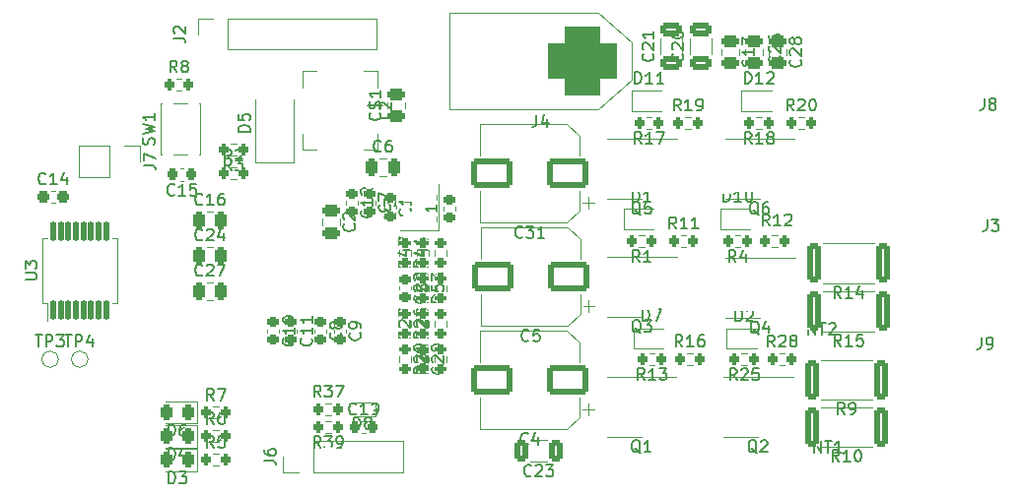
<source format=gbr>
%TF.GenerationSoftware,KiCad,Pcbnew,6.99.0-unknown-f8b157a1fb~149~ubuntu22.04.1*%
%TF.CreationDate,2022-10-15T12:14:30+11:00*%
%TF.ProjectId,STSPIN32G4,53545350-494e-4333-9247-342e6b696361,rev?*%
%TF.SameCoordinates,Original*%
%TF.FileFunction,Legend,Top*%
%TF.FilePolarity,Positive*%
%FSLAX46Y46*%
G04 Gerber Fmt 4.6, Leading zero omitted, Abs format (unit mm)*
G04 Created by KiCad (PCBNEW 6.99.0-unknown-f8b157a1fb~149~ubuntu22.04.1) date 2022-10-15 12:14:30*
%MOMM*%
%LPD*%
G01*
G04 APERTURE LIST*
G04 Aperture macros list*
%AMRoundRect*
0 Rectangle with rounded corners*
0 $1 Rounding radius*
0 $2 $3 $4 $5 $6 $7 $8 $9 X,Y pos of 4 corners*
0 Add a 4 corners polygon primitive as box body*
4,1,4,$2,$3,$4,$5,$6,$7,$8,$9,$2,$3,0*
0 Add four circle primitives for the rounded corners*
1,1,$1+$1,$2,$3*
1,1,$1+$1,$4,$5*
1,1,$1+$1,$6,$7*
1,1,$1+$1,$8,$9*
0 Add four rect primitives between the rounded corners*
20,1,$1+$1,$2,$3,$4,$5,0*
20,1,$1+$1,$4,$5,$6,$7,0*
20,1,$1+$1,$6,$7,$8,$9,0*
20,1,$1+$1,$8,$9,$2,$3,0*%
G04 Aperture macros list end*
%ADD10C,0.150000*%
%ADD11C,0.120000*%
%ADD12R,1.700000X1.700000*%
%ADD13O,1.700000X1.700000*%
%ADD14RoundRect,0.125000X0.125000X-0.762500X0.125000X0.762500X-0.125000X0.762500X-0.125000X-0.762500X0*%
%ADD15C,1.000000*%
%ADD16RoundRect,0.237500X-0.300000X-0.237500X0.300000X-0.237500X0.300000X0.237500X-0.300000X0.237500X0*%
%ADD17RoundRect,0.200000X0.200000X0.275000X-0.200000X0.275000X-0.200000X-0.275000X0.200000X-0.275000X0*%
%ADD18RoundRect,0.200000X-0.200000X-0.275000X0.200000X-0.275000X0.200000X0.275000X-0.200000X0.275000X0*%
%ADD19C,7.000000*%
%ADD20RoundRect,0.250000X0.362500X1.425000X-0.362500X1.425000X-0.362500X-1.425000X0.362500X-1.425000X0*%
%ADD21RoundRect,0.200000X-0.275000X0.200000X-0.275000X-0.200000X0.275000X-0.200000X0.275000X0.200000X0*%
%ADD22RoundRect,0.200000X0.275000X-0.200000X0.275000X0.200000X-0.275000X0.200000X-0.275000X-0.200000X0*%
%ADD23R,1.100000X0.500000*%
%ADD24R,4.000000X4.000000*%
%ADD25R,0.600000X0.450000*%
%ADD26RoundRect,0.225000X-0.250000X0.225000X-0.250000X-0.225000X0.250000X-0.225000X0.250000X0.225000X0*%
%ADD27RoundRect,0.250000X-0.475000X0.250000X-0.475000X-0.250000X0.475000X-0.250000X0.475000X0.250000X0*%
%ADD28RoundRect,0.250000X-0.250000X-0.475000X0.250000X-0.475000X0.250000X0.475000X-0.250000X0.475000X0*%
%ADD29RoundRect,1.500000X1.500000X1.500000X-1.500000X1.500000X-1.500000X-1.500000X1.500000X-1.500000X0*%
%ADD30C,6.000000*%
%ADD31RoundRect,0.250000X1.500000X1.000000X-1.500000X1.000000X-1.500000X-1.000000X1.500000X-1.000000X0*%
%ADD32R,1.800000X2.500000*%
%ADD33RoundRect,0.225000X0.250000X-0.225000X0.250000X0.225000X-0.250000X0.225000X-0.250000X-0.225000X0*%
%ADD34RoundRect,0.225000X0.225000X0.250000X-0.225000X0.250000X-0.225000X-0.250000X0.225000X-0.250000X0*%
%ADD35RoundRect,0.250000X0.325000X0.650000X-0.325000X0.650000X-0.325000X-0.650000X0.325000X-0.650000X0*%
%ADD36R,0.600000X0.700000*%
%ADD37RoundRect,0.250000X0.475000X-0.250000X0.475000X0.250000X-0.475000X0.250000X-0.475000X-0.250000X0*%
%ADD38RoundRect,0.225000X-0.225000X-0.250000X0.225000X-0.250000X0.225000X0.250000X-0.225000X0.250000X0*%
%ADD39RoundRect,0.243750X0.243750X0.456250X-0.243750X0.456250X-0.243750X-0.456250X0.243750X-0.456250X0*%
%ADD40R,0.650000X1.050000*%
%ADD41RoundRect,0.250000X0.650000X-0.325000X0.650000X0.325000X-0.650000X0.325000X-0.650000X-0.325000X0*%
%ADD42R,1.200000X1.400000*%
%ADD43R,5.700000X1.600000*%
G04 APERTURE END LIST*
D10*
%TO.C,J7*%
X-50367619Y10334666D02*
X-49653333Y10334666D01*
X-49653333Y10334666D02*
X-49510476Y10287047D01*
X-49510476Y10287047D02*
X-49415238Y10191809D01*
X-49415238Y10191809D02*
X-49367619Y10048952D01*
X-49367619Y10048952D02*
X-49367619Y9953714D01*
X-50367619Y10715619D02*
X-50367619Y11382285D01*
X-50367619Y11382285D02*
X-49367619Y10953714D01*
%TO.C,U3*%
X-60562619Y508095D02*
X-59753095Y508095D01*
X-59753095Y508095D02*
X-59657857Y555714D01*
X-59657857Y555714D02*
X-59610238Y603333D01*
X-59610238Y603333D02*
X-59562619Y698571D01*
X-59562619Y698571D02*
X-59562619Y889047D01*
X-59562619Y889047D02*
X-59610238Y984285D01*
X-59610238Y984285D02*
X-59657857Y1031904D01*
X-59657857Y1031904D02*
X-59753095Y1079523D01*
X-59753095Y1079523D02*
X-60562619Y1079523D01*
X-60562619Y1460476D02*
X-60562619Y2079523D01*
X-60562619Y2079523D02*
X-60181666Y1746190D01*
X-60181666Y1746190D02*
X-60181666Y1889047D01*
X-60181666Y1889047D02*
X-60134047Y1984285D01*
X-60134047Y1984285D02*
X-60086428Y2031904D01*
X-60086428Y2031904D02*
X-59991190Y2079523D01*
X-59991190Y2079523D02*
X-59753095Y2079523D01*
X-59753095Y2079523D02*
X-59657857Y2031904D01*
X-59657857Y2031904D02*
X-59610238Y1984285D01*
X-59610238Y1984285D02*
X-59562619Y1889047D01*
X-59562619Y1889047D02*
X-59562619Y1603333D01*
X-59562619Y1603333D02*
X-59610238Y1508095D01*
X-59610238Y1508095D02*
X-59657857Y1460476D01*
%TO.C,TP4*%
X-57141904Y-4269380D02*
X-56570476Y-4269380D01*
X-56856190Y-5269380D02*
X-56856190Y-4269380D01*
X-56237142Y-5269380D02*
X-56237142Y-4269380D01*
X-56237142Y-4269380D02*
X-55856190Y-4269380D01*
X-55856190Y-4269380D02*
X-55760952Y-4317000D01*
X-55760952Y-4317000D02*
X-55713333Y-4364619D01*
X-55713333Y-4364619D02*
X-55665714Y-4459857D01*
X-55665714Y-4459857D02*
X-55665714Y-4602714D01*
X-55665714Y-4602714D02*
X-55713333Y-4697952D01*
X-55713333Y-4697952D02*
X-55760952Y-4745571D01*
X-55760952Y-4745571D02*
X-55856190Y-4793190D01*
X-55856190Y-4793190D02*
X-56237142Y-4793190D01*
X-54808571Y-4602714D02*
X-54808571Y-5269380D01*
X-55046666Y-4221761D02*
X-55284761Y-4936047D01*
X-55284761Y-4936047D02*
X-54665714Y-4936047D01*
%TO.C,TP3*%
X-59681904Y-4269380D02*
X-59110476Y-4269380D01*
X-59396190Y-5269380D02*
X-59396190Y-4269380D01*
X-58777142Y-5269380D02*
X-58777142Y-4269380D01*
X-58777142Y-4269380D02*
X-58396190Y-4269380D01*
X-58396190Y-4269380D02*
X-58300952Y-4317000D01*
X-58300952Y-4317000D02*
X-58253333Y-4364619D01*
X-58253333Y-4364619D02*
X-58205714Y-4459857D01*
X-58205714Y-4459857D02*
X-58205714Y-4602714D01*
X-58205714Y-4602714D02*
X-58253333Y-4697952D01*
X-58253333Y-4697952D02*
X-58300952Y-4745571D01*
X-58300952Y-4745571D02*
X-58396190Y-4793190D01*
X-58396190Y-4793190D02*
X-58777142Y-4793190D01*
X-57872380Y-4269380D02*
X-57253333Y-4269380D01*
X-57253333Y-4269380D02*
X-57586666Y-4650333D01*
X-57586666Y-4650333D02*
X-57443809Y-4650333D01*
X-57443809Y-4650333D02*
X-57348571Y-4697952D01*
X-57348571Y-4697952D02*
X-57300952Y-4745571D01*
X-57300952Y-4745571D02*
X-57253333Y-4840809D01*
X-57253333Y-4840809D02*
X-57253333Y-5078904D01*
X-57253333Y-5078904D02*
X-57300952Y-5174142D01*
X-57300952Y-5174142D02*
X-57348571Y-5221761D01*
X-57348571Y-5221761D02*
X-57443809Y-5269380D01*
X-57443809Y-5269380D02*
X-57729523Y-5269380D01*
X-57729523Y-5269380D02*
X-57824761Y-5221761D01*
X-57824761Y-5221761D02*
X-57872380Y-5174142D01*
%TO.C,C14*%
X-58808857Y8777857D02*
X-58856476Y8730238D01*
X-58856476Y8730238D02*
X-58999333Y8682619D01*
X-58999333Y8682619D02*
X-59094571Y8682619D01*
X-59094571Y8682619D02*
X-59237428Y8730238D01*
X-59237428Y8730238D02*
X-59332666Y8825476D01*
X-59332666Y8825476D02*
X-59380285Y8920714D01*
X-59380285Y8920714D02*
X-59427904Y9111190D01*
X-59427904Y9111190D02*
X-59427904Y9254047D01*
X-59427904Y9254047D02*
X-59380285Y9444523D01*
X-59380285Y9444523D02*
X-59332666Y9539761D01*
X-59332666Y9539761D02*
X-59237428Y9635000D01*
X-59237428Y9635000D02*
X-59094571Y9682619D01*
X-59094571Y9682619D02*
X-58999333Y9682619D01*
X-58999333Y9682619D02*
X-58856476Y9635000D01*
X-58856476Y9635000D02*
X-58808857Y9587380D01*
X-57856476Y8682619D02*
X-58427904Y8682619D01*
X-58142190Y8682619D02*
X-58142190Y9682619D01*
X-58142190Y9682619D02*
X-58237428Y9539761D01*
X-58237428Y9539761D02*
X-58332666Y9444523D01*
X-58332666Y9444523D02*
X-58427904Y9396904D01*
X-56999333Y9349285D02*
X-56999333Y8682619D01*
X-57237428Y9730238D02*
X-57475523Y9015952D01*
X-57475523Y9015952D02*
X-56856476Y9015952D01*
%TO.C,R3*%
X-42838666Y9886619D02*
X-43171999Y10362809D01*
X-43410094Y9886619D02*
X-43410094Y10886619D01*
X-43410094Y10886619D02*
X-43029142Y10886619D01*
X-43029142Y10886619D02*
X-42933904Y10839000D01*
X-42933904Y10839000D02*
X-42886285Y10791380D01*
X-42886285Y10791380D02*
X-42838666Y10696142D01*
X-42838666Y10696142D02*
X-42838666Y10553285D01*
X-42838666Y10553285D02*
X-42886285Y10458047D01*
X-42886285Y10458047D02*
X-42933904Y10410428D01*
X-42933904Y10410428D02*
X-43029142Y10362809D01*
X-43029142Y10362809D02*
X-43410094Y10362809D01*
X-42505332Y10886619D02*
X-41886285Y10886619D01*
X-41886285Y10886619D02*
X-42219618Y10505666D01*
X-42219618Y10505666D02*
X-42076761Y10505666D01*
X-42076761Y10505666D02*
X-41981523Y10458047D01*
X-41981523Y10458047D02*
X-41933904Y10410428D01*
X-41933904Y10410428D02*
X-41886285Y10315190D01*
X-41886285Y10315190D02*
X-41886285Y10077095D01*
X-41886285Y10077095D02*
X-41933904Y9981857D01*
X-41933904Y9981857D02*
X-41981523Y9934238D01*
X-41981523Y9934238D02*
X-42076761Y9886619D01*
X-42076761Y9886619D02*
X-42362475Y9886619D01*
X-42362475Y9886619D02*
X-42457713Y9934238D01*
X-42457713Y9934238D02*
X-42505332Y9981857D01*
%TO.C,R2*%
X-42838666Y10714619D02*
X-43171999Y11190809D01*
X-43410094Y10714619D02*
X-43410094Y11714619D01*
X-43410094Y11714619D02*
X-43029142Y11714619D01*
X-43029142Y11714619D02*
X-42933904Y11667000D01*
X-42933904Y11667000D02*
X-42886285Y11619380D01*
X-42886285Y11619380D02*
X-42838666Y11524142D01*
X-42838666Y11524142D02*
X-42838666Y11381285D01*
X-42838666Y11381285D02*
X-42886285Y11286047D01*
X-42886285Y11286047D02*
X-42933904Y11238428D01*
X-42933904Y11238428D02*
X-43029142Y11190809D01*
X-43029142Y11190809D02*
X-43410094Y11190809D01*
X-42457713Y11619380D02*
X-42410094Y11667000D01*
X-42410094Y11667000D02*
X-42314856Y11714619D01*
X-42314856Y11714619D02*
X-42076761Y11714619D01*
X-42076761Y11714619D02*
X-41981523Y11667000D01*
X-41981523Y11667000D02*
X-41933904Y11619380D01*
X-41933904Y11619380D02*
X-41886285Y11524142D01*
X-41886285Y11524142D02*
X-41886285Y11428904D01*
X-41886285Y11428904D02*
X-41933904Y11286047D01*
X-41933904Y11286047D02*
X-42505332Y10714619D01*
X-42505332Y10714619D02*
X-41886285Y10714619D01*
%TO.C,J6*%
X-40046619Y-15065333D02*
X-39332333Y-15065333D01*
X-39332333Y-15065333D02*
X-39189476Y-15112952D01*
X-39189476Y-15112952D02*
X-39094238Y-15208190D01*
X-39094238Y-15208190D02*
X-39046619Y-15351047D01*
X-39046619Y-15351047D02*
X-39046619Y-15446285D01*
X-40046619Y-14160571D02*
X-40046619Y-14351047D01*
X-40046619Y-14351047D02*
X-39999000Y-14446285D01*
X-39999000Y-14446285D02*
X-39951380Y-14493904D01*
X-39951380Y-14493904D02*
X-39808523Y-14589142D01*
X-39808523Y-14589142D02*
X-39618047Y-14636761D01*
X-39618047Y-14636761D02*
X-39237095Y-14636761D01*
X-39237095Y-14636761D02*
X-39141857Y-14589142D01*
X-39141857Y-14589142D02*
X-39094238Y-14541523D01*
X-39094238Y-14541523D02*
X-39046619Y-14446285D01*
X-39046619Y-14446285D02*
X-39046619Y-14255809D01*
X-39046619Y-14255809D02*
X-39094238Y-14160571D01*
X-39094238Y-14160571D02*
X-39141857Y-14112952D01*
X-39141857Y-14112952D02*
X-39237095Y-14065333D01*
X-39237095Y-14065333D02*
X-39475190Y-14065333D01*
X-39475190Y-14065333D02*
X-39570428Y-14112952D01*
X-39570428Y-14112952D02*
X-39618047Y-14160571D01*
X-39618047Y-14160571D02*
X-39665666Y-14255809D01*
X-39665666Y-14255809D02*
X-39665666Y-14446285D01*
X-39665666Y-14446285D02*
X-39618047Y-14541523D01*
X-39618047Y-14541523D02*
X-39570428Y-14589142D01*
X-39570428Y-14589142D02*
X-39475190Y-14636761D01*
%TO.C,J8*%
X21808666Y16092619D02*
X21808666Y15378333D01*
X21808666Y15378333D02*
X21761047Y15235476D01*
X21761047Y15235476D02*
X21665809Y15140238D01*
X21665809Y15140238D02*
X21522952Y15092619D01*
X21522952Y15092619D02*
X21427714Y15092619D01*
X22427714Y15664047D02*
X22332476Y15711666D01*
X22332476Y15711666D02*
X22284857Y15759285D01*
X22284857Y15759285D02*
X22237238Y15854523D01*
X22237238Y15854523D02*
X22237238Y15902142D01*
X22237238Y15902142D02*
X22284857Y15997380D01*
X22284857Y15997380D02*
X22332476Y16045000D01*
X22332476Y16045000D02*
X22427714Y16092619D01*
X22427714Y16092619D02*
X22618190Y16092619D01*
X22618190Y16092619D02*
X22713428Y16045000D01*
X22713428Y16045000D02*
X22761047Y15997380D01*
X22761047Y15997380D02*
X22808666Y15902142D01*
X22808666Y15902142D02*
X22808666Y15854523D01*
X22808666Y15854523D02*
X22761047Y15759285D01*
X22761047Y15759285D02*
X22713428Y15711666D01*
X22713428Y15711666D02*
X22618190Y15664047D01*
X22618190Y15664047D02*
X22427714Y15664047D01*
X22427714Y15664047D02*
X22332476Y15616428D01*
X22332476Y15616428D02*
X22284857Y15568809D01*
X22284857Y15568809D02*
X22237238Y15473571D01*
X22237238Y15473571D02*
X22237238Y15283095D01*
X22237238Y15283095D02*
X22284857Y15187857D01*
X22284857Y15187857D02*
X22332476Y15140238D01*
X22332476Y15140238D02*
X22427714Y15092619D01*
X22427714Y15092619D02*
X22618190Y15092619D01*
X22618190Y15092619D02*
X22713428Y15140238D01*
X22713428Y15140238D02*
X22761047Y15187857D01*
X22761047Y15187857D02*
X22808666Y15283095D01*
X22808666Y15283095D02*
X22808666Y15473571D01*
X22808666Y15473571D02*
X22761047Y15568809D01*
X22761047Y15568809D02*
X22713428Y15616428D01*
X22713428Y15616428D02*
X22618190Y15664047D01*
%TO.C,J9*%
X21554666Y-4481380D02*
X21554666Y-5195666D01*
X21554666Y-5195666D02*
X21507047Y-5338523D01*
X21507047Y-5338523D02*
X21411809Y-5433761D01*
X21411809Y-5433761D02*
X21268952Y-5481380D01*
X21268952Y-5481380D02*
X21173714Y-5481380D01*
X22078476Y-5481380D02*
X22268952Y-5481380D01*
X22268952Y-5481380D02*
X22364190Y-5433761D01*
X22364190Y-5433761D02*
X22411809Y-5386142D01*
X22411809Y-5386142D02*
X22507047Y-5243285D01*
X22507047Y-5243285D02*
X22554666Y-5052809D01*
X22554666Y-5052809D02*
X22554666Y-4671857D01*
X22554666Y-4671857D02*
X22507047Y-4576619D01*
X22507047Y-4576619D02*
X22459428Y-4529000D01*
X22459428Y-4529000D02*
X22364190Y-4481380D01*
X22364190Y-4481380D02*
X22173714Y-4481380D01*
X22173714Y-4481380D02*
X22078476Y-4529000D01*
X22078476Y-4529000D02*
X22030857Y-4576619D01*
X22030857Y-4576619D02*
X21983238Y-4671857D01*
X21983238Y-4671857D02*
X21983238Y-4909952D01*
X21983238Y-4909952D02*
X22030857Y-5005190D01*
X22030857Y-5005190D02*
X22078476Y-5052809D01*
X22078476Y-5052809D02*
X22173714Y-5100428D01*
X22173714Y-5100428D02*
X22364190Y-5100428D01*
X22364190Y-5100428D02*
X22459428Y-5052809D01*
X22459428Y-5052809D02*
X22507047Y-5005190D01*
X22507047Y-5005190D02*
X22554666Y-4909952D01*
%TO.C,J3*%
X22062666Y5678619D02*
X22062666Y4964333D01*
X22062666Y4964333D02*
X22015047Y4821476D01*
X22015047Y4821476D02*
X21919809Y4726238D01*
X21919809Y4726238D02*
X21776952Y4678619D01*
X21776952Y4678619D02*
X21681714Y4678619D01*
X22443619Y5678619D02*
X23062666Y5678619D01*
X23062666Y5678619D02*
X22729333Y5297666D01*
X22729333Y5297666D02*
X22872190Y5297666D01*
X22872190Y5297666D02*
X22967428Y5250047D01*
X22967428Y5250047D02*
X23015047Y5202428D01*
X23015047Y5202428D02*
X23062666Y5107190D01*
X23062666Y5107190D02*
X23062666Y4869095D01*
X23062666Y4869095D02*
X23015047Y4773857D01*
X23015047Y4773857D02*
X22967428Y4726238D01*
X22967428Y4726238D02*
X22872190Y4678619D01*
X22872190Y4678619D02*
X22586476Y4678619D01*
X22586476Y4678619D02*
X22491238Y4726238D01*
X22491238Y4726238D02*
X22443619Y4773857D01*
%TO.C,NT2*%
X6723143Y-4247380D02*
X6723143Y-3247380D01*
X6723143Y-3247380D02*
X7294571Y-4247380D01*
X7294571Y-4247380D02*
X7294571Y-3247380D01*
X7627905Y-3247380D02*
X8199333Y-3247380D01*
X7913619Y-4247380D02*
X7913619Y-3247380D01*
X8485048Y-3342619D02*
X8532667Y-3295000D01*
X8532667Y-3295000D02*
X8627905Y-3247380D01*
X8627905Y-3247380D02*
X8866000Y-3247380D01*
X8866000Y-3247380D02*
X8961238Y-3295000D01*
X8961238Y-3295000D02*
X9008857Y-3342619D01*
X9008857Y-3342619D02*
X9056476Y-3437857D01*
X9056476Y-3437857D02*
X9056476Y-3533095D01*
X9056476Y-3533095D02*
X9008857Y-3675952D01*
X9008857Y-3675952D02*
X8437429Y-4247380D01*
X8437429Y-4247380D02*
X9056476Y-4247380D01*
%TO.C,R15*%
X9517142Y-5225380D02*
X9183809Y-4749190D01*
X8945714Y-5225380D02*
X8945714Y-4225380D01*
X8945714Y-4225380D02*
X9326666Y-4225380D01*
X9326666Y-4225380D02*
X9421904Y-4273000D01*
X9421904Y-4273000D02*
X9469523Y-4320619D01*
X9469523Y-4320619D02*
X9517142Y-4415857D01*
X9517142Y-4415857D02*
X9517142Y-4558714D01*
X9517142Y-4558714D02*
X9469523Y-4653952D01*
X9469523Y-4653952D02*
X9421904Y-4701571D01*
X9421904Y-4701571D02*
X9326666Y-4749190D01*
X9326666Y-4749190D02*
X8945714Y-4749190D01*
X10469523Y-5225380D02*
X9898095Y-5225380D01*
X10183809Y-5225380D02*
X10183809Y-4225380D01*
X10183809Y-4225380D02*
X10088571Y-4368238D01*
X10088571Y-4368238D02*
X9993333Y-4463476D01*
X9993333Y-4463476D02*
X9898095Y-4511095D01*
X11374285Y-4225380D02*
X10898095Y-4225380D01*
X10898095Y-4225380D02*
X10850476Y-4701571D01*
X10850476Y-4701571D02*
X10898095Y-4653952D01*
X10898095Y-4653952D02*
X10993333Y-4606333D01*
X10993333Y-4606333D02*
X11231428Y-4606333D01*
X11231428Y-4606333D02*
X11326666Y-4653952D01*
X11326666Y-4653952D02*
X11374285Y-4701571D01*
X11374285Y-4701571D02*
X11421904Y-4796809D01*
X11421904Y-4796809D02*
X11421904Y-5034904D01*
X11421904Y-5034904D02*
X11374285Y-5130142D01*
X11374285Y-5130142D02*
X11326666Y-5177761D01*
X11326666Y-5177761D02*
X11231428Y-5225380D01*
X11231428Y-5225380D02*
X10993333Y-5225380D01*
X10993333Y-5225380D02*
X10898095Y-5177761D01*
X10898095Y-5177761D02*
X10850476Y-5130142D01*
%TO.C,R14*%
X9517142Y-1082380D02*
X9183809Y-606190D01*
X8945714Y-1082380D02*
X8945714Y-82380D01*
X8945714Y-82380D02*
X9326666Y-82380D01*
X9326666Y-82380D02*
X9421904Y-130000D01*
X9421904Y-130000D02*
X9469523Y-177619D01*
X9469523Y-177619D02*
X9517142Y-272857D01*
X9517142Y-272857D02*
X9517142Y-415714D01*
X9517142Y-415714D02*
X9469523Y-510952D01*
X9469523Y-510952D02*
X9421904Y-558571D01*
X9421904Y-558571D02*
X9326666Y-606190D01*
X9326666Y-606190D02*
X8945714Y-606190D01*
X10469523Y-1082380D02*
X9898095Y-1082380D01*
X10183809Y-1082380D02*
X10183809Y-82380D01*
X10183809Y-82380D02*
X10088571Y-225238D01*
X10088571Y-225238D02*
X9993333Y-320476D01*
X9993333Y-320476D02*
X9898095Y-368095D01*
X11326666Y-415714D02*
X11326666Y-1082380D01*
X11088571Y-34761D02*
X10850476Y-749047D01*
X10850476Y-749047D02*
X11469523Y-749047D01*
%TO.C,R29*%
X-26142619Y-6992857D02*
X-26618809Y-7326190D01*
X-26142619Y-7564285D02*
X-27142619Y-7564285D01*
X-27142619Y-7564285D02*
X-27142619Y-7183333D01*
X-27142619Y-7183333D02*
X-27095000Y-7088095D01*
X-27095000Y-7088095D02*
X-27047380Y-7040476D01*
X-27047380Y-7040476D02*
X-26952142Y-6992857D01*
X-26952142Y-6992857D02*
X-26809285Y-6992857D01*
X-26809285Y-6992857D02*
X-26714047Y-7040476D01*
X-26714047Y-7040476D02*
X-26666428Y-7088095D01*
X-26666428Y-7088095D02*
X-26618809Y-7183333D01*
X-26618809Y-7183333D02*
X-26618809Y-7564285D01*
X-27047380Y-6611904D02*
X-27095000Y-6564285D01*
X-27095000Y-6564285D02*
X-27142619Y-6469047D01*
X-27142619Y-6469047D02*
X-27142619Y-6230952D01*
X-27142619Y-6230952D02*
X-27095000Y-6135714D01*
X-27095000Y-6135714D02*
X-27047380Y-6088095D01*
X-27047380Y-6088095D02*
X-26952142Y-6040476D01*
X-26952142Y-6040476D02*
X-26856904Y-6040476D01*
X-26856904Y-6040476D02*
X-26714047Y-6088095D01*
X-26714047Y-6088095D02*
X-26142619Y-6659523D01*
X-26142619Y-6659523D02*
X-26142619Y-6040476D01*
X-26142619Y-5564285D02*
X-26142619Y-5373809D01*
X-26142619Y-5373809D02*
X-26190238Y-5278571D01*
X-26190238Y-5278571D02*
X-26237857Y-5230952D01*
X-26237857Y-5230952D02*
X-26380714Y-5135714D01*
X-26380714Y-5135714D02*
X-26571190Y-5088095D01*
X-26571190Y-5088095D02*
X-26952142Y-5088095D01*
X-26952142Y-5088095D02*
X-27047380Y-5135714D01*
X-27047380Y-5135714D02*
X-27095000Y-5183333D01*
X-27095000Y-5183333D02*
X-27142619Y-5278571D01*
X-27142619Y-5278571D02*
X-27142619Y-5469047D01*
X-27142619Y-5469047D02*
X-27095000Y-5564285D01*
X-27095000Y-5564285D02*
X-27047380Y-5611904D01*
X-27047380Y-5611904D02*
X-26952142Y-5659523D01*
X-26952142Y-5659523D02*
X-26714047Y-5659523D01*
X-26714047Y-5659523D02*
X-26618809Y-5611904D01*
X-26618809Y-5611904D02*
X-26571190Y-5564285D01*
X-26571190Y-5564285D02*
X-26523571Y-5469047D01*
X-26523571Y-5469047D02*
X-26523571Y-5278571D01*
X-26523571Y-5278571D02*
X-26571190Y-5183333D01*
X-26571190Y-5183333D02*
X-26618809Y-5135714D01*
X-26618809Y-5135714D02*
X-26714047Y-5088095D01*
%TO.C,R27*%
X-27478619Y-3944857D02*
X-27954809Y-4278190D01*
X-27478619Y-4516285D02*
X-28478619Y-4516285D01*
X-28478619Y-4516285D02*
X-28478619Y-4135333D01*
X-28478619Y-4135333D02*
X-28431000Y-4040095D01*
X-28431000Y-4040095D02*
X-28383380Y-3992476D01*
X-28383380Y-3992476D02*
X-28288142Y-3944857D01*
X-28288142Y-3944857D02*
X-28145285Y-3944857D01*
X-28145285Y-3944857D02*
X-28050047Y-3992476D01*
X-28050047Y-3992476D02*
X-28002428Y-4040095D01*
X-28002428Y-4040095D02*
X-27954809Y-4135333D01*
X-27954809Y-4135333D02*
X-27954809Y-4516285D01*
X-28383380Y-3563904D02*
X-28431000Y-3516285D01*
X-28431000Y-3516285D02*
X-28478619Y-3421047D01*
X-28478619Y-3421047D02*
X-28478619Y-3182952D01*
X-28478619Y-3182952D02*
X-28431000Y-3087714D01*
X-28431000Y-3087714D02*
X-28383380Y-3040095D01*
X-28383380Y-3040095D02*
X-28288142Y-2992476D01*
X-28288142Y-2992476D02*
X-28192904Y-2992476D01*
X-28192904Y-2992476D02*
X-28050047Y-3040095D01*
X-28050047Y-3040095D02*
X-27478619Y-3611523D01*
X-27478619Y-3611523D02*
X-27478619Y-2992476D01*
X-28478619Y-2659142D02*
X-28478619Y-1992476D01*
X-28478619Y-1992476D02*
X-27478619Y-2421047D01*
%TO.C,R26*%
X-26142619Y-3944857D02*
X-26618809Y-4278190D01*
X-26142619Y-4516285D02*
X-27142619Y-4516285D01*
X-27142619Y-4516285D02*
X-27142619Y-4135333D01*
X-27142619Y-4135333D02*
X-27095000Y-4040095D01*
X-27095000Y-4040095D02*
X-27047380Y-3992476D01*
X-27047380Y-3992476D02*
X-26952142Y-3944857D01*
X-26952142Y-3944857D02*
X-26809285Y-3944857D01*
X-26809285Y-3944857D02*
X-26714047Y-3992476D01*
X-26714047Y-3992476D02*
X-26666428Y-4040095D01*
X-26666428Y-4040095D02*
X-26618809Y-4135333D01*
X-26618809Y-4135333D02*
X-26618809Y-4516285D01*
X-27047380Y-3563904D02*
X-27095000Y-3516285D01*
X-27095000Y-3516285D02*
X-27142619Y-3421047D01*
X-27142619Y-3421047D02*
X-27142619Y-3182952D01*
X-27142619Y-3182952D02*
X-27095000Y-3087714D01*
X-27095000Y-3087714D02*
X-27047380Y-3040095D01*
X-27047380Y-3040095D02*
X-26952142Y-2992476D01*
X-26952142Y-2992476D02*
X-26856904Y-2992476D01*
X-26856904Y-2992476D02*
X-26714047Y-3040095D01*
X-26714047Y-3040095D02*
X-26142619Y-3611523D01*
X-26142619Y-3611523D02*
X-26142619Y-2992476D01*
X-27142619Y-2135333D02*
X-27142619Y-2325809D01*
X-27142619Y-2325809D02*
X-27095000Y-2421047D01*
X-27095000Y-2421047D02*
X-27047380Y-2468666D01*
X-27047380Y-2468666D02*
X-26904523Y-2563904D01*
X-26904523Y-2563904D02*
X-26714047Y-2611523D01*
X-26714047Y-2611523D02*
X-26333095Y-2611523D01*
X-26333095Y-2611523D02*
X-26237857Y-2563904D01*
X-26237857Y-2563904D02*
X-26190238Y-2516285D01*
X-26190238Y-2516285D02*
X-26142619Y-2421047D01*
X-26142619Y-2421047D02*
X-26142619Y-2230571D01*
X-26142619Y-2230571D02*
X-26190238Y-2135333D01*
X-26190238Y-2135333D02*
X-26237857Y-2087714D01*
X-26237857Y-2087714D02*
X-26333095Y-2040095D01*
X-26333095Y-2040095D02*
X-26571190Y-2040095D01*
X-26571190Y-2040095D02*
X-26666428Y-2087714D01*
X-26666428Y-2087714D02*
X-26714047Y-2135333D01*
X-26714047Y-2135333D02*
X-26761666Y-2230571D01*
X-26761666Y-2230571D02*
X-26761666Y-2421047D01*
X-26761666Y-2421047D02*
X-26714047Y-2516285D01*
X-26714047Y-2516285D02*
X-26666428Y-2563904D01*
X-26666428Y-2563904D02*
X-26571190Y-2611523D01*
%TO.C,R24*%
X-25954619Y-6992857D02*
X-26430809Y-7326190D01*
X-25954619Y-7564285D02*
X-26954619Y-7564285D01*
X-26954619Y-7564285D02*
X-26954619Y-7183333D01*
X-26954619Y-7183333D02*
X-26907000Y-7088095D01*
X-26907000Y-7088095D02*
X-26859380Y-7040476D01*
X-26859380Y-7040476D02*
X-26764142Y-6992857D01*
X-26764142Y-6992857D02*
X-26621285Y-6992857D01*
X-26621285Y-6992857D02*
X-26526047Y-7040476D01*
X-26526047Y-7040476D02*
X-26478428Y-7088095D01*
X-26478428Y-7088095D02*
X-26430809Y-7183333D01*
X-26430809Y-7183333D02*
X-26430809Y-7564285D01*
X-26859380Y-6611904D02*
X-26907000Y-6564285D01*
X-26907000Y-6564285D02*
X-26954619Y-6469047D01*
X-26954619Y-6469047D02*
X-26954619Y-6230952D01*
X-26954619Y-6230952D02*
X-26907000Y-6135714D01*
X-26907000Y-6135714D02*
X-26859380Y-6088095D01*
X-26859380Y-6088095D02*
X-26764142Y-6040476D01*
X-26764142Y-6040476D02*
X-26668904Y-6040476D01*
X-26668904Y-6040476D02*
X-26526047Y-6088095D01*
X-26526047Y-6088095D02*
X-25954619Y-6659523D01*
X-25954619Y-6659523D02*
X-25954619Y-6040476D01*
X-26621285Y-5183333D02*
X-25954619Y-5183333D01*
X-27002238Y-5421428D02*
X-26287952Y-5659523D01*
X-26287952Y-5659523D02*
X-26287952Y-5040476D01*
%TO.C,R23*%
X-25954619Y-3944857D02*
X-26430809Y-4278190D01*
X-25954619Y-4516285D02*
X-26954619Y-4516285D01*
X-26954619Y-4516285D02*
X-26954619Y-4135333D01*
X-26954619Y-4135333D02*
X-26907000Y-4040095D01*
X-26907000Y-4040095D02*
X-26859380Y-3992476D01*
X-26859380Y-3992476D02*
X-26764142Y-3944857D01*
X-26764142Y-3944857D02*
X-26621285Y-3944857D01*
X-26621285Y-3944857D02*
X-26526047Y-3992476D01*
X-26526047Y-3992476D02*
X-26478428Y-4040095D01*
X-26478428Y-4040095D02*
X-26430809Y-4135333D01*
X-26430809Y-4135333D02*
X-26430809Y-4516285D01*
X-26859380Y-3563904D02*
X-26907000Y-3516285D01*
X-26907000Y-3516285D02*
X-26954619Y-3421047D01*
X-26954619Y-3421047D02*
X-26954619Y-3182952D01*
X-26954619Y-3182952D02*
X-26907000Y-3087714D01*
X-26907000Y-3087714D02*
X-26859380Y-3040095D01*
X-26859380Y-3040095D02*
X-26764142Y-2992476D01*
X-26764142Y-2992476D02*
X-26668904Y-2992476D01*
X-26668904Y-2992476D02*
X-26526047Y-3040095D01*
X-26526047Y-3040095D02*
X-25954619Y-3611523D01*
X-25954619Y-3611523D02*
X-25954619Y-2992476D01*
X-26954619Y-2659142D02*
X-26954619Y-2040095D01*
X-26954619Y-2040095D02*
X-26573666Y-2373428D01*
X-26573666Y-2373428D02*
X-26573666Y-2230571D01*
X-26573666Y-2230571D02*
X-26526047Y-2135333D01*
X-26526047Y-2135333D02*
X-26478428Y-2087714D01*
X-26478428Y-2087714D02*
X-26383190Y-2040095D01*
X-26383190Y-2040095D02*
X-26145095Y-2040095D01*
X-26145095Y-2040095D02*
X-26049857Y-2087714D01*
X-26049857Y-2087714D02*
X-26002238Y-2135333D01*
X-26002238Y-2135333D02*
X-25954619Y-2230571D01*
X-25954619Y-2230571D02*
X-25954619Y-2516285D01*
X-25954619Y-2516285D02*
X-26002238Y-2611523D01*
X-26002238Y-2611523D02*
X-26049857Y-2659142D01*
%TO.C,R20*%
X5453142Y15032619D02*
X5119809Y15508809D01*
X4881714Y15032619D02*
X4881714Y16032619D01*
X4881714Y16032619D02*
X5262666Y16032619D01*
X5262666Y16032619D02*
X5357904Y15985000D01*
X5357904Y15985000D02*
X5405523Y15937380D01*
X5405523Y15937380D02*
X5453142Y15842142D01*
X5453142Y15842142D02*
X5453142Y15699285D01*
X5453142Y15699285D02*
X5405523Y15604047D01*
X5405523Y15604047D02*
X5357904Y15556428D01*
X5357904Y15556428D02*
X5262666Y15508809D01*
X5262666Y15508809D02*
X4881714Y15508809D01*
X5834095Y15937380D02*
X5881714Y15985000D01*
X5881714Y15985000D02*
X5976952Y16032619D01*
X5976952Y16032619D02*
X6215047Y16032619D01*
X6215047Y16032619D02*
X6310285Y15985000D01*
X6310285Y15985000D02*
X6357904Y15937380D01*
X6357904Y15937380D02*
X6405523Y15842142D01*
X6405523Y15842142D02*
X6405523Y15746904D01*
X6405523Y15746904D02*
X6357904Y15604047D01*
X6357904Y15604047D02*
X5786476Y15032619D01*
X5786476Y15032619D02*
X6405523Y15032619D01*
X7024571Y16032619D02*
X7119809Y16032619D01*
X7119809Y16032619D02*
X7215047Y15985000D01*
X7215047Y15985000D02*
X7262666Y15937380D01*
X7262666Y15937380D02*
X7310285Y15842142D01*
X7310285Y15842142D02*
X7357904Y15651666D01*
X7357904Y15651666D02*
X7357904Y15413571D01*
X7357904Y15413571D02*
X7310285Y15223095D01*
X7310285Y15223095D02*
X7262666Y15127857D01*
X7262666Y15127857D02*
X7215047Y15080238D01*
X7215047Y15080238D02*
X7119809Y15032619D01*
X7119809Y15032619D02*
X7024571Y15032619D01*
X7024571Y15032619D02*
X6929333Y15080238D01*
X6929333Y15080238D02*
X6881714Y15127857D01*
X6881714Y15127857D02*
X6834095Y15223095D01*
X6834095Y15223095D02*
X6786476Y15413571D01*
X6786476Y15413571D02*
X6786476Y15651666D01*
X6786476Y15651666D02*
X6834095Y15842142D01*
X6834095Y15842142D02*
X6881714Y15937380D01*
X6881714Y15937380D02*
X6929333Y15985000D01*
X6929333Y15985000D02*
X7024571Y16032619D01*
%TO.C,R19*%
X-4262857Y15032619D02*
X-4596190Y15508809D01*
X-4834285Y15032619D02*
X-4834285Y16032619D01*
X-4834285Y16032619D02*
X-4453333Y16032619D01*
X-4453333Y16032619D02*
X-4358095Y15985000D01*
X-4358095Y15985000D02*
X-4310476Y15937380D01*
X-4310476Y15937380D02*
X-4262857Y15842142D01*
X-4262857Y15842142D02*
X-4262857Y15699285D01*
X-4262857Y15699285D02*
X-4310476Y15604047D01*
X-4310476Y15604047D02*
X-4358095Y15556428D01*
X-4358095Y15556428D02*
X-4453333Y15508809D01*
X-4453333Y15508809D02*
X-4834285Y15508809D01*
X-3310476Y15032619D02*
X-3881904Y15032619D01*
X-3596190Y15032619D02*
X-3596190Y16032619D01*
X-3596190Y16032619D02*
X-3691428Y15889761D01*
X-3691428Y15889761D02*
X-3786666Y15794523D01*
X-3786666Y15794523D02*
X-3881904Y15746904D01*
X-2834285Y15032619D02*
X-2643809Y15032619D01*
X-2643809Y15032619D02*
X-2548571Y15080238D01*
X-2548571Y15080238D02*
X-2500952Y15127857D01*
X-2500952Y15127857D02*
X-2405714Y15270714D01*
X-2405714Y15270714D02*
X-2358095Y15461190D01*
X-2358095Y15461190D02*
X-2358095Y15842142D01*
X-2358095Y15842142D02*
X-2405714Y15937380D01*
X-2405714Y15937380D02*
X-2453333Y15985000D01*
X-2453333Y15985000D02*
X-2548571Y16032619D01*
X-2548571Y16032619D02*
X-2739047Y16032619D01*
X-2739047Y16032619D02*
X-2834285Y15985000D01*
X-2834285Y15985000D02*
X-2881904Y15937380D01*
X-2881904Y15937380D02*
X-2929523Y15842142D01*
X-2929523Y15842142D02*
X-2929523Y15604047D01*
X-2929523Y15604047D02*
X-2881904Y15508809D01*
X-2881904Y15508809D02*
X-2834285Y15461190D01*
X-2834285Y15461190D02*
X-2739047Y15413571D01*
X-2739047Y15413571D02*
X-2548571Y15413571D01*
X-2548571Y15413571D02*
X-2453333Y15461190D01*
X-2453333Y15461190D02*
X-2405714Y15508809D01*
X-2405714Y15508809D02*
X-2358095Y15604047D01*
%TO.C,R18*%
X1833142Y12172619D02*
X1499809Y12648809D01*
X1261714Y12172619D02*
X1261714Y13172619D01*
X1261714Y13172619D02*
X1642666Y13172619D01*
X1642666Y13172619D02*
X1737904Y13125000D01*
X1737904Y13125000D02*
X1785523Y13077380D01*
X1785523Y13077380D02*
X1833142Y12982142D01*
X1833142Y12982142D02*
X1833142Y12839285D01*
X1833142Y12839285D02*
X1785523Y12744047D01*
X1785523Y12744047D02*
X1737904Y12696428D01*
X1737904Y12696428D02*
X1642666Y12648809D01*
X1642666Y12648809D02*
X1261714Y12648809D01*
X2785523Y12172619D02*
X2214095Y12172619D01*
X2499809Y12172619D02*
X2499809Y13172619D01*
X2499809Y13172619D02*
X2404571Y13029761D01*
X2404571Y13029761D02*
X2309333Y12934523D01*
X2309333Y12934523D02*
X2214095Y12886904D01*
X3356952Y12744047D02*
X3261714Y12791666D01*
X3261714Y12791666D02*
X3214095Y12839285D01*
X3214095Y12839285D02*
X3166476Y12934523D01*
X3166476Y12934523D02*
X3166476Y12982142D01*
X3166476Y12982142D02*
X3214095Y13077380D01*
X3214095Y13077380D02*
X3261714Y13125000D01*
X3261714Y13125000D02*
X3356952Y13172619D01*
X3356952Y13172619D02*
X3547428Y13172619D01*
X3547428Y13172619D02*
X3642666Y13125000D01*
X3642666Y13125000D02*
X3690285Y13077380D01*
X3690285Y13077380D02*
X3737904Y12982142D01*
X3737904Y12982142D02*
X3737904Y12934523D01*
X3737904Y12934523D02*
X3690285Y12839285D01*
X3690285Y12839285D02*
X3642666Y12791666D01*
X3642666Y12791666D02*
X3547428Y12744047D01*
X3547428Y12744047D02*
X3356952Y12744047D01*
X3356952Y12744047D02*
X3261714Y12696428D01*
X3261714Y12696428D02*
X3214095Y12648809D01*
X3214095Y12648809D02*
X3166476Y12553571D01*
X3166476Y12553571D02*
X3166476Y12363095D01*
X3166476Y12363095D02*
X3214095Y12267857D01*
X3214095Y12267857D02*
X3261714Y12220238D01*
X3261714Y12220238D02*
X3356952Y12172619D01*
X3356952Y12172619D02*
X3547428Y12172619D01*
X3547428Y12172619D02*
X3642666Y12220238D01*
X3642666Y12220238D02*
X3690285Y12267857D01*
X3690285Y12267857D02*
X3737904Y12363095D01*
X3737904Y12363095D02*
X3737904Y12553571D01*
X3737904Y12553571D02*
X3690285Y12648809D01*
X3690285Y12648809D02*
X3642666Y12696428D01*
X3642666Y12696428D02*
X3547428Y12744047D01*
%TO.C,R17*%
X-7627857Y12172619D02*
X-7961190Y12648809D01*
X-8199285Y12172619D02*
X-8199285Y13172619D01*
X-8199285Y13172619D02*
X-7818333Y13172619D01*
X-7818333Y13172619D02*
X-7723095Y13125000D01*
X-7723095Y13125000D02*
X-7675476Y13077380D01*
X-7675476Y13077380D02*
X-7627857Y12982142D01*
X-7627857Y12982142D02*
X-7627857Y12839285D01*
X-7627857Y12839285D02*
X-7675476Y12744047D01*
X-7675476Y12744047D02*
X-7723095Y12696428D01*
X-7723095Y12696428D02*
X-7818333Y12648809D01*
X-7818333Y12648809D02*
X-8199285Y12648809D01*
X-6675476Y12172619D02*
X-7246904Y12172619D01*
X-6961190Y12172619D02*
X-6961190Y13172619D01*
X-6961190Y13172619D02*
X-7056428Y13029761D01*
X-7056428Y13029761D02*
X-7151666Y12934523D01*
X-7151666Y12934523D02*
X-7246904Y12886904D01*
X-6342142Y13172619D02*
X-5675476Y13172619D01*
X-5675476Y13172619D02*
X-6104047Y12172619D01*
%TO.C,R12*%
X3367142Y5132619D02*
X3033809Y5608809D01*
X2795714Y5132619D02*
X2795714Y6132619D01*
X2795714Y6132619D02*
X3176666Y6132619D01*
X3176666Y6132619D02*
X3271904Y6085000D01*
X3271904Y6085000D02*
X3319523Y6037380D01*
X3319523Y6037380D02*
X3367142Y5942142D01*
X3367142Y5942142D02*
X3367142Y5799285D01*
X3367142Y5799285D02*
X3319523Y5704047D01*
X3319523Y5704047D02*
X3271904Y5656428D01*
X3271904Y5656428D02*
X3176666Y5608809D01*
X3176666Y5608809D02*
X2795714Y5608809D01*
X4319523Y5132619D02*
X3748095Y5132619D01*
X4033809Y5132619D02*
X4033809Y6132619D01*
X4033809Y6132619D02*
X3938571Y5989761D01*
X3938571Y5989761D02*
X3843333Y5894523D01*
X3843333Y5894523D02*
X3748095Y5846904D01*
X4700476Y6037380D02*
X4748095Y6085000D01*
X4748095Y6085000D02*
X4843333Y6132619D01*
X4843333Y6132619D02*
X5081428Y6132619D01*
X5081428Y6132619D02*
X5176666Y6085000D01*
X5176666Y6085000D02*
X5224285Y6037380D01*
X5224285Y6037380D02*
X5271904Y5942142D01*
X5271904Y5942142D02*
X5271904Y5846904D01*
X5271904Y5846904D02*
X5224285Y5704047D01*
X5224285Y5704047D02*
X4652857Y5132619D01*
X4652857Y5132619D02*
X5271904Y5132619D01*
%TO.C,R11*%
X-4642857Y4872619D02*
X-4976190Y5348809D01*
X-5214285Y4872619D02*
X-5214285Y5872619D01*
X-5214285Y5872619D02*
X-4833333Y5872619D01*
X-4833333Y5872619D02*
X-4738095Y5825000D01*
X-4738095Y5825000D02*
X-4690476Y5777380D01*
X-4690476Y5777380D02*
X-4642857Y5682142D01*
X-4642857Y5682142D02*
X-4642857Y5539285D01*
X-4642857Y5539285D02*
X-4690476Y5444047D01*
X-4690476Y5444047D02*
X-4738095Y5396428D01*
X-4738095Y5396428D02*
X-4833333Y5348809D01*
X-4833333Y5348809D02*
X-5214285Y5348809D01*
X-3690476Y4872619D02*
X-4261904Y4872619D01*
X-3976190Y4872619D02*
X-3976190Y5872619D01*
X-3976190Y5872619D02*
X-4071428Y5729761D01*
X-4071428Y5729761D02*
X-4166666Y5634523D01*
X-4166666Y5634523D02*
X-4261904Y5586904D01*
X-2738095Y4872619D02*
X-3309523Y4872619D01*
X-3023809Y4872619D02*
X-3023809Y5872619D01*
X-3023809Y5872619D02*
X-3119047Y5729761D01*
X-3119047Y5729761D02*
X-3214285Y5634523D01*
X-3214285Y5634523D02*
X-3309523Y5586904D01*
%TO.C,R4*%
X468333Y2012619D02*
X135000Y2488809D01*
X-103094Y2012619D02*
X-103094Y3012619D01*
X-103094Y3012619D02*
X277857Y3012619D01*
X277857Y3012619D02*
X373095Y2965000D01*
X373095Y2965000D02*
X420714Y2917380D01*
X420714Y2917380D02*
X468333Y2822142D01*
X468333Y2822142D02*
X468333Y2679285D01*
X468333Y2679285D02*
X420714Y2584047D01*
X420714Y2584047D02*
X373095Y2536428D01*
X373095Y2536428D02*
X277857Y2488809D01*
X277857Y2488809D02*
X-103094Y2488809D01*
X1325476Y2679285D02*
X1325476Y2012619D01*
X1087381Y3060238D02*
X849286Y2345952D01*
X849286Y2345952D02*
X1468333Y2345952D01*
%TO.C,R1*%
X-7786666Y2012619D02*
X-8119999Y2488809D01*
X-8358094Y2012619D02*
X-8358094Y3012619D01*
X-8358094Y3012619D02*
X-7977142Y3012619D01*
X-7977142Y3012619D02*
X-7881904Y2965000D01*
X-7881904Y2965000D02*
X-7834285Y2917380D01*
X-7834285Y2917380D02*
X-7786666Y2822142D01*
X-7786666Y2822142D02*
X-7786666Y2679285D01*
X-7786666Y2679285D02*
X-7834285Y2584047D01*
X-7834285Y2584047D02*
X-7881904Y2536428D01*
X-7881904Y2536428D02*
X-7977142Y2488809D01*
X-7977142Y2488809D02*
X-8358094Y2488809D01*
X-6834285Y2012619D02*
X-7405713Y2012619D01*
X-7119999Y2012619D02*
X-7119999Y3012619D01*
X-7119999Y3012619D02*
X-7215237Y2869761D01*
X-7215237Y2869761D02*
X-7310475Y2774523D01*
X-7310475Y2774523D02*
X-7405713Y2726904D01*
%TO.C,Q6*%
X2444761Y6062380D02*
X2349523Y6110000D01*
X2349523Y6110000D02*
X2254285Y6205238D01*
X2254285Y6205238D02*
X2111428Y6348095D01*
X2111428Y6348095D02*
X2016190Y6395714D01*
X2016190Y6395714D02*
X1920952Y6395714D01*
X1968571Y6157619D02*
X1873333Y6205238D01*
X1873333Y6205238D02*
X1778095Y6300476D01*
X1778095Y6300476D02*
X1730476Y6490952D01*
X1730476Y6490952D02*
X1730476Y6824285D01*
X1730476Y6824285D02*
X1778095Y7014761D01*
X1778095Y7014761D02*
X1873333Y7110000D01*
X1873333Y7110000D02*
X1968571Y7157619D01*
X1968571Y7157619D02*
X2159047Y7157619D01*
X2159047Y7157619D02*
X2254285Y7110000D01*
X2254285Y7110000D02*
X2349523Y7014761D01*
X2349523Y7014761D02*
X2397142Y6824285D01*
X2397142Y6824285D02*
X2397142Y6490952D01*
X2397142Y6490952D02*
X2349523Y6300476D01*
X2349523Y6300476D02*
X2254285Y6205238D01*
X2254285Y6205238D02*
X2159047Y6157619D01*
X2159047Y6157619D02*
X1968571Y6157619D01*
X3254285Y7157619D02*
X3063809Y7157619D01*
X3063809Y7157619D02*
X2968571Y7110000D01*
X2968571Y7110000D02*
X2920952Y7062380D01*
X2920952Y7062380D02*
X2825714Y6919523D01*
X2825714Y6919523D02*
X2778095Y6729047D01*
X2778095Y6729047D02*
X2778095Y6348095D01*
X2778095Y6348095D02*
X2825714Y6252857D01*
X2825714Y6252857D02*
X2873333Y6205238D01*
X2873333Y6205238D02*
X2968571Y6157619D01*
X2968571Y6157619D02*
X3159047Y6157619D01*
X3159047Y6157619D02*
X3254285Y6205238D01*
X3254285Y6205238D02*
X3301904Y6252857D01*
X3301904Y6252857D02*
X3349523Y6348095D01*
X3349523Y6348095D02*
X3349523Y6586190D01*
X3349523Y6586190D02*
X3301904Y6681428D01*
X3301904Y6681428D02*
X3254285Y6729047D01*
X3254285Y6729047D02*
X3159047Y6776666D01*
X3159047Y6776666D02*
X2968571Y6776666D01*
X2968571Y6776666D02*
X2873333Y6729047D01*
X2873333Y6729047D02*
X2825714Y6681428D01*
X2825714Y6681428D02*
X2778095Y6586190D01*
%TO.C,Q5*%
X-7699238Y6062380D02*
X-7794476Y6110000D01*
X-7794476Y6110000D02*
X-7889714Y6205238D01*
X-7889714Y6205238D02*
X-8032571Y6348095D01*
X-8032571Y6348095D02*
X-8127809Y6395714D01*
X-8127809Y6395714D02*
X-8223047Y6395714D01*
X-8175428Y6157619D02*
X-8270666Y6205238D01*
X-8270666Y6205238D02*
X-8365904Y6300476D01*
X-8365904Y6300476D02*
X-8413523Y6490952D01*
X-8413523Y6490952D02*
X-8413523Y6824285D01*
X-8413523Y6824285D02*
X-8365904Y7014761D01*
X-8365904Y7014761D02*
X-8270666Y7110000D01*
X-8270666Y7110000D02*
X-8175428Y7157619D01*
X-8175428Y7157619D02*
X-7984952Y7157619D01*
X-7984952Y7157619D02*
X-7889714Y7110000D01*
X-7889714Y7110000D02*
X-7794476Y7014761D01*
X-7794476Y7014761D02*
X-7746857Y6824285D01*
X-7746857Y6824285D02*
X-7746857Y6490952D01*
X-7746857Y6490952D02*
X-7794476Y6300476D01*
X-7794476Y6300476D02*
X-7889714Y6205238D01*
X-7889714Y6205238D02*
X-7984952Y6157619D01*
X-7984952Y6157619D02*
X-8175428Y6157619D01*
X-6842095Y7157619D02*
X-7318285Y7157619D01*
X-7318285Y7157619D02*
X-7365904Y6681428D01*
X-7365904Y6681428D02*
X-7318285Y6729047D01*
X-7318285Y6729047D02*
X-7223047Y6776666D01*
X-7223047Y6776666D02*
X-6984952Y6776666D01*
X-6984952Y6776666D02*
X-6889714Y6729047D01*
X-6889714Y6729047D02*
X-6842095Y6681428D01*
X-6842095Y6681428D02*
X-6794476Y6586190D01*
X-6794476Y6586190D02*
X-6794476Y6348095D01*
X-6794476Y6348095D02*
X-6842095Y6252857D01*
X-6842095Y6252857D02*
X-6889714Y6205238D01*
X-6889714Y6205238D02*
X-6984952Y6157619D01*
X-6984952Y6157619D02*
X-7223047Y6157619D01*
X-7223047Y6157619D02*
X-7318285Y6205238D01*
X-7318285Y6205238D02*
X-7365904Y6252857D01*
%TO.C,Q4*%
X2476761Y-4192619D02*
X2381523Y-4145000D01*
X2381523Y-4145000D02*
X2286285Y-4049761D01*
X2286285Y-4049761D02*
X2143428Y-3906904D01*
X2143428Y-3906904D02*
X2048190Y-3859285D01*
X2048190Y-3859285D02*
X1952952Y-3859285D01*
X2000571Y-4097380D02*
X1905333Y-4049761D01*
X1905333Y-4049761D02*
X1810095Y-3954523D01*
X1810095Y-3954523D02*
X1762476Y-3764047D01*
X1762476Y-3764047D02*
X1762476Y-3430714D01*
X1762476Y-3430714D02*
X1810095Y-3240238D01*
X1810095Y-3240238D02*
X1905333Y-3145000D01*
X1905333Y-3145000D02*
X2000571Y-3097380D01*
X2000571Y-3097380D02*
X2191047Y-3097380D01*
X2191047Y-3097380D02*
X2286285Y-3145000D01*
X2286285Y-3145000D02*
X2381523Y-3240238D01*
X2381523Y-3240238D02*
X2429142Y-3430714D01*
X2429142Y-3430714D02*
X2429142Y-3764047D01*
X2429142Y-3764047D02*
X2381523Y-3954523D01*
X2381523Y-3954523D02*
X2286285Y-4049761D01*
X2286285Y-4049761D02*
X2191047Y-4097380D01*
X2191047Y-4097380D02*
X2000571Y-4097380D01*
X3286285Y-3430714D02*
X3286285Y-4097380D01*
X3048190Y-3049761D02*
X2810095Y-3764047D01*
X2810095Y-3764047D02*
X3429142Y-3764047D01*
%TO.C,Q3*%
X-7683238Y-4097619D02*
X-7778476Y-4050000D01*
X-7778476Y-4050000D02*
X-7873714Y-3954761D01*
X-7873714Y-3954761D02*
X-8016571Y-3811904D01*
X-8016571Y-3811904D02*
X-8111809Y-3764285D01*
X-8111809Y-3764285D02*
X-8207047Y-3764285D01*
X-8159428Y-4002380D02*
X-8254666Y-3954761D01*
X-8254666Y-3954761D02*
X-8349904Y-3859523D01*
X-8349904Y-3859523D02*
X-8397523Y-3669047D01*
X-8397523Y-3669047D02*
X-8397523Y-3335714D01*
X-8397523Y-3335714D02*
X-8349904Y-3145238D01*
X-8349904Y-3145238D02*
X-8254666Y-3050000D01*
X-8254666Y-3050000D02*
X-8159428Y-3002380D01*
X-8159428Y-3002380D02*
X-7968952Y-3002380D01*
X-7968952Y-3002380D02*
X-7873714Y-3050000D01*
X-7873714Y-3050000D02*
X-7778476Y-3145238D01*
X-7778476Y-3145238D02*
X-7730857Y-3335714D01*
X-7730857Y-3335714D02*
X-7730857Y-3669047D01*
X-7730857Y-3669047D02*
X-7778476Y-3859523D01*
X-7778476Y-3859523D02*
X-7873714Y-3954761D01*
X-7873714Y-3954761D02*
X-7968952Y-4002380D01*
X-7968952Y-4002380D02*
X-8159428Y-4002380D01*
X-7397523Y-3002380D02*
X-6778476Y-3002380D01*
X-6778476Y-3002380D02*
X-7111809Y-3383333D01*
X-7111809Y-3383333D02*
X-6968952Y-3383333D01*
X-6968952Y-3383333D02*
X-6873714Y-3430952D01*
X-6873714Y-3430952D02*
X-6826095Y-3478571D01*
X-6826095Y-3478571D02*
X-6778476Y-3573809D01*
X-6778476Y-3573809D02*
X-6778476Y-3811904D01*
X-6778476Y-3811904D02*
X-6826095Y-3907142D01*
X-6826095Y-3907142D02*
X-6873714Y-3954761D01*
X-6873714Y-3954761D02*
X-6968952Y-4002380D01*
X-6968952Y-4002380D02*
X-7254666Y-4002380D01*
X-7254666Y-4002380D02*
X-7349904Y-3954761D01*
X-7349904Y-3954761D02*
X-7397523Y-3907142D01*
%TO.C,D12*%
X1261714Y17357619D02*
X1261714Y18357619D01*
X1261714Y18357619D02*
X1499809Y18357619D01*
X1499809Y18357619D02*
X1642666Y18310000D01*
X1642666Y18310000D02*
X1737904Y18214761D01*
X1737904Y18214761D02*
X1785523Y18119523D01*
X1785523Y18119523D02*
X1833142Y17929047D01*
X1833142Y17929047D02*
X1833142Y17786190D01*
X1833142Y17786190D02*
X1785523Y17595714D01*
X1785523Y17595714D02*
X1737904Y17500476D01*
X1737904Y17500476D02*
X1642666Y17405238D01*
X1642666Y17405238D02*
X1499809Y17357619D01*
X1499809Y17357619D02*
X1261714Y17357619D01*
X2785523Y17357619D02*
X2214095Y17357619D01*
X2499809Y17357619D02*
X2499809Y18357619D01*
X2499809Y18357619D02*
X2404571Y18214761D01*
X2404571Y18214761D02*
X2309333Y18119523D01*
X2309333Y18119523D02*
X2214095Y18071904D01*
X3166476Y18262380D02*
X3214095Y18310000D01*
X3214095Y18310000D02*
X3309333Y18357619D01*
X3309333Y18357619D02*
X3547428Y18357619D01*
X3547428Y18357619D02*
X3642666Y18310000D01*
X3642666Y18310000D02*
X3690285Y18262380D01*
X3690285Y18262380D02*
X3737904Y18167142D01*
X3737904Y18167142D02*
X3737904Y18071904D01*
X3737904Y18071904D02*
X3690285Y17929047D01*
X3690285Y17929047D02*
X3118857Y17357619D01*
X3118857Y17357619D02*
X3737904Y17357619D01*
%TO.C,D11*%
X-8199285Y17357619D02*
X-8199285Y18357619D01*
X-8199285Y18357619D02*
X-7961190Y18357619D01*
X-7961190Y18357619D02*
X-7818333Y18310000D01*
X-7818333Y18310000D02*
X-7723095Y18214761D01*
X-7723095Y18214761D02*
X-7675476Y18119523D01*
X-7675476Y18119523D02*
X-7627857Y17929047D01*
X-7627857Y17929047D02*
X-7627857Y17786190D01*
X-7627857Y17786190D02*
X-7675476Y17595714D01*
X-7675476Y17595714D02*
X-7723095Y17500476D01*
X-7723095Y17500476D02*
X-7818333Y17405238D01*
X-7818333Y17405238D02*
X-7961190Y17357619D01*
X-7961190Y17357619D02*
X-8199285Y17357619D01*
X-6675476Y17357619D02*
X-7246904Y17357619D01*
X-6961190Y17357619D02*
X-6961190Y18357619D01*
X-6961190Y18357619D02*
X-7056428Y18214761D01*
X-7056428Y18214761D02*
X-7151666Y18119523D01*
X-7151666Y18119523D02*
X-7246904Y18071904D01*
X-5723095Y17357619D02*
X-6294523Y17357619D01*
X-6008809Y17357619D02*
X-6008809Y18357619D01*
X-6008809Y18357619D02*
X-6104047Y18214761D01*
X-6104047Y18214761D02*
X-6199285Y18119523D01*
X-6199285Y18119523D02*
X-6294523Y18071904D01*
%TO.C,D10*%
X-579285Y7197619D02*
X-579285Y8197619D01*
X-579285Y8197619D02*
X-341190Y8197619D01*
X-341190Y8197619D02*
X-198333Y8150000D01*
X-198333Y8150000D02*
X-103095Y8054761D01*
X-103095Y8054761D02*
X-55476Y7959523D01*
X-55476Y7959523D02*
X-7857Y7769047D01*
X-7857Y7769047D02*
X-7857Y7626190D01*
X-7857Y7626190D02*
X-55476Y7435714D01*
X-55476Y7435714D02*
X-103095Y7340476D01*
X-103095Y7340476D02*
X-198333Y7245238D01*
X-198333Y7245238D02*
X-341190Y7197619D01*
X-341190Y7197619D02*
X-579285Y7197619D01*
X944523Y7197619D02*
X373095Y7197619D01*
X658809Y7197619D02*
X658809Y8197619D01*
X658809Y8197619D02*
X563571Y8054761D01*
X563571Y8054761D02*
X468333Y7959523D01*
X468333Y7959523D02*
X373095Y7911904D01*
X1563571Y8197619D02*
X1658809Y8197619D01*
X1658809Y8197619D02*
X1754047Y8150000D01*
X1754047Y8150000D02*
X1801666Y8102380D01*
X1801666Y8102380D02*
X1849285Y8007142D01*
X1849285Y8007142D02*
X1896904Y7816666D01*
X1896904Y7816666D02*
X1896904Y7578571D01*
X1896904Y7578571D02*
X1849285Y7388095D01*
X1849285Y7388095D02*
X1801666Y7292857D01*
X1801666Y7292857D02*
X1754047Y7245238D01*
X1754047Y7245238D02*
X1658809Y7197619D01*
X1658809Y7197619D02*
X1563571Y7197619D01*
X1563571Y7197619D02*
X1468333Y7245238D01*
X1468333Y7245238D02*
X1420714Y7292857D01*
X1420714Y7292857D02*
X1373095Y7388095D01*
X1373095Y7388095D02*
X1325476Y7578571D01*
X1325476Y7578571D02*
X1325476Y7816666D01*
X1325476Y7816666D02*
X1373095Y8007142D01*
X1373095Y8007142D02*
X1420714Y8102380D01*
X1420714Y8102380D02*
X1468333Y8150000D01*
X1468333Y8150000D02*
X1563571Y8197619D01*
%TO.C,D1*%
X-8358094Y7197619D02*
X-8358094Y8197619D01*
X-8358094Y8197619D02*
X-8119999Y8197619D01*
X-8119999Y8197619D02*
X-7977142Y8150000D01*
X-7977142Y8150000D02*
X-7881904Y8054761D01*
X-7881904Y8054761D02*
X-7834285Y7959523D01*
X-7834285Y7959523D02*
X-7786666Y7769047D01*
X-7786666Y7769047D02*
X-7786666Y7626190D01*
X-7786666Y7626190D02*
X-7834285Y7435714D01*
X-7834285Y7435714D02*
X-7881904Y7340476D01*
X-7881904Y7340476D02*
X-7977142Y7245238D01*
X-7977142Y7245238D02*
X-8119999Y7197619D01*
X-8119999Y7197619D02*
X-8358094Y7197619D01*
X-6834285Y7197619D02*
X-7405713Y7197619D01*
X-7119999Y7197619D02*
X-7119999Y8197619D01*
X-7119999Y8197619D02*
X-7215237Y8054761D01*
X-7215237Y8054761D02*
X-7310475Y7959523D01*
X-7310475Y7959523D02*
X-7405713Y7911904D01*
%TO.C,C29*%
X-24713857Y-6992857D02*
X-24666238Y-7040476D01*
X-24666238Y-7040476D02*
X-24618619Y-7183333D01*
X-24618619Y-7183333D02*
X-24618619Y-7278571D01*
X-24618619Y-7278571D02*
X-24666238Y-7421428D01*
X-24666238Y-7421428D02*
X-24761476Y-7516666D01*
X-24761476Y-7516666D02*
X-24856714Y-7564285D01*
X-24856714Y-7564285D02*
X-25047190Y-7611904D01*
X-25047190Y-7611904D02*
X-25190047Y-7611904D01*
X-25190047Y-7611904D02*
X-25380523Y-7564285D01*
X-25380523Y-7564285D02*
X-25475761Y-7516666D01*
X-25475761Y-7516666D02*
X-25571000Y-7421428D01*
X-25571000Y-7421428D02*
X-25618619Y-7278571D01*
X-25618619Y-7278571D02*
X-25618619Y-7183333D01*
X-25618619Y-7183333D02*
X-25571000Y-7040476D01*
X-25571000Y-7040476D02*
X-25523380Y-6992857D01*
X-25523380Y-6611904D02*
X-25571000Y-6564285D01*
X-25571000Y-6564285D02*
X-25618619Y-6469047D01*
X-25618619Y-6469047D02*
X-25618619Y-6230952D01*
X-25618619Y-6230952D02*
X-25571000Y-6135714D01*
X-25571000Y-6135714D02*
X-25523380Y-6088095D01*
X-25523380Y-6088095D02*
X-25428142Y-6040476D01*
X-25428142Y-6040476D02*
X-25332904Y-6040476D01*
X-25332904Y-6040476D02*
X-25190047Y-6088095D01*
X-25190047Y-6088095D02*
X-24618619Y-6659523D01*
X-24618619Y-6659523D02*
X-24618619Y-6040476D01*
X-24618619Y-5564285D02*
X-24618619Y-5373809D01*
X-24618619Y-5373809D02*
X-24666238Y-5278571D01*
X-24666238Y-5278571D02*
X-24713857Y-5230952D01*
X-24713857Y-5230952D02*
X-24856714Y-5135714D01*
X-24856714Y-5135714D02*
X-25047190Y-5088095D01*
X-25047190Y-5088095D02*
X-25428142Y-5088095D01*
X-25428142Y-5088095D02*
X-25523380Y-5135714D01*
X-25523380Y-5135714D02*
X-25571000Y-5183333D01*
X-25571000Y-5183333D02*
X-25618619Y-5278571D01*
X-25618619Y-5278571D02*
X-25618619Y-5469047D01*
X-25618619Y-5469047D02*
X-25571000Y-5564285D01*
X-25571000Y-5564285D02*
X-25523380Y-5611904D01*
X-25523380Y-5611904D02*
X-25428142Y-5659523D01*
X-25428142Y-5659523D02*
X-25190047Y-5659523D01*
X-25190047Y-5659523D02*
X-25094809Y-5611904D01*
X-25094809Y-5611904D02*
X-25047190Y-5564285D01*
X-25047190Y-5564285D02*
X-24999571Y-5469047D01*
X-24999571Y-5469047D02*
X-24999571Y-5278571D01*
X-24999571Y-5278571D02*
X-25047190Y-5183333D01*
X-25047190Y-5183333D02*
X-25094809Y-5135714D01*
X-25094809Y-5135714D02*
X-25190047Y-5088095D01*
%TO.C,C28*%
X6016142Y19423142D02*
X6063761Y19375523D01*
X6063761Y19375523D02*
X6111380Y19232666D01*
X6111380Y19232666D02*
X6111380Y19137428D01*
X6111380Y19137428D02*
X6063761Y18994571D01*
X6063761Y18994571D02*
X5968523Y18899333D01*
X5968523Y18899333D02*
X5873285Y18851714D01*
X5873285Y18851714D02*
X5682809Y18804095D01*
X5682809Y18804095D02*
X5539952Y18804095D01*
X5539952Y18804095D02*
X5349476Y18851714D01*
X5349476Y18851714D02*
X5254238Y18899333D01*
X5254238Y18899333D02*
X5159000Y18994571D01*
X5159000Y18994571D02*
X5111380Y19137428D01*
X5111380Y19137428D02*
X5111380Y19232666D01*
X5111380Y19232666D02*
X5159000Y19375523D01*
X5159000Y19375523D02*
X5206619Y19423142D01*
X5206619Y19804095D02*
X5159000Y19851714D01*
X5159000Y19851714D02*
X5111380Y19946952D01*
X5111380Y19946952D02*
X5111380Y20185047D01*
X5111380Y20185047D02*
X5159000Y20280285D01*
X5159000Y20280285D02*
X5206619Y20327904D01*
X5206619Y20327904D02*
X5301857Y20375523D01*
X5301857Y20375523D02*
X5397095Y20375523D01*
X5397095Y20375523D02*
X5539952Y20327904D01*
X5539952Y20327904D02*
X6111380Y19756476D01*
X6111380Y19756476D02*
X6111380Y20375523D01*
X5539952Y20946952D02*
X5492333Y20851714D01*
X5492333Y20851714D02*
X5444714Y20804095D01*
X5444714Y20804095D02*
X5349476Y20756476D01*
X5349476Y20756476D02*
X5301857Y20756476D01*
X5301857Y20756476D02*
X5206619Y20804095D01*
X5206619Y20804095D02*
X5159000Y20851714D01*
X5159000Y20851714D02*
X5111380Y20946952D01*
X5111380Y20946952D02*
X5111380Y21137428D01*
X5111380Y21137428D02*
X5159000Y21232666D01*
X5159000Y21232666D02*
X5206619Y21280285D01*
X5206619Y21280285D02*
X5301857Y21327904D01*
X5301857Y21327904D02*
X5349476Y21327904D01*
X5349476Y21327904D02*
X5444714Y21280285D01*
X5444714Y21280285D02*
X5492333Y21232666D01*
X5492333Y21232666D02*
X5539952Y21137428D01*
X5539952Y21137428D02*
X5539952Y20946952D01*
X5539952Y20946952D02*
X5587571Y20851714D01*
X5587571Y20851714D02*
X5635190Y20804095D01*
X5635190Y20804095D02*
X5730428Y20756476D01*
X5730428Y20756476D02*
X5920904Y20756476D01*
X5920904Y20756476D02*
X6016142Y20804095D01*
X6016142Y20804095D02*
X6063761Y20851714D01*
X6063761Y20851714D02*
X6111380Y20946952D01*
X6111380Y20946952D02*
X6111380Y21137428D01*
X6111380Y21137428D02*
X6063761Y21232666D01*
X6063761Y21232666D02*
X6016142Y21280285D01*
X6016142Y21280285D02*
X5920904Y21327904D01*
X5920904Y21327904D02*
X5730428Y21327904D01*
X5730428Y21327904D02*
X5635190Y21280285D01*
X5635190Y21280285D02*
X5587571Y21232666D01*
X5587571Y21232666D02*
X5539952Y21137428D01*
%TO.C,C27*%
X-45346857Y899857D02*
X-45394476Y852238D01*
X-45394476Y852238D02*
X-45537333Y804619D01*
X-45537333Y804619D02*
X-45632571Y804619D01*
X-45632571Y804619D02*
X-45775428Y852238D01*
X-45775428Y852238D02*
X-45870666Y947476D01*
X-45870666Y947476D02*
X-45918285Y1042714D01*
X-45918285Y1042714D02*
X-45965904Y1233190D01*
X-45965904Y1233190D02*
X-45965904Y1376047D01*
X-45965904Y1376047D02*
X-45918285Y1566523D01*
X-45918285Y1566523D02*
X-45870666Y1661761D01*
X-45870666Y1661761D02*
X-45775428Y1757000D01*
X-45775428Y1757000D02*
X-45632571Y1804619D01*
X-45632571Y1804619D02*
X-45537333Y1804619D01*
X-45537333Y1804619D02*
X-45394476Y1757000D01*
X-45394476Y1757000D02*
X-45346857Y1709380D01*
X-44965904Y1709380D02*
X-44918285Y1757000D01*
X-44918285Y1757000D02*
X-44823047Y1804619D01*
X-44823047Y1804619D02*
X-44584952Y1804619D01*
X-44584952Y1804619D02*
X-44489714Y1757000D01*
X-44489714Y1757000D02*
X-44442095Y1709380D01*
X-44442095Y1709380D02*
X-44394476Y1614142D01*
X-44394476Y1614142D02*
X-44394476Y1518904D01*
X-44394476Y1518904D02*
X-44442095Y1376047D01*
X-44442095Y1376047D02*
X-45013523Y804619D01*
X-45013523Y804619D02*
X-44394476Y804619D01*
X-44061142Y1804619D02*
X-43394476Y1804619D01*
X-43394476Y1804619D02*
X-43823047Y804619D01*
%TO.C,C26*%
X4244142Y19684394D02*
X4291761Y19636775D01*
X4291761Y19636775D02*
X4339380Y19493918D01*
X4339380Y19493918D02*
X4339380Y19398680D01*
X4339380Y19398680D02*
X4291761Y19255823D01*
X4291761Y19255823D02*
X4196523Y19160585D01*
X4196523Y19160585D02*
X4101285Y19112966D01*
X4101285Y19112966D02*
X3910809Y19065347D01*
X3910809Y19065347D02*
X3767952Y19065347D01*
X3767952Y19065347D02*
X3577476Y19112966D01*
X3577476Y19112966D02*
X3482238Y19160585D01*
X3482238Y19160585D02*
X3387000Y19255823D01*
X3387000Y19255823D02*
X3339380Y19398680D01*
X3339380Y19398680D02*
X3339380Y19493918D01*
X3339380Y19493918D02*
X3387000Y19636775D01*
X3387000Y19636775D02*
X3434619Y19684394D01*
X3434619Y20065347D02*
X3387000Y20112966D01*
X3387000Y20112966D02*
X3339380Y20208204D01*
X3339380Y20208204D02*
X3339380Y20446299D01*
X3339380Y20446299D02*
X3387000Y20541537D01*
X3387000Y20541537D02*
X3434619Y20589156D01*
X3434619Y20589156D02*
X3529857Y20636775D01*
X3529857Y20636775D02*
X3625095Y20636775D01*
X3625095Y20636775D02*
X3767952Y20589156D01*
X3767952Y20589156D02*
X4339380Y20017728D01*
X4339380Y20017728D02*
X4339380Y20636775D01*
X3339380Y21493918D02*
X3339380Y21303442D01*
X3339380Y21303442D02*
X3387000Y21208204D01*
X3387000Y21208204D02*
X3434619Y21160585D01*
X3434619Y21160585D02*
X3577476Y21065347D01*
X3577476Y21065347D02*
X3767952Y21017728D01*
X3767952Y21017728D02*
X4148904Y21017728D01*
X4148904Y21017728D02*
X4244142Y21065347D01*
X4244142Y21065347D02*
X4291761Y21112966D01*
X4291761Y21112966D02*
X4339380Y21208204D01*
X4339380Y21208204D02*
X4339380Y21398680D01*
X4339380Y21398680D02*
X4291761Y21493918D01*
X4291761Y21493918D02*
X4244142Y21541537D01*
X4244142Y21541537D02*
X4148904Y21589156D01*
X4148904Y21589156D02*
X3910809Y21589156D01*
X3910809Y21589156D02*
X3815571Y21541537D01*
X3815571Y21541537D02*
X3767952Y21493918D01*
X3767952Y21493918D02*
X3720333Y21398680D01*
X3720333Y21398680D02*
X3720333Y21208204D01*
X3720333Y21208204D02*
X3767952Y21112966D01*
X3767952Y21112966D02*
X3815571Y21065347D01*
X3815571Y21065347D02*
X3910809Y21017728D01*
%TO.C,C24*%
X-45346857Y3947857D02*
X-45394476Y3900238D01*
X-45394476Y3900238D02*
X-45537333Y3852619D01*
X-45537333Y3852619D02*
X-45632571Y3852619D01*
X-45632571Y3852619D02*
X-45775428Y3900238D01*
X-45775428Y3900238D02*
X-45870666Y3995476D01*
X-45870666Y3995476D02*
X-45918285Y4090714D01*
X-45918285Y4090714D02*
X-45965904Y4281190D01*
X-45965904Y4281190D02*
X-45965904Y4424047D01*
X-45965904Y4424047D02*
X-45918285Y4614523D01*
X-45918285Y4614523D02*
X-45870666Y4709761D01*
X-45870666Y4709761D02*
X-45775428Y4805000D01*
X-45775428Y4805000D02*
X-45632571Y4852619D01*
X-45632571Y4852619D02*
X-45537333Y4852619D01*
X-45537333Y4852619D02*
X-45394476Y4805000D01*
X-45394476Y4805000D02*
X-45346857Y4757380D01*
X-44965904Y4757380D02*
X-44918285Y4805000D01*
X-44918285Y4805000D02*
X-44823047Y4852619D01*
X-44823047Y4852619D02*
X-44584952Y4852619D01*
X-44584952Y4852619D02*
X-44489714Y4805000D01*
X-44489714Y4805000D02*
X-44442095Y4757380D01*
X-44442095Y4757380D02*
X-44394476Y4662142D01*
X-44394476Y4662142D02*
X-44394476Y4566904D01*
X-44394476Y4566904D02*
X-44442095Y4424047D01*
X-44442095Y4424047D02*
X-45013523Y3852619D01*
X-45013523Y3852619D02*
X-44394476Y3852619D01*
X-43537333Y4519285D02*
X-43537333Y3852619D01*
X-43775428Y4900238D02*
X-44013523Y4185952D01*
X-44013523Y4185952D02*
X-43394476Y4185952D01*
%TO.C,R10*%
X9340142Y-15156380D02*
X9006809Y-14680190D01*
X8768714Y-15156380D02*
X8768714Y-14156380D01*
X8768714Y-14156380D02*
X9149666Y-14156380D01*
X9149666Y-14156380D02*
X9244904Y-14204000D01*
X9244904Y-14204000D02*
X9292523Y-14251619D01*
X9292523Y-14251619D02*
X9340142Y-14346857D01*
X9340142Y-14346857D02*
X9340142Y-14489714D01*
X9340142Y-14489714D02*
X9292523Y-14584952D01*
X9292523Y-14584952D02*
X9244904Y-14632571D01*
X9244904Y-14632571D02*
X9149666Y-14680190D01*
X9149666Y-14680190D02*
X8768714Y-14680190D01*
X10292523Y-15156380D02*
X9721095Y-15156380D01*
X10006809Y-15156380D02*
X10006809Y-14156380D01*
X10006809Y-14156380D02*
X9911571Y-14299238D01*
X9911571Y-14299238D02*
X9816333Y-14394476D01*
X9816333Y-14394476D02*
X9721095Y-14442095D01*
X10911571Y-14156380D02*
X11006809Y-14156380D01*
X11006809Y-14156380D02*
X11102047Y-14204000D01*
X11102047Y-14204000D02*
X11149666Y-14251619D01*
X11149666Y-14251619D02*
X11197285Y-14346857D01*
X11197285Y-14346857D02*
X11244904Y-14537333D01*
X11244904Y-14537333D02*
X11244904Y-14775428D01*
X11244904Y-14775428D02*
X11197285Y-14965904D01*
X11197285Y-14965904D02*
X11149666Y-15061142D01*
X11149666Y-15061142D02*
X11102047Y-15108761D01*
X11102047Y-15108761D02*
X11006809Y-15156380D01*
X11006809Y-15156380D02*
X10911571Y-15156380D01*
X10911571Y-15156380D02*
X10816333Y-15108761D01*
X10816333Y-15108761D02*
X10768714Y-15061142D01*
X10768714Y-15061142D02*
X10721095Y-14965904D01*
X10721095Y-14965904D02*
X10673476Y-14775428D01*
X10673476Y-14775428D02*
X10673476Y-14537333D01*
X10673476Y-14537333D02*
X10721095Y-14346857D01*
X10721095Y-14346857D02*
X10768714Y-14251619D01*
X10768714Y-14251619D02*
X10816333Y-14204000D01*
X10816333Y-14204000D02*
X10911571Y-14156380D01*
%TO.C,J4*%
X-16633333Y14659619D02*
X-16633333Y13945333D01*
X-16633333Y13945333D02*
X-16680952Y13802476D01*
X-16680952Y13802476D02*
X-16776190Y13707238D01*
X-16776190Y13707238D02*
X-16919047Y13659619D01*
X-16919047Y13659619D02*
X-17014285Y13659619D01*
X-15728571Y14326285D02*
X-15728571Y13659619D01*
X-15966666Y14707238D02*
X-16204761Y13992952D01*
X-16204761Y13992952D02*
X-15585714Y13992952D01*
%TO.C,Q1*%
X-7715238Y-14424619D02*
X-7810476Y-14377000D01*
X-7810476Y-14377000D02*
X-7905714Y-14281761D01*
X-7905714Y-14281761D02*
X-8048571Y-14138904D01*
X-8048571Y-14138904D02*
X-8143809Y-14091285D01*
X-8143809Y-14091285D02*
X-8239047Y-14091285D01*
X-8191428Y-14329380D02*
X-8286666Y-14281761D01*
X-8286666Y-14281761D02*
X-8381904Y-14186523D01*
X-8381904Y-14186523D02*
X-8429523Y-13996047D01*
X-8429523Y-13996047D02*
X-8429523Y-13662714D01*
X-8429523Y-13662714D02*
X-8381904Y-13472238D01*
X-8381904Y-13472238D02*
X-8286666Y-13377000D01*
X-8286666Y-13377000D02*
X-8191428Y-13329380D01*
X-8191428Y-13329380D02*
X-8000952Y-13329380D01*
X-8000952Y-13329380D02*
X-7905714Y-13377000D01*
X-7905714Y-13377000D02*
X-7810476Y-13472238D01*
X-7810476Y-13472238D02*
X-7762857Y-13662714D01*
X-7762857Y-13662714D02*
X-7762857Y-13996047D01*
X-7762857Y-13996047D02*
X-7810476Y-14186523D01*
X-7810476Y-14186523D02*
X-7905714Y-14281761D01*
X-7905714Y-14281761D02*
X-8000952Y-14329380D01*
X-8000952Y-14329380D02*
X-8191428Y-14329380D01*
X-6810476Y-14329380D02*
X-7381904Y-14329380D01*
X-7096190Y-14329380D02*
X-7096190Y-13329380D01*
X-7096190Y-13329380D02*
X-7191428Y-13472238D01*
X-7191428Y-13472238D02*
X-7286666Y-13567476D01*
X-7286666Y-13567476D02*
X-7381904Y-13615095D01*
%TO.C,R13*%
X-7360857Y-8124380D02*
X-7694190Y-7648190D01*
X-7932285Y-8124380D02*
X-7932285Y-7124380D01*
X-7932285Y-7124380D02*
X-7551333Y-7124380D01*
X-7551333Y-7124380D02*
X-7456095Y-7172000D01*
X-7456095Y-7172000D02*
X-7408476Y-7219619D01*
X-7408476Y-7219619D02*
X-7360857Y-7314857D01*
X-7360857Y-7314857D02*
X-7360857Y-7457714D01*
X-7360857Y-7457714D02*
X-7408476Y-7552952D01*
X-7408476Y-7552952D02*
X-7456095Y-7600571D01*
X-7456095Y-7600571D02*
X-7551333Y-7648190D01*
X-7551333Y-7648190D02*
X-7932285Y-7648190D01*
X-6408476Y-8124380D02*
X-6979904Y-8124380D01*
X-6694190Y-8124380D02*
X-6694190Y-7124380D01*
X-6694190Y-7124380D02*
X-6789428Y-7267238D01*
X-6789428Y-7267238D02*
X-6884666Y-7362476D01*
X-6884666Y-7362476D02*
X-6979904Y-7410095D01*
X-6075142Y-7124380D02*
X-5456095Y-7124380D01*
X-5456095Y-7124380D02*
X-5789428Y-7505333D01*
X-5789428Y-7505333D02*
X-5646571Y-7505333D01*
X-5646571Y-7505333D02*
X-5551333Y-7552952D01*
X-5551333Y-7552952D02*
X-5503714Y-7600571D01*
X-5503714Y-7600571D02*
X-5456095Y-7695809D01*
X-5456095Y-7695809D02*
X-5456095Y-7933904D01*
X-5456095Y-7933904D02*
X-5503714Y-8029142D01*
X-5503714Y-8029142D02*
X-5551333Y-8076761D01*
X-5551333Y-8076761D02*
X-5646571Y-8124380D01*
X-5646571Y-8124380D02*
X-5932285Y-8124380D01*
X-5932285Y-8124380D02*
X-6027523Y-8076761D01*
X-6027523Y-8076761D02*
X-6075142Y-8029142D01*
%TO.C,R50*%
X-25954619Y-883857D02*
X-26430809Y-1217190D01*
X-25954619Y-1455285D02*
X-26954619Y-1455285D01*
X-26954619Y-1455285D02*
X-26954619Y-1074333D01*
X-26954619Y-1074333D02*
X-26907000Y-979095D01*
X-26907000Y-979095D02*
X-26859380Y-931476D01*
X-26859380Y-931476D02*
X-26764142Y-883857D01*
X-26764142Y-883857D02*
X-26621285Y-883857D01*
X-26621285Y-883857D02*
X-26526047Y-931476D01*
X-26526047Y-931476D02*
X-26478428Y-979095D01*
X-26478428Y-979095D02*
X-26430809Y-1074333D01*
X-26430809Y-1074333D02*
X-26430809Y-1455285D01*
X-26954619Y20904D02*
X-26954619Y-455285D01*
X-26954619Y-455285D02*
X-26478428Y-502904D01*
X-26478428Y-502904D02*
X-26526047Y-455285D01*
X-26526047Y-455285D02*
X-26573666Y-360047D01*
X-26573666Y-360047D02*
X-26573666Y-121952D01*
X-26573666Y-121952D02*
X-26526047Y-26714D01*
X-26526047Y-26714D02*
X-26478428Y20904D01*
X-26478428Y20904D02*
X-26383190Y68523D01*
X-26383190Y68523D02*
X-26145095Y68523D01*
X-26145095Y68523D02*
X-26049857Y20904D01*
X-26049857Y20904D02*
X-26002238Y-26714D01*
X-26002238Y-26714D02*
X-25954619Y-121952D01*
X-25954619Y-121952D02*
X-25954619Y-360047D01*
X-25954619Y-360047D02*
X-26002238Y-455285D01*
X-26002238Y-455285D02*
X-26049857Y-502904D01*
X-26954619Y687571D02*
X-26954619Y782809D01*
X-26954619Y782809D02*
X-26907000Y878047D01*
X-26907000Y878047D02*
X-26859380Y925666D01*
X-26859380Y925666D02*
X-26764142Y973285D01*
X-26764142Y973285D02*
X-26573666Y1020904D01*
X-26573666Y1020904D02*
X-26335571Y1020904D01*
X-26335571Y1020904D02*
X-26145095Y973285D01*
X-26145095Y973285D02*
X-26049857Y925666D01*
X-26049857Y925666D02*
X-26002238Y878047D01*
X-26002238Y878047D02*
X-25954619Y782809D01*
X-25954619Y782809D02*
X-25954619Y687571D01*
X-25954619Y687571D02*
X-26002238Y592333D01*
X-26002238Y592333D02*
X-26049857Y544714D01*
X-26049857Y544714D02*
X-26145095Y497095D01*
X-26145095Y497095D02*
X-26335571Y449476D01*
X-26335571Y449476D02*
X-26573666Y449476D01*
X-26573666Y449476D02*
X-26764142Y497095D01*
X-26764142Y497095D02*
X-26859380Y544714D01*
X-26859380Y544714D02*
X-26907000Y592333D01*
X-26907000Y592333D02*
X-26954619Y687571D01*
%TO.C,C31*%
X-17862857Y4179857D02*
X-17910476Y4132238D01*
X-17910476Y4132238D02*
X-18053333Y4084619D01*
X-18053333Y4084619D02*
X-18148571Y4084619D01*
X-18148571Y4084619D02*
X-18291428Y4132238D01*
X-18291428Y4132238D02*
X-18386666Y4227476D01*
X-18386666Y4227476D02*
X-18434285Y4322714D01*
X-18434285Y4322714D02*
X-18481904Y4513190D01*
X-18481904Y4513190D02*
X-18481904Y4656047D01*
X-18481904Y4656047D02*
X-18434285Y4846523D01*
X-18434285Y4846523D02*
X-18386666Y4941761D01*
X-18386666Y4941761D02*
X-18291428Y5037000D01*
X-18291428Y5037000D02*
X-18148571Y5084619D01*
X-18148571Y5084619D02*
X-18053333Y5084619D01*
X-18053333Y5084619D02*
X-17910476Y5037000D01*
X-17910476Y5037000D02*
X-17862857Y4989380D01*
X-17529523Y5084619D02*
X-16910476Y5084619D01*
X-16910476Y5084619D02*
X-17243809Y4703666D01*
X-17243809Y4703666D02*
X-17100952Y4703666D01*
X-17100952Y4703666D02*
X-17005714Y4656047D01*
X-17005714Y4656047D02*
X-16958095Y4608428D01*
X-16958095Y4608428D02*
X-16910476Y4513190D01*
X-16910476Y4513190D02*
X-16910476Y4275095D01*
X-16910476Y4275095D02*
X-16958095Y4179857D01*
X-16958095Y4179857D02*
X-17005714Y4132238D01*
X-17005714Y4132238D02*
X-17100952Y4084619D01*
X-17100952Y4084619D02*
X-17386666Y4084619D01*
X-17386666Y4084619D02*
X-17481904Y4132238D01*
X-17481904Y4132238D02*
X-17529523Y4179857D01*
X-15958095Y4084619D02*
X-16529523Y4084619D01*
X-16243809Y4084619D02*
X-16243809Y5084619D01*
X-16243809Y5084619D02*
X-16339047Y4941761D01*
X-16339047Y4941761D02*
X-16434285Y4846523D01*
X-16434285Y4846523D02*
X-16529523Y4798904D01*
%TO.C,D5*%
X-41248619Y13231905D02*
X-42248619Y13231905D01*
X-42248619Y13231905D02*
X-42248619Y13470000D01*
X-42248619Y13470000D02*
X-42201000Y13612857D01*
X-42201000Y13612857D02*
X-42105761Y13708095D01*
X-42105761Y13708095D02*
X-42010523Y13755714D01*
X-42010523Y13755714D02*
X-41820047Y13803333D01*
X-41820047Y13803333D02*
X-41677190Y13803333D01*
X-41677190Y13803333D02*
X-41486714Y13755714D01*
X-41486714Y13755714D02*
X-41391476Y13708095D01*
X-41391476Y13708095D02*
X-41296238Y13612857D01*
X-41296238Y13612857D02*
X-41248619Y13470000D01*
X-41248619Y13470000D02*
X-41248619Y13231905D01*
X-42248619Y14708095D02*
X-42248619Y14231905D01*
X-42248619Y14231905D02*
X-41772428Y14184286D01*
X-41772428Y14184286D02*
X-41820047Y14231905D01*
X-41820047Y14231905D02*
X-41867666Y14327143D01*
X-41867666Y14327143D02*
X-41867666Y14565238D01*
X-41867666Y14565238D02*
X-41820047Y14660476D01*
X-41820047Y14660476D02*
X-41772428Y14708095D01*
X-41772428Y14708095D02*
X-41677190Y14755714D01*
X-41677190Y14755714D02*
X-41439095Y14755714D01*
X-41439095Y14755714D02*
X-41343857Y14708095D01*
X-41343857Y14708095D02*
X-41296238Y14660476D01*
X-41296238Y14660476D02*
X-41248619Y14565238D01*
X-41248619Y14565238D02*
X-41248619Y14327143D01*
X-41248619Y14327143D02*
X-41296238Y14231905D01*
X-41296238Y14231905D02*
X-41343857Y14184286D01*
%TO.C,J2*%
X-47827619Y21281666D02*
X-47113333Y21281666D01*
X-47113333Y21281666D02*
X-46970476Y21234047D01*
X-46970476Y21234047D02*
X-46875238Y21138809D01*
X-46875238Y21138809D02*
X-46827619Y20995952D01*
X-46827619Y20995952D02*
X-46827619Y20900714D01*
X-47732380Y21710238D02*
X-47780000Y21757857D01*
X-47780000Y21757857D02*
X-47827619Y21853095D01*
X-47827619Y21853095D02*
X-47827619Y22091190D01*
X-47827619Y22091190D02*
X-47780000Y22186428D01*
X-47780000Y22186428D02*
X-47732380Y22234047D01*
X-47732380Y22234047D02*
X-47637142Y22281666D01*
X-47637142Y22281666D02*
X-47541904Y22281666D01*
X-47541904Y22281666D02*
X-47399047Y22234047D01*
X-47399047Y22234047D02*
X-46827619Y21662619D01*
X-46827619Y21662619D02*
X-46827619Y22281666D01*
%TO.C,C18*%
X-25287857Y5961142D02*
X-25240238Y5913523D01*
X-25240238Y5913523D02*
X-25192619Y5770666D01*
X-25192619Y5770666D02*
X-25192619Y5675428D01*
X-25192619Y5675428D02*
X-25240238Y5532571D01*
X-25240238Y5532571D02*
X-25335476Y5437333D01*
X-25335476Y5437333D02*
X-25430714Y5389714D01*
X-25430714Y5389714D02*
X-25621190Y5342095D01*
X-25621190Y5342095D02*
X-25764047Y5342095D01*
X-25764047Y5342095D02*
X-25954523Y5389714D01*
X-25954523Y5389714D02*
X-26049761Y5437333D01*
X-26049761Y5437333D02*
X-26145000Y5532571D01*
X-26145000Y5532571D02*
X-26192619Y5675428D01*
X-26192619Y5675428D02*
X-26192619Y5770666D01*
X-26192619Y5770666D02*
X-26145000Y5913523D01*
X-26145000Y5913523D02*
X-26097380Y5961142D01*
X-25192619Y6913523D02*
X-25192619Y6342095D01*
X-25192619Y6627809D02*
X-26192619Y6627809D01*
X-26192619Y6627809D02*
X-26049761Y6532571D01*
X-26049761Y6532571D02*
X-25954523Y6437333D01*
X-25954523Y6437333D02*
X-25906904Y6342095D01*
X-25764047Y7484952D02*
X-25811666Y7389714D01*
X-25811666Y7389714D02*
X-25859285Y7342095D01*
X-25859285Y7342095D02*
X-25954523Y7294476D01*
X-25954523Y7294476D02*
X-26002142Y7294476D01*
X-26002142Y7294476D02*
X-26097380Y7342095D01*
X-26097380Y7342095D02*
X-26145000Y7389714D01*
X-26145000Y7389714D02*
X-26192619Y7484952D01*
X-26192619Y7484952D02*
X-26192619Y7675428D01*
X-26192619Y7675428D02*
X-26145000Y7770666D01*
X-26145000Y7770666D02*
X-26097380Y7818285D01*
X-26097380Y7818285D02*
X-26002142Y7865904D01*
X-26002142Y7865904D02*
X-25954523Y7865904D01*
X-25954523Y7865904D02*
X-25859285Y7818285D01*
X-25859285Y7818285D02*
X-25811666Y7770666D01*
X-25811666Y7770666D02*
X-25764047Y7675428D01*
X-25764047Y7675428D02*
X-25764047Y7484952D01*
X-25764047Y7484952D02*
X-25716428Y7389714D01*
X-25716428Y7389714D02*
X-25668809Y7342095D01*
X-25668809Y7342095D02*
X-25573571Y7294476D01*
X-25573571Y7294476D02*
X-25383095Y7294476D01*
X-25383095Y7294476D02*
X-25287857Y7342095D01*
X-25287857Y7342095D02*
X-25240238Y7389714D01*
X-25240238Y7389714D02*
X-25192619Y7484952D01*
X-25192619Y7484952D02*
X-25192619Y7675428D01*
X-25192619Y7675428D02*
X-25240238Y7770666D01*
X-25240238Y7770666D02*
X-25287857Y7818285D01*
X-25287857Y7818285D02*
X-25383095Y7865904D01*
X-25383095Y7865904D02*
X-25573571Y7865904D01*
X-25573571Y7865904D02*
X-25668809Y7818285D01*
X-25668809Y7818285D02*
X-25716428Y7770666D01*
X-25716428Y7770666D02*
X-25764047Y7675428D01*
%TO.C,C1*%
X-27507857Y6564333D02*
X-27460238Y6516714D01*
X-27460238Y6516714D02*
X-27412619Y6373857D01*
X-27412619Y6373857D02*
X-27412619Y6278619D01*
X-27412619Y6278619D02*
X-27460238Y6135762D01*
X-27460238Y6135762D02*
X-27555476Y6040524D01*
X-27555476Y6040524D02*
X-27650714Y5992905D01*
X-27650714Y5992905D02*
X-27841190Y5945286D01*
X-27841190Y5945286D02*
X-27984047Y5945286D01*
X-27984047Y5945286D02*
X-28174523Y5992905D01*
X-28174523Y5992905D02*
X-28269761Y6040524D01*
X-28269761Y6040524D02*
X-28365000Y6135762D01*
X-28365000Y6135762D02*
X-28412619Y6278619D01*
X-28412619Y6278619D02*
X-28412619Y6373857D01*
X-28412619Y6373857D02*
X-28365000Y6516714D01*
X-28365000Y6516714D02*
X-28317380Y6564333D01*
X-27412619Y7516714D02*
X-27412619Y6945286D01*
X-27412619Y7231000D02*
X-28412619Y7231000D01*
X-28412619Y7231000D02*
X-28269761Y7135762D01*
X-28269761Y7135762D02*
X-28174523Y7040524D01*
X-28174523Y7040524D02*
X-28126904Y6945286D01*
%TO.C,C15*%
X-47759857Y7822857D02*
X-47807476Y7775238D01*
X-47807476Y7775238D02*
X-47950333Y7727619D01*
X-47950333Y7727619D02*
X-48045571Y7727619D01*
X-48045571Y7727619D02*
X-48188428Y7775238D01*
X-48188428Y7775238D02*
X-48283666Y7870476D01*
X-48283666Y7870476D02*
X-48331285Y7965714D01*
X-48331285Y7965714D02*
X-48378904Y8156190D01*
X-48378904Y8156190D02*
X-48378904Y8299047D01*
X-48378904Y8299047D02*
X-48331285Y8489523D01*
X-48331285Y8489523D02*
X-48283666Y8584761D01*
X-48283666Y8584761D02*
X-48188428Y8680000D01*
X-48188428Y8680000D02*
X-48045571Y8727619D01*
X-48045571Y8727619D02*
X-47950333Y8727619D01*
X-47950333Y8727619D02*
X-47807476Y8680000D01*
X-47807476Y8680000D02*
X-47759857Y8632380D01*
X-46807476Y7727619D02*
X-47378904Y7727619D01*
X-47093190Y7727619D02*
X-47093190Y8727619D01*
X-47093190Y8727619D02*
X-47188428Y8584761D01*
X-47188428Y8584761D02*
X-47283666Y8489523D01*
X-47283666Y8489523D02*
X-47378904Y8441904D01*
X-45902714Y8727619D02*
X-46378904Y8727619D01*
X-46378904Y8727619D02*
X-46426523Y8251428D01*
X-46426523Y8251428D02*
X-46378904Y8299047D01*
X-46378904Y8299047D02*
X-46283666Y8346666D01*
X-46283666Y8346666D02*
X-46045571Y8346666D01*
X-46045571Y8346666D02*
X-45950333Y8299047D01*
X-45950333Y8299047D02*
X-45902714Y8251428D01*
X-45902714Y8251428D02*
X-45855095Y8156190D01*
X-45855095Y8156190D02*
X-45855095Y7918095D01*
X-45855095Y7918095D02*
X-45902714Y7822857D01*
X-45902714Y7822857D02*
X-45950333Y7775238D01*
X-45950333Y7775238D02*
X-46045571Y7727619D01*
X-46045571Y7727619D02*
X-46283666Y7727619D01*
X-46283666Y7727619D02*
X-46378904Y7775238D01*
X-46378904Y7775238D02*
X-46426523Y7822857D01*
%TO.C,C6*%
X-30011666Y11567857D02*
X-30059285Y11520238D01*
X-30059285Y11520238D02*
X-30202142Y11472619D01*
X-30202142Y11472619D02*
X-30297380Y11472619D01*
X-30297380Y11472619D02*
X-30440237Y11520238D01*
X-30440237Y11520238D02*
X-30535475Y11615476D01*
X-30535475Y11615476D02*
X-30583094Y11710714D01*
X-30583094Y11710714D02*
X-30630713Y11901190D01*
X-30630713Y11901190D02*
X-30630713Y12044047D01*
X-30630713Y12044047D02*
X-30583094Y12234523D01*
X-30583094Y12234523D02*
X-30535475Y12329761D01*
X-30535475Y12329761D02*
X-30440237Y12425000D01*
X-30440237Y12425000D02*
X-30297380Y12472619D01*
X-30297380Y12472619D02*
X-30202142Y12472619D01*
X-30202142Y12472619D02*
X-30059285Y12425000D01*
X-30059285Y12425000D02*
X-30011666Y12377380D01*
X-29154523Y12472619D02*
X-29344999Y12472619D01*
X-29344999Y12472619D02*
X-29440237Y12425000D01*
X-29440237Y12425000D02*
X-29487856Y12377380D01*
X-29487856Y12377380D02*
X-29583094Y12234523D01*
X-29583094Y12234523D02*
X-29630713Y12044047D01*
X-29630713Y12044047D02*
X-29630713Y11663095D01*
X-29630713Y11663095D02*
X-29583094Y11567857D01*
X-29583094Y11567857D02*
X-29535475Y11520238D01*
X-29535475Y11520238D02*
X-29440237Y11472619D01*
X-29440237Y11472619D02*
X-29249761Y11472619D01*
X-29249761Y11472619D02*
X-29154523Y11520238D01*
X-29154523Y11520238D02*
X-29106904Y11567857D01*
X-29106904Y11567857D02*
X-29059285Y11663095D01*
X-29059285Y11663095D02*
X-29059285Y11901190D01*
X-29059285Y11901190D02*
X-29106904Y11996428D01*
X-29106904Y11996428D02*
X-29154523Y12044047D01*
X-29154523Y12044047D02*
X-29249761Y12091666D01*
X-29249761Y12091666D02*
X-29440237Y12091666D01*
X-29440237Y12091666D02*
X-29535475Y12044047D01*
X-29535475Y12044047D02*
X-29583094Y11996428D01*
X-29583094Y11996428D02*
X-29630713Y11901190D01*
%TO.C,C13*%
X1952142Y19423142D02*
X1999761Y19375523D01*
X1999761Y19375523D02*
X2047380Y19232666D01*
X2047380Y19232666D02*
X2047380Y19137428D01*
X2047380Y19137428D02*
X1999761Y18994571D01*
X1999761Y18994571D02*
X1904523Y18899333D01*
X1904523Y18899333D02*
X1809285Y18851714D01*
X1809285Y18851714D02*
X1618809Y18804095D01*
X1618809Y18804095D02*
X1475952Y18804095D01*
X1475952Y18804095D02*
X1285476Y18851714D01*
X1285476Y18851714D02*
X1190238Y18899333D01*
X1190238Y18899333D02*
X1095000Y18994571D01*
X1095000Y18994571D02*
X1047380Y19137428D01*
X1047380Y19137428D02*
X1047380Y19232666D01*
X1047380Y19232666D02*
X1095000Y19375523D01*
X1095000Y19375523D02*
X1142619Y19423142D01*
X2047380Y20375523D02*
X2047380Y19804095D01*
X2047380Y20089809D02*
X1047380Y20089809D01*
X1047380Y20089809D02*
X1190238Y19994571D01*
X1190238Y19994571D02*
X1285476Y19899333D01*
X1285476Y19899333D02*
X1333095Y19804095D01*
X1047380Y20708857D02*
X1047380Y21327904D01*
X1047380Y21327904D02*
X1428333Y20994571D01*
X1428333Y20994571D02*
X1428333Y21137428D01*
X1428333Y21137428D02*
X1475952Y21232666D01*
X1475952Y21232666D02*
X1523571Y21280285D01*
X1523571Y21280285D02*
X1618809Y21327904D01*
X1618809Y21327904D02*
X1856904Y21327904D01*
X1856904Y21327904D02*
X1952142Y21280285D01*
X1952142Y21280285D02*
X1999761Y21232666D01*
X1999761Y21232666D02*
X2047380Y21137428D01*
X2047380Y21137428D02*
X2047380Y20851714D01*
X2047380Y20851714D02*
X1999761Y20756476D01*
X1999761Y20756476D02*
X1952142Y20708857D01*
%TO.C,R47*%
X-27478619Y2164142D02*
X-27954809Y1830809D01*
X-27478619Y1592714D02*
X-28478619Y1592714D01*
X-28478619Y1592714D02*
X-28478619Y1973666D01*
X-28478619Y1973666D02*
X-28431000Y2068904D01*
X-28431000Y2068904D02*
X-28383380Y2116523D01*
X-28383380Y2116523D02*
X-28288142Y2164142D01*
X-28288142Y2164142D02*
X-28145285Y2164142D01*
X-28145285Y2164142D02*
X-28050047Y2116523D01*
X-28050047Y2116523D02*
X-28002428Y2068904D01*
X-28002428Y2068904D02*
X-27954809Y1973666D01*
X-27954809Y1973666D02*
X-27954809Y1592714D01*
X-28145285Y3021285D02*
X-27478619Y3021285D01*
X-28526238Y2783190D02*
X-27811952Y2545095D01*
X-27811952Y2545095D02*
X-27811952Y3164142D01*
X-28478619Y3449857D02*
X-28478619Y4116523D01*
X-28478619Y4116523D02*
X-27478619Y3687952D01*
%TO.C,C23*%
X-17103857Y-16346142D02*
X-17151476Y-16393761D01*
X-17151476Y-16393761D02*
X-17294333Y-16441380D01*
X-17294333Y-16441380D02*
X-17389571Y-16441380D01*
X-17389571Y-16441380D02*
X-17532428Y-16393761D01*
X-17532428Y-16393761D02*
X-17627666Y-16298523D01*
X-17627666Y-16298523D02*
X-17675285Y-16203285D01*
X-17675285Y-16203285D02*
X-17722904Y-16012809D01*
X-17722904Y-16012809D02*
X-17722904Y-15869952D01*
X-17722904Y-15869952D02*
X-17675285Y-15679476D01*
X-17675285Y-15679476D02*
X-17627666Y-15584238D01*
X-17627666Y-15584238D02*
X-17532428Y-15489000D01*
X-17532428Y-15489000D02*
X-17389571Y-15441380D01*
X-17389571Y-15441380D02*
X-17294333Y-15441380D01*
X-17294333Y-15441380D02*
X-17151476Y-15489000D01*
X-17151476Y-15489000D02*
X-17103857Y-15536619D01*
X-16722904Y-15536619D02*
X-16675285Y-15489000D01*
X-16675285Y-15489000D02*
X-16580047Y-15441380D01*
X-16580047Y-15441380D02*
X-16341952Y-15441380D01*
X-16341952Y-15441380D02*
X-16246714Y-15489000D01*
X-16246714Y-15489000D02*
X-16199095Y-15536619D01*
X-16199095Y-15536619D02*
X-16151476Y-15631857D01*
X-16151476Y-15631857D02*
X-16151476Y-15727095D01*
X-16151476Y-15727095D02*
X-16199095Y-15869952D01*
X-16199095Y-15869952D02*
X-16770523Y-16441380D01*
X-16770523Y-16441380D02*
X-16151476Y-16441380D01*
X-15818142Y-15441380D02*
X-15199095Y-15441380D01*
X-15199095Y-15441380D02*
X-15532428Y-15822333D01*
X-15532428Y-15822333D02*
X-15389571Y-15822333D01*
X-15389571Y-15822333D02*
X-15294333Y-15869952D01*
X-15294333Y-15869952D02*
X-15246714Y-15917571D01*
X-15246714Y-15917571D02*
X-15199095Y-16012809D01*
X-15199095Y-16012809D02*
X-15199095Y-16250904D01*
X-15199095Y-16250904D02*
X-15246714Y-16346142D01*
X-15246714Y-16346142D02*
X-15294333Y-16393761D01*
X-15294333Y-16393761D02*
X-15389571Y-16441380D01*
X-15389571Y-16441380D02*
X-15675285Y-16441380D01*
X-15675285Y-16441380D02*
X-15770523Y-16393761D01*
X-15770523Y-16393761D02*
X-15818142Y-16346142D01*
%TO.C,R8*%
X-47537666Y18334619D02*
X-47870999Y18810809D01*
X-48109094Y18334619D02*
X-48109094Y19334619D01*
X-48109094Y19334619D02*
X-47728142Y19334619D01*
X-47728142Y19334619D02*
X-47632904Y19287000D01*
X-47632904Y19287000D02*
X-47585285Y19239380D01*
X-47585285Y19239380D02*
X-47537666Y19144142D01*
X-47537666Y19144142D02*
X-47537666Y19001285D01*
X-47537666Y19001285D02*
X-47585285Y18906047D01*
X-47585285Y18906047D02*
X-47632904Y18858428D01*
X-47632904Y18858428D02*
X-47728142Y18810809D01*
X-47728142Y18810809D02*
X-48109094Y18810809D01*
X-46966237Y18906047D02*
X-47061475Y18953666D01*
X-47061475Y18953666D02*
X-47109094Y19001285D01*
X-47109094Y19001285D02*
X-47156713Y19096523D01*
X-47156713Y19096523D02*
X-47156713Y19144142D01*
X-47156713Y19144142D02*
X-47109094Y19239380D01*
X-47109094Y19239380D02*
X-47061475Y19287000D01*
X-47061475Y19287000D02*
X-46966237Y19334619D01*
X-46966237Y19334619D02*
X-46775761Y19334619D01*
X-46775761Y19334619D02*
X-46680523Y19287000D01*
X-46680523Y19287000D02*
X-46632904Y19239380D01*
X-46632904Y19239380D02*
X-46585285Y19144142D01*
X-46585285Y19144142D02*
X-46585285Y19096523D01*
X-46585285Y19096523D02*
X-46632904Y19001285D01*
X-46632904Y19001285D02*
X-46680523Y18953666D01*
X-46680523Y18953666D02*
X-46775761Y18906047D01*
X-46775761Y18906047D02*
X-46966237Y18906047D01*
X-46966237Y18906047D02*
X-47061475Y18858428D01*
X-47061475Y18858428D02*
X-47109094Y18810809D01*
X-47109094Y18810809D02*
X-47156713Y18715571D01*
X-47156713Y18715571D02*
X-47156713Y18525095D01*
X-47156713Y18525095D02*
X-47109094Y18429857D01*
X-47109094Y18429857D02*
X-47061475Y18382238D01*
X-47061475Y18382238D02*
X-46966237Y18334619D01*
X-46966237Y18334619D02*
X-46775761Y18334619D01*
X-46775761Y18334619D02*
X-46680523Y18382238D01*
X-46680523Y18382238D02*
X-46632904Y18429857D01*
X-46632904Y18429857D02*
X-46585285Y18525095D01*
X-46585285Y18525095D02*
X-46585285Y18715571D01*
X-46585285Y18715571D02*
X-46632904Y18810809D01*
X-46632904Y18810809D02*
X-46680523Y18858428D01*
X-46680523Y18858428D02*
X-46775761Y18906047D01*
%TO.C,R25*%
X563142Y-8147380D02*
X229809Y-7671190D01*
X-8285Y-8147380D02*
X-8285Y-7147380D01*
X-8285Y-7147380D02*
X372666Y-7147380D01*
X372666Y-7147380D02*
X467904Y-7195000D01*
X467904Y-7195000D02*
X515523Y-7242619D01*
X515523Y-7242619D02*
X563142Y-7337857D01*
X563142Y-7337857D02*
X563142Y-7480714D01*
X563142Y-7480714D02*
X515523Y-7575952D01*
X515523Y-7575952D02*
X467904Y-7623571D01*
X467904Y-7623571D02*
X372666Y-7671190D01*
X372666Y-7671190D02*
X-8285Y-7671190D01*
X944095Y-7242619D02*
X991714Y-7195000D01*
X991714Y-7195000D02*
X1086952Y-7147380D01*
X1086952Y-7147380D02*
X1325047Y-7147380D01*
X1325047Y-7147380D02*
X1420285Y-7195000D01*
X1420285Y-7195000D02*
X1467904Y-7242619D01*
X1467904Y-7242619D02*
X1515523Y-7337857D01*
X1515523Y-7337857D02*
X1515523Y-7433095D01*
X1515523Y-7433095D02*
X1467904Y-7575952D01*
X1467904Y-7575952D02*
X896476Y-8147380D01*
X896476Y-8147380D02*
X1515523Y-8147380D01*
X2420285Y-7147380D02*
X1944095Y-7147380D01*
X1944095Y-7147380D02*
X1896476Y-7623571D01*
X1896476Y-7623571D02*
X1944095Y-7575952D01*
X1944095Y-7575952D02*
X2039333Y-7528333D01*
X2039333Y-7528333D02*
X2277428Y-7528333D01*
X2277428Y-7528333D02*
X2372666Y-7575952D01*
X2372666Y-7575952D02*
X2420285Y-7623571D01*
X2420285Y-7623571D02*
X2467904Y-7718809D01*
X2467904Y-7718809D02*
X2467904Y-7956904D01*
X2467904Y-7956904D02*
X2420285Y-8052142D01*
X2420285Y-8052142D02*
X2372666Y-8099761D01*
X2372666Y-8099761D02*
X2277428Y-8147380D01*
X2277428Y-8147380D02*
X2039333Y-8147380D01*
X2039333Y-8147380D02*
X1944095Y-8099761D01*
X1944095Y-8099761D02*
X1896476Y-8052142D01*
%TO.C,D8*%
X-32348094Y-12335380D02*
X-32348094Y-11335380D01*
X-32348094Y-11335380D02*
X-32109999Y-11335380D01*
X-32109999Y-11335380D02*
X-31967142Y-11383000D01*
X-31967142Y-11383000D02*
X-31871904Y-11478238D01*
X-31871904Y-11478238D02*
X-31824285Y-11573476D01*
X-31824285Y-11573476D02*
X-31776666Y-11763952D01*
X-31776666Y-11763952D02*
X-31776666Y-11906809D01*
X-31776666Y-11906809D02*
X-31824285Y-12097285D01*
X-31824285Y-12097285D02*
X-31871904Y-12192523D01*
X-31871904Y-12192523D02*
X-31967142Y-12287761D01*
X-31967142Y-12287761D02*
X-32109999Y-12335380D01*
X-32109999Y-12335380D02*
X-32348094Y-12335380D01*
X-31205237Y-11763952D02*
X-31300475Y-11716333D01*
X-31300475Y-11716333D02*
X-31348094Y-11668714D01*
X-31348094Y-11668714D02*
X-31395713Y-11573476D01*
X-31395713Y-11573476D02*
X-31395713Y-11525857D01*
X-31395713Y-11525857D02*
X-31348094Y-11430619D01*
X-31348094Y-11430619D02*
X-31300475Y-11383000D01*
X-31300475Y-11383000D02*
X-31205237Y-11335380D01*
X-31205237Y-11335380D02*
X-31014761Y-11335380D01*
X-31014761Y-11335380D02*
X-30919523Y-11383000D01*
X-30919523Y-11383000D02*
X-30871904Y-11430619D01*
X-30871904Y-11430619D02*
X-30824285Y-11525857D01*
X-30824285Y-11525857D02*
X-30824285Y-11573476D01*
X-30824285Y-11573476D02*
X-30871904Y-11668714D01*
X-30871904Y-11668714D02*
X-30919523Y-11716333D01*
X-30919523Y-11716333D02*
X-31014761Y-11763952D01*
X-31014761Y-11763952D02*
X-31205237Y-11763952D01*
X-31205237Y-11763952D02*
X-31300475Y-11811571D01*
X-31300475Y-11811571D02*
X-31348094Y-11859190D01*
X-31348094Y-11859190D02*
X-31395713Y-11954428D01*
X-31395713Y-11954428D02*
X-31395713Y-12144904D01*
X-31395713Y-12144904D02*
X-31348094Y-12240142D01*
X-31348094Y-12240142D02*
X-31300475Y-12287761D01*
X-31300475Y-12287761D02*
X-31205237Y-12335380D01*
X-31205237Y-12335380D02*
X-31014761Y-12335380D01*
X-31014761Y-12335380D02*
X-30919523Y-12287761D01*
X-30919523Y-12287761D02*
X-30871904Y-12240142D01*
X-30871904Y-12240142D02*
X-30824285Y-12144904D01*
X-30824285Y-12144904D02*
X-30824285Y-11954428D01*
X-30824285Y-11954428D02*
X-30871904Y-11859190D01*
X-30871904Y-11859190D02*
X-30919523Y-11811571D01*
X-30919523Y-11811571D02*
X-31014761Y-11763952D01*
%TO.C,C9*%
X-31825857Y-4090666D02*
X-31778238Y-4138285D01*
X-31778238Y-4138285D02*
X-31730619Y-4281142D01*
X-31730619Y-4281142D02*
X-31730619Y-4376380D01*
X-31730619Y-4376380D02*
X-31778238Y-4519237D01*
X-31778238Y-4519237D02*
X-31873476Y-4614475D01*
X-31873476Y-4614475D02*
X-31968714Y-4662094D01*
X-31968714Y-4662094D02*
X-32159190Y-4709713D01*
X-32159190Y-4709713D02*
X-32302047Y-4709713D01*
X-32302047Y-4709713D02*
X-32492523Y-4662094D01*
X-32492523Y-4662094D02*
X-32587761Y-4614475D01*
X-32587761Y-4614475D02*
X-32683000Y-4519237D01*
X-32683000Y-4519237D02*
X-32730619Y-4376380D01*
X-32730619Y-4376380D02*
X-32730619Y-4281142D01*
X-32730619Y-4281142D02*
X-32683000Y-4138285D01*
X-32683000Y-4138285D02*
X-32635380Y-4090666D01*
X-31730619Y-3614475D02*
X-31730619Y-3423999D01*
X-31730619Y-3423999D02*
X-31778238Y-3328761D01*
X-31778238Y-3328761D02*
X-31825857Y-3281142D01*
X-31825857Y-3281142D02*
X-31968714Y-3185904D01*
X-31968714Y-3185904D02*
X-32159190Y-3138285D01*
X-32159190Y-3138285D02*
X-32540142Y-3138285D01*
X-32540142Y-3138285D02*
X-32635380Y-3185904D01*
X-32635380Y-3185904D02*
X-32683000Y-3233523D01*
X-32683000Y-3233523D02*
X-32730619Y-3328761D01*
X-32730619Y-3328761D02*
X-32730619Y-3519237D01*
X-32730619Y-3519237D02*
X-32683000Y-3614475D01*
X-32683000Y-3614475D02*
X-32635380Y-3662094D01*
X-32635380Y-3662094D02*
X-32540142Y-3709713D01*
X-32540142Y-3709713D02*
X-32302047Y-3709713D01*
X-32302047Y-3709713D02*
X-32206809Y-3662094D01*
X-32206809Y-3662094D02*
X-32159190Y-3614475D01*
X-32159190Y-3614475D02*
X-32111571Y-3519237D01*
X-32111571Y-3519237D02*
X-32111571Y-3328761D01*
X-32111571Y-3328761D02*
X-32159190Y-3233523D01*
X-32159190Y-3233523D02*
X-32206809Y-3185904D01*
X-32206809Y-3185904D02*
X-32302047Y-3138285D01*
%TO.C,C2*%
X-32337857Y5294333D02*
X-32290238Y5246714D01*
X-32290238Y5246714D02*
X-32242619Y5103857D01*
X-32242619Y5103857D02*
X-32242619Y5008619D01*
X-32242619Y5008619D02*
X-32290238Y4865762D01*
X-32290238Y4865762D02*
X-32385476Y4770524D01*
X-32385476Y4770524D02*
X-32480714Y4722905D01*
X-32480714Y4722905D02*
X-32671190Y4675286D01*
X-32671190Y4675286D02*
X-32814047Y4675286D01*
X-32814047Y4675286D02*
X-33004523Y4722905D01*
X-33004523Y4722905D02*
X-33099761Y4770524D01*
X-33099761Y4770524D02*
X-33195000Y4865762D01*
X-33195000Y4865762D02*
X-33242619Y5008619D01*
X-33242619Y5008619D02*
X-33242619Y5103857D01*
X-33242619Y5103857D02*
X-33195000Y5246714D01*
X-33195000Y5246714D02*
X-33147380Y5294333D01*
X-33147380Y5675286D02*
X-33195000Y5722905D01*
X-33195000Y5722905D02*
X-33242619Y5818143D01*
X-33242619Y5818143D02*
X-33242619Y6056238D01*
X-33242619Y6056238D02*
X-33195000Y6151476D01*
X-33195000Y6151476D02*
X-33147380Y6199095D01*
X-33147380Y6199095D02*
X-33052142Y6246714D01*
X-33052142Y6246714D02*
X-32956904Y6246714D01*
X-32956904Y6246714D02*
X-32814047Y6199095D01*
X-32814047Y6199095D02*
X-32242619Y5627667D01*
X-32242619Y5627667D02*
X-32242619Y6246714D01*
%TO.C,C12*%
X-30809857Y6469142D02*
X-30762238Y6421523D01*
X-30762238Y6421523D02*
X-30714619Y6278666D01*
X-30714619Y6278666D02*
X-30714619Y6183428D01*
X-30714619Y6183428D02*
X-30762238Y6040571D01*
X-30762238Y6040571D02*
X-30857476Y5945333D01*
X-30857476Y5945333D02*
X-30952714Y5897714D01*
X-30952714Y5897714D02*
X-31143190Y5850095D01*
X-31143190Y5850095D02*
X-31286047Y5850095D01*
X-31286047Y5850095D02*
X-31476523Y5897714D01*
X-31476523Y5897714D02*
X-31571761Y5945333D01*
X-31571761Y5945333D02*
X-31667000Y6040571D01*
X-31667000Y6040571D02*
X-31714619Y6183428D01*
X-31714619Y6183428D02*
X-31714619Y6278666D01*
X-31714619Y6278666D02*
X-31667000Y6421523D01*
X-31667000Y6421523D02*
X-31619380Y6469142D01*
X-30714619Y7421523D02*
X-30714619Y6850095D01*
X-30714619Y7135809D02*
X-31714619Y7135809D01*
X-31714619Y7135809D02*
X-31571761Y7040571D01*
X-31571761Y7040571D02*
X-31476523Y6945333D01*
X-31476523Y6945333D02*
X-31428904Y6850095D01*
X-31619380Y7802476D02*
X-31667000Y7850095D01*
X-31667000Y7850095D02*
X-31714619Y7945333D01*
X-31714619Y7945333D02*
X-31714619Y8183428D01*
X-31714619Y8183428D02*
X-31667000Y8278666D01*
X-31667000Y8278666D02*
X-31619380Y8326285D01*
X-31619380Y8326285D02*
X-31524142Y8373904D01*
X-31524142Y8373904D02*
X-31428904Y8373904D01*
X-31428904Y8373904D02*
X-31286047Y8326285D01*
X-31286047Y8326285D02*
X-30714619Y7754857D01*
X-30714619Y7754857D02*
X-30714619Y8373904D01*
%TO.C,C$1*%
X-30109857Y14851142D02*
X-30062238Y14803523D01*
X-30062238Y14803523D02*
X-30014619Y14660666D01*
X-30014619Y14660666D02*
X-30014619Y14565428D01*
X-30014619Y14565428D02*
X-30062238Y14422571D01*
X-30062238Y14422571D02*
X-30157476Y14327333D01*
X-30157476Y14327333D02*
X-30252714Y14279714D01*
X-30252714Y14279714D02*
X-30443190Y14232095D01*
X-30443190Y14232095D02*
X-30586047Y14232095D01*
X-30586047Y14232095D02*
X-30776523Y14279714D01*
X-30776523Y14279714D02*
X-30871761Y14327333D01*
X-30871761Y14327333D02*
X-30967000Y14422571D01*
X-30967000Y14422571D02*
X-31014619Y14565428D01*
X-31014619Y14565428D02*
X-31014619Y14660666D01*
X-31014619Y14660666D02*
X-30967000Y14803523D01*
X-30967000Y14803523D02*
X-30919380Y14851142D01*
X-30062238Y15232095D02*
X-30014619Y15374952D01*
X-30014619Y15374952D02*
X-30014619Y15613047D01*
X-30014619Y15613047D02*
X-30062238Y15708285D01*
X-30062238Y15708285D02*
X-30109857Y15755904D01*
X-30109857Y15755904D02*
X-30205095Y15803523D01*
X-30205095Y15803523D02*
X-30300333Y15803523D01*
X-30300333Y15803523D02*
X-30395571Y15755904D01*
X-30395571Y15755904D02*
X-30443190Y15708285D01*
X-30443190Y15708285D02*
X-30490809Y15613047D01*
X-30490809Y15613047D02*
X-30538428Y15422571D01*
X-30538428Y15422571D02*
X-30586047Y15327333D01*
X-30586047Y15327333D02*
X-30633666Y15279714D01*
X-30633666Y15279714D02*
X-30728904Y15232095D01*
X-30728904Y15232095D02*
X-30824142Y15232095D01*
X-30824142Y15232095D02*
X-30919380Y15279714D01*
X-30919380Y15279714D02*
X-30967000Y15327333D01*
X-30967000Y15327333D02*
X-31014619Y15422571D01*
X-31014619Y15422571D02*
X-31014619Y15660666D01*
X-31014619Y15660666D02*
X-30967000Y15803523D01*
X-31157476Y15517809D02*
X-29871761Y15517809D01*
X-30014619Y16755904D02*
X-30014619Y16184476D01*
X-30014619Y16470190D02*
X-31014619Y16470190D01*
X-31014619Y16470190D02*
X-30871761Y16374952D01*
X-30871761Y16374952D02*
X-30776523Y16279714D01*
X-30776523Y16279714D02*
X-30728904Y16184476D01*
%TO.C,D7*%
X-7519094Y-3066380D02*
X-7519094Y-2066380D01*
X-7519094Y-2066380D02*
X-7280999Y-2066380D01*
X-7280999Y-2066380D02*
X-7138142Y-2114000D01*
X-7138142Y-2114000D02*
X-7042904Y-2209238D01*
X-7042904Y-2209238D02*
X-6995285Y-2304476D01*
X-6995285Y-2304476D02*
X-6947666Y-2494952D01*
X-6947666Y-2494952D02*
X-6947666Y-2637809D01*
X-6947666Y-2637809D02*
X-6995285Y-2828285D01*
X-6995285Y-2828285D02*
X-7042904Y-2923523D01*
X-7042904Y-2923523D02*
X-7138142Y-3018761D01*
X-7138142Y-3018761D02*
X-7280999Y-3066380D01*
X-7280999Y-3066380D02*
X-7519094Y-3066380D01*
X-6614332Y-2066380D02*
X-5947666Y-2066380D01*
X-5947666Y-2066380D02*
X-6376237Y-3066380D01*
%TO.C,Q2*%
X2292761Y-14424619D02*
X2197523Y-14377000D01*
X2197523Y-14377000D02*
X2102285Y-14281761D01*
X2102285Y-14281761D02*
X1959428Y-14138904D01*
X1959428Y-14138904D02*
X1864190Y-14091285D01*
X1864190Y-14091285D02*
X1768952Y-14091285D01*
X1816571Y-14329380D02*
X1721333Y-14281761D01*
X1721333Y-14281761D02*
X1626095Y-14186523D01*
X1626095Y-14186523D02*
X1578476Y-13996047D01*
X1578476Y-13996047D02*
X1578476Y-13662714D01*
X1578476Y-13662714D02*
X1626095Y-13472238D01*
X1626095Y-13472238D02*
X1721333Y-13377000D01*
X1721333Y-13377000D02*
X1816571Y-13329380D01*
X1816571Y-13329380D02*
X2007047Y-13329380D01*
X2007047Y-13329380D02*
X2102285Y-13377000D01*
X2102285Y-13377000D02*
X2197523Y-13472238D01*
X2197523Y-13472238D02*
X2245142Y-13662714D01*
X2245142Y-13662714D02*
X2245142Y-13996047D01*
X2245142Y-13996047D02*
X2197523Y-14186523D01*
X2197523Y-14186523D02*
X2102285Y-14281761D01*
X2102285Y-14281761D02*
X2007047Y-14329380D01*
X2007047Y-14329380D02*
X1816571Y-14329380D01*
X2626095Y-13424619D02*
X2673714Y-13377000D01*
X2673714Y-13377000D02*
X2768952Y-13329380D01*
X2768952Y-13329380D02*
X3007047Y-13329380D01*
X3007047Y-13329380D02*
X3102285Y-13377000D01*
X3102285Y-13377000D02*
X3149904Y-13424619D01*
X3149904Y-13424619D02*
X3197523Y-13519857D01*
X3197523Y-13519857D02*
X3197523Y-13615095D01*
X3197523Y-13615095D02*
X3149904Y-13757952D01*
X3149904Y-13757952D02*
X2578476Y-14329380D01*
X2578476Y-14329380D02*
X3197523Y-14329380D01*
%TO.C,C19*%
X-32138857Y-11034142D02*
X-32186476Y-11081761D01*
X-32186476Y-11081761D02*
X-32329333Y-11129380D01*
X-32329333Y-11129380D02*
X-32424571Y-11129380D01*
X-32424571Y-11129380D02*
X-32567428Y-11081761D01*
X-32567428Y-11081761D02*
X-32662666Y-10986523D01*
X-32662666Y-10986523D02*
X-32710285Y-10891285D01*
X-32710285Y-10891285D02*
X-32757904Y-10700809D01*
X-32757904Y-10700809D02*
X-32757904Y-10557952D01*
X-32757904Y-10557952D02*
X-32710285Y-10367476D01*
X-32710285Y-10367476D02*
X-32662666Y-10272238D01*
X-32662666Y-10272238D02*
X-32567428Y-10177000D01*
X-32567428Y-10177000D02*
X-32424571Y-10129380D01*
X-32424571Y-10129380D02*
X-32329333Y-10129380D01*
X-32329333Y-10129380D02*
X-32186476Y-10177000D01*
X-32186476Y-10177000D02*
X-32138857Y-10224619D01*
X-31186476Y-11129380D02*
X-31757904Y-11129380D01*
X-31472190Y-11129380D02*
X-31472190Y-10129380D01*
X-31472190Y-10129380D02*
X-31567428Y-10272238D01*
X-31567428Y-10272238D02*
X-31662666Y-10367476D01*
X-31662666Y-10367476D02*
X-31757904Y-10415095D01*
X-30710285Y-11129380D02*
X-30519809Y-11129380D01*
X-30519809Y-11129380D02*
X-30424571Y-11081761D01*
X-30424571Y-11081761D02*
X-30376952Y-11034142D01*
X-30376952Y-11034142D02*
X-30281714Y-10891285D01*
X-30281714Y-10891285D02*
X-30234095Y-10700809D01*
X-30234095Y-10700809D02*
X-30234095Y-10319857D01*
X-30234095Y-10319857D02*
X-30281714Y-10224619D01*
X-30281714Y-10224619D02*
X-30329333Y-10177000D01*
X-30329333Y-10177000D02*
X-30424571Y-10129380D01*
X-30424571Y-10129380D02*
X-30615047Y-10129380D01*
X-30615047Y-10129380D02*
X-30710285Y-10177000D01*
X-30710285Y-10177000D02*
X-30757904Y-10224619D01*
X-30757904Y-10224619D02*
X-30805523Y-10319857D01*
X-30805523Y-10319857D02*
X-30805523Y-10557952D01*
X-30805523Y-10557952D02*
X-30757904Y-10653190D01*
X-30757904Y-10653190D02*
X-30710285Y-10700809D01*
X-30710285Y-10700809D02*
X-30615047Y-10748428D01*
X-30615047Y-10748428D02*
X-30424571Y-10748428D01*
X-30424571Y-10748428D02*
X-30329333Y-10700809D01*
X-30329333Y-10700809D02*
X-30281714Y-10653190D01*
X-30281714Y-10653190D02*
X-30234095Y-10557952D01*
%TO.C,D4*%
X-48236094Y-14996380D02*
X-48236094Y-13996380D01*
X-48236094Y-13996380D02*
X-47997999Y-13996380D01*
X-47997999Y-13996380D02*
X-47855142Y-14044000D01*
X-47855142Y-14044000D02*
X-47759904Y-14139238D01*
X-47759904Y-14139238D02*
X-47712285Y-14234476D01*
X-47712285Y-14234476D02*
X-47664666Y-14424952D01*
X-47664666Y-14424952D02*
X-47664666Y-14567809D01*
X-47664666Y-14567809D02*
X-47712285Y-14758285D01*
X-47712285Y-14758285D02*
X-47759904Y-14853523D01*
X-47759904Y-14853523D02*
X-47855142Y-14948761D01*
X-47855142Y-14948761D02*
X-47997999Y-14996380D01*
X-47997999Y-14996380D02*
X-48236094Y-14996380D01*
X-46807523Y-14329714D02*
X-46807523Y-14996380D01*
X-47045618Y-13948761D02*
X-47283713Y-14663047D01*
X-47283713Y-14663047D02*
X-46664666Y-14663047D01*
%TO.C,NT1*%
X7239143Y-14407380D02*
X7239143Y-13407380D01*
X7239143Y-13407380D02*
X7810571Y-14407380D01*
X7810571Y-14407380D02*
X7810571Y-13407380D01*
X8143905Y-13407380D02*
X8715333Y-13407380D01*
X8429619Y-14407380D02*
X8429619Y-13407380D01*
X9572476Y-14407380D02*
X9001048Y-14407380D01*
X9286762Y-14407380D02*
X9286762Y-13407380D01*
X9286762Y-13407380D02*
X9191524Y-13550238D01*
X9191524Y-13550238D02*
X9096286Y-13645476D01*
X9096286Y-13645476D02*
X9001048Y-13693095D01*
%TO.C,C7*%
X-29285857Y6945333D02*
X-29238238Y6897714D01*
X-29238238Y6897714D02*
X-29190619Y6754857D01*
X-29190619Y6754857D02*
X-29190619Y6659619D01*
X-29190619Y6659619D02*
X-29238238Y6516762D01*
X-29238238Y6516762D02*
X-29333476Y6421524D01*
X-29333476Y6421524D02*
X-29428714Y6373905D01*
X-29428714Y6373905D02*
X-29619190Y6326286D01*
X-29619190Y6326286D02*
X-29762047Y6326286D01*
X-29762047Y6326286D02*
X-29952523Y6373905D01*
X-29952523Y6373905D02*
X-30047761Y6421524D01*
X-30047761Y6421524D02*
X-30143000Y6516762D01*
X-30143000Y6516762D02*
X-30190619Y6659619D01*
X-30190619Y6659619D02*
X-30190619Y6754857D01*
X-30190619Y6754857D02*
X-30143000Y6897714D01*
X-30143000Y6897714D02*
X-30095380Y6945333D01*
X-30190619Y7278667D02*
X-30190619Y7945333D01*
X-30190619Y7945333D02*
X-29190619Y7516762D01*
%TO.C,C10*%
X-37540857Y-4566857D02*
X-37493238Y-4614476D01*
X-37493238Y-4614476D02*
X-37445619Y-4757333D01*
X-37445619Y-4757333D02*
X-37445619Y-4852571D01*
X-37445619Y-4852571D02*
X-37493238Y-4995428D01*
X-37493238Y-4995428D02*
X-37588476Y-5090666D01*
X-37588476Y-5090666D02*
X-37683714Y-5138285D01*
X-37683714Y-5138285D02*
X-37874190Y-5185904D01*
X-37874190Y-5185904D02*
X-38017047Y-5185904D01*
X-38017047Y-5185904D02*
X-38207523Y-5138285D01*
X-38207523Y-5138285D02*
X-38302761Y-5090666D01*
X-38302761Y-5090666D02*
X-38398000Y-4995428D01*
X-38398000Y-4995428D02*
X-38445619Y-4852571D01*
X-38445619Y-4852571D02*
X-38445619Y-4757333D01*
X-38445619Y-4757333D02*
X-38398000Y-4614476D01*
X-38398000Y-4614476D02*
X-38350380Y-4566857D01*
X-37445619Y-3614476D02*
X-37445619Y-4185904D01*
X-37445619Y-3900190D02*
X-38445619Y-3900190D01*
X-38445619Y-3900190D02*
X-38302761Y-3995428D01*
X-38302761Y-3995428D02*
X-38207523Y-4090666D01*
X-38207523Y-4090666D02*
X-38159904Y-4185904D01*
X-38445619Y-2995428D02*
X-38445619Y-2900190D01*
X-38445619Y-2900190D02*
X-38398000Y-2804952D01*
X-38398000Y-2804952D02*
X-38350380Y-2757333D01*
X-38350380Y-2757333D02*
X-38255142Y-2709714D01*
X-38255142Y-2709714D02*
X-38064666Y-2662095D01*
X-38064666Y-2662095D02*
X-37826571Y-2662095D01*
X-37826571Y-2662095D02*
X-37636095Y-2709714D01*
X-37636095Y-2709714D02*
X-37540857Y-2757333D01*
X-37540857Y-2757333D02*
X-37493238Y-2804952D01*
X-37493238Y-2804952D02*
X-37445619Y-2900190D01*
X-37445619Y-2900190D02*
X-37445619Y-2995428D01*
X-37445619Y-2995428D02*
X-37493238Y-3090666D01*
X-37493238Y-3090666D02*
X-37540857Y-3138285D01*
X-37540857Y-3138285D02*
X-37636095Y-3185904D01*
X-37636095Y-3185904D02*
X-37826571Y-3233523D01*
X-37826571Y-3233523D02*
X-38064666Y-3233523D01*
X-38064666Y-3233523D02*
X-38255142Y-3185904D01*
X-38255142Y-3185904D02*
X-38350380Y-3138285D01*
X-38350380Y-3138285D02*
X-38398000Y-3090666D01*
X-38398000Y-3090666D02*
X-38445619Y-2995428D01*
%TO.C,SW1*%
X-49524238Y12128667D02*
X-49476619Y12271524D01*
X-49476619Y12271524D02*
X-49476619Y12509619D01*
X-49476619Y12509619D02*
X-49524238Y12604857D01*
X-49524238Y12604857D02*
X-49571857Y12652476D01*
X-49571857Y12652476D02*
X-49667095Y12700095D01*
X-49667095Y12700095D02*
X-49762333Y12700095D01*
X-49762333Y12700095D02*
X-49857571Y12652476D01*
X-49857571Y12652476D02*
X-49905190Y12604857D01*
X-49905190Y12604857D02*
X-49952809Y12509619D01*
X-49952809Y12509619D02*
X-50000428Y12319143D01*
X-50000428Y12319143D02*
X-50048047Y12223905D01*
X-50048047Y12223905D02*
X-50095666Y12176286D01*
X-50095666Y12176286D02*
X-50190904Y12128667D01*
X-50190904Y12128667D02*
X-50286142Y12128667D01*
X-50286142Y12128667D02*
X-50381380Y12176286D01*
X-50381380Y12176286D02*
X-50429000Y12223905D01*
X-50429000Y12223905D02*
X-50476619Y12319143D01*
X-50476619Y12319143D02*
X-50476619Y12557238D01*
X-50476619Y12557238D02*
X-50429000Y12700095D01*
X-50476619Y13033429D02*
X-49476619Y13271524D01*
X-49476619Y13271524D02*
X-50190904Y13462000D01*
X-50190904Y13462000D02*
X-49476619Y13652476D01*
X-49476619Y13652476D02*
X-50476619Y13890572D01*
X-49476619Y14795333D02*
X-49476619Y14223905D01*
X-49476619Y14509619D02*
X-50476619Y14509619D01*
X-50476619Y14509619D02*
X-50333761Y14414381D01*
X-50333761Y14414381D02*
X-50238523Y14319143D01*
X-50238523Y14319143D02*
X-50190904Y14223905D01*
%TO.C,D3*%
X-48236094Y-17028380D02*
X-48236094Y-16028380D01*
X-48236094Y-16028380D02*
X-47997999Y-16028380D01*
X-47997999Y-16028380D02*
X-47855142Y-16076000D01*
X-47855142Y-16076000D02*
X-47759904Y-16171238D01*
X-47759904Y-16171238D02*
X-47712285Y-16266476D01*
X-47712285Y-16266476D02*
X-47664666Y-16456952D01*
X-47664666Y-16456952D02*
X-47664666Y-16599809D01*
X-47664666Y-16599809D02*
X-47712285Y-16790285D01*
X-47712285Y-16790285D02*
X-47759904Y-16885523D01*
X-47759904Y-16885523D02*
X-47855142Y-16980761D01*
X-47855142Y-16980761D02*
X-47997999Y-17028380D01*
X-47997999Y-17028380D02*
X-48236094Y-17028380D01*
X-47331332Y-16028380D02*
X-46712285Y-16028380D01*
X-46712285Y-16028380D02*
X-47045618Y-16409333D01*
X-47045618Y-16409333D02*
X-46902761Y-16409333D01*
X-46902761Y-16409333D02*
X-46807523Y-16456952D01*
X-46807523Y-16456952D02*
X-46759904Y-16504571D01*
X-46759904Y-16504571D02*
X-46712285Y-16599809D01*
X-46712285Y-16599809D02*
X-46712285Y-16837904D01*
X-46712285Y-16837904D02*
X-46759904Y-16933142D01*
X-46759904Y-16933142D02*
X-46807523Y-16980761D01*
X-46807523Y-16980761D02*
X-46902761Y-17028380D01*
X-46902761Y-17028380D02*
X-47188475Y-17028380D01*
X-47188475Y-17028380D02*
X-47283713Y-16980761D01*
X-47283713Y-16980761D02*
X-47331332Y-16933142D01*
%TO.C,R41*%
X-26142619Y2164142D02*
X-26618809Y1830809D01*
X-26142619Y1592714D02*
X-27142619Y1592714D01*
X-27142619Y1592714D02*
X-27142619Y1973666D01*
X-27142619Y1973666D02*
X-27095000Y2068904D01*
X-27095000Y2068904D02*
X-27047380Y2116523D01*
X-27047380Y2116523D02*
X-26952142Y2164142D01*
X-26952142Y2164142D02*
X-26809285Y2164142D01*
X-26809285Y2164142D02*
X-26714047Y2116523D01*
X-26714047Y2116523D02*
X-26666428Y2068904D01*
X-26666428Y2068904D02*
X-26618809Y1973666D01*
X-26618809Y1973666D02*
X-26618809Y1592714D01*
X-26809285Y3021285D02*
X-26142619Y3021285D01*
X-27190238Y2783190D02*
X-26475952Y2545095D01*
X-26475952Y2545095D02*
X-26475952Y3164142D01*
X-26142619Y4068904D02*
X-26142619Y3497476D01*
X-26142619Y3783190D02*
X-27142619Y3783190D01*
X-27142619Y3783190D02*
X-26999761Y3687952D01*
X-26999761Y3687952D02*
X-26904523Y3592714D01*
X-26904523Y3592714D02*
X-26856904Y3497476D01*
%TO.C,R6*%
X-44362666Y-11916380D02*
X-44695999Y-11440190D01*
X-44934094Y-11916380D02*
X-44934094Y-10916380D01*
X-44934094Y-10916380D02*
X-44553142Y-10916380D01*
X-44553142Y-10916380D02*
X-44457904Y-10964000D01*
X-44457904Y-10964000D02*
X-44410285Y-11011619D01*
X-44410285Y-11011619D02*
X-44362666Y-11106857D01*
X-44362666Y-11106857D02*
X-44362666Y-11249714D01*
X-44362666Y-11249714D02*
X-44410285Y-11344952D01*
X-44410285Y-11344952D02*
X-44457904Y-11392571D01*
X-44457904Y-11392571D02*
X-44553142Y-11440190D01*
X-44553142Y-11440190D02*
X-44934094Y-11440190D01*
X-43505523Y-10916380D02*
X-43695999Y-10916380D01*
X-43695999Y-10916380D02*
X-43791237Y-10964000D01*
X-43791237Y-10964000D02*
X-43838856Y-11011619D01*
X-43838856Y-11011619D02*
X-43934094Y-11154476D01*
X-43934094Y-11154476D02*
X-43981713Y-11344952D01*
X-43981713Y-11344952D02*
X-43981713Y-11725904D01*
X-43981713Y-11725904D02*
X-43934094Y-11821142D01*
X-43934094Y-11821142D02*
X-43886475Y-11868761D01*
X-43886475Y-11868761D02*
X-43791237Y-11916380D01*
X-43791237Y-11916380D02*
X-43600761Y-11916380D01*
X-43600761Y-11916380D02*
X-43505523Y-11868761D01*
X-43505523Y-11868761D02*
X-43457904Y-11821142D01*
X-43457904Y-11821142D02*
X-43410285Y-11725904D01*
X-43410285Y-11725904D02*
X-43410285Y-11487809D01*
X-43410285Y-11487809D02*
X-43457904Y-11392571D01*
X-43457904Y-11392571D02*
X-43505523Y-11344952D01*
X-43505523Y-11344952D02*
X-43600761Y-11297333D01*
X-43600761Y-11297333D02*
X-43791237Y-11297333D01*
X-43791237Y-11297333D02*
X-43886475Y-11344952D01*
X-43886475Y-11344952D02*
X-43934094Y-11392571D01*
X-43934094Y-11392571D02*
X-43981713Y-11487809D01*
%TO.C,R37*%
X-35173857Y-9605380D02*
X-35507190Y-9129190D01*
X-35745285Y-9605380D02*
X-35745285Y-8605380D01*
X-35745285Y-8605380D02*
X-35364333Y-8605380D01*
X-35364333Y-8605380D02*
X-35269095Y-8653000D01*
X-35269095Y-8653000D02*
X-35221476Y-8700619D01*
X-35221476Y-8700619D02*
X-35173857Y-8795857D01*
X-35173857Y-8795857D02*
X-35173857Y-8938714D01*
X-35173857Y-8938714D02*
X-35221476Y-9033952D01*
X-35221476Y-9033952D02*
X-35269095Y-9081571D01*
X-35269095Y-9081571D02*
X-35364333Y-9129190D01*
X-35364333Y-9129190D02*
X-35745285Y-9129190D01*
X-34840523Y-8605380D02*
X-34221476Y-8605380D01*
X-34221476Y-8605380D02*
X-34554809Y-8986333D01*
X-34554809Y-8986333D02*
X-34411952Y-8986333D01*
X-34411952Y-8986333D02*
X-34316714Y-9033952D01*
X-34316714Y-9033952D02*
X-34269095Y-9081571D01*
X-34269095Y-9081571D02*
X-34221476Y-9176809D01*
X-34221476Y-9176809D02*
X-34221476Y-9414904D01*
X-34221476Y-9414904D02*
X-34269095Y-9510142D01*
X-34269095Y-9510142D02*
X-34316714Y-9557761D01*
X-34316714Y-9557761D02*
X-34411952Y-9605380D01*
X-34411952Y-9605380D02*
X-34697666Y-9605380D01*
X-34697666Y-9605380D02*
X-34792904Y-9557761D01*
X-34792904Y-9557761D02*
X-34840523Y-9510142D01*
X-33888142Y-8605380D02*
X-33221476Y-8605380D01*
X-33221476Y-8605380D02*
X-33650047Y-9605380D01*
%TO.C,R44*%
X-25954619Y2164142D02*
X-26430809Y1830809D01*
X-25954619Y1592714D02*
X-26954619Y1592714D01*
X-26954619Y1592714D02*
X-26954619Y1973666D01*
X-26954619Y1973666D02*
X-26907000Y2068904D01*
X-26907000Y2068904D02*
X-26859380Y2116523D01*
X-26859380Y2116523D02*
X-26764142Y2164142D01*
X-26764142Y2164142D02*
X-26621285Y2164142D01*
X-26621285Y2164142D02*
X-26526047Y2116523D01*
X-26526047Y2116523D02*
X-26478428Y2068904D01*
X-26478428Y2068904D02*
X-26430809Y1973666D01*
X-26430809Y1973666D02*
X-26430809Y1592714D01*
X-26621285Y3021285D02*
X-25954619Y3021285D01*
X-27002238Y2783190D02*
X-26287952Y2545095D01*
X-26287952Y2545095D02*
X-26287952Y3164142D01*
X-26621285Y3973666D02*
X-25954619Y3973666D01*
X-27002238Y3735571D02*
X-26287952Y3497476D01*
X-26287952Y3497476D02*
X-26287952Y4116523D01*
%TO.C,C22*%
X-26237857Y-883857D02*
X-26190238Y-931476D01*
X-26190238Y-931476D02*
X-26142619Y-1074333D01*
X-26142619Y-1074333D02*
X-26142619Y-1169571D01*
X-26142619Y-1169571D02*
X-26190238Y-1312428D01*
X-26190238Y-1312428D02*
X-26285476Y-1407666D01*
X-26285476Y-1407666D02*
X-26380714Y-1455285D01*
X-26380714Y-1455285D02*
X-26571190Y-1502904D01*
X-26571190Y-1502904D02*
X-26714047Y-1502904D01*
X-26714047Y-1502904D02*
X-26904523Y-1455285D01*
X-26904523Y-1455285D02*
X-26999761Y-1407666D01*
X-26999761Y-1407666D02*
X-27095000Y-1312428D01*
X-27095000Y-1312428D02*
X-27142619Y-1169571D01*
X-27142619Y-1169571D02*
X-27142619Y-1074333D01*
X-27142619Y-1074333D02*
X-27095000Y-931476D01*
X-27095000Y-931476D02*
X-27047380Y-883857D01*
X-27047380Y-502904D02*
X-27095000Y-455285D01*
X-27095000Y-455285D02*
X-27142619Y-360047D01*
X-27142619Y-360047D02*
X-27142619Y-121952D01*
X-27142619Y-121952D02*
X-27095000Y-26714D01*
X-27095000Y-26714D02*
X-27047380Y20904D01*
X-27047380Y20904D02*
X-26952142Y68523D01*
X-26952142Y68523D02*
X-26856904Y68523D01*
X-26856904Y68523D02*
X-26714047Y20904D01*
X-26714047Y20904D02*
X-26142619Y-550523D01*
X-26142619Y-550523D02*
X-26142619Y68523D01*
X-27047380Y449476D02*
X-27095000Y497095D01*
X-27095000Y497095D02*
X-27142619Y592333D01*
X-27142619Y592333D02*
X-27142619Y830428D01*
X-27142619Y830428D02*
X-27095000Y925666D01*
X-27095000Y925666D02*
X-27047380Y973285D01*
X-27047380Y973285D02*
X-26952142Y1020904D01*
X-26952142Y1020904D02*
X-26856904Y1020904D01*
X-26856904Y1020904D02*
X-26714047Y973285D01*
X-26714047Y973285D02*
X-26142619Y401857D01*
X-26142619Y401857D02*
X-26142619Y1020904D01*
%TO.C,C21*%
X-6657857Y19931142D02*
X-6610238Y19883523D01*
X-6610238Y19883523D02*
X-6562619Y19740666D01*
X-6562619Y19740666D02*
X-6562619Y19645428D01*
X-6562619Y19645428D02*
X-6610238Y19502571D01*
X-6610238Y19502571D02*
X-6705476Y19407333D01*
X-6705476Y19407333D02*
X-6800714Y19359714D01*
X-6800714Y19359714D02*
X-6991190Y19312095D01*
X-6991190Y19312095D02*
X-7134047Y19312095D01*
X-7134047Y19312095D02*
X-7324523Y19359714D01*
X-7324523Y19359714D02*
X-7419761Y19407333D01*
X-7419761Y19407333D02*
X-7515000Y19502571D01*
X-7515000Y19502571D02*
X-7562619Y19645428D01*
X-7562619Y19645428D02*
X-7562619Y19740666D01*
X-7562619Y19740666D02*
X-7515000Y19883523D01*
X-7515000Y19883523D02*
X-7467380Y19931142D01*
X-7467380Y20312095D02*
X-7515000Y20359714D01*
X-7515000Y20359714D02*
X-7562619Y20454952D01*
X-7562619Y20454952D02*
X-7562619Y20693047D01*
X-7562619Y20693047D02*
X-7515000Y20788285D01*
X-7515000Y20788285D02*
X-7467380Y20835904D01*
X-7467380Y20835904D02*
X-7372142Y20883523D01*
X-7372142Y20883523D02*
X-7276904Y20883523D01*
X-7276904Y20883523D02*
X-7134047Y20835904D01*
X-7134047Y20835904D02*
X-6562619Y20264476D01*
X-6562619Y20264476D02*
X-6562619Y20883523D01*
X-6562619Y21835904D02*
X-6562619Y21264476D01*
X-6562619Y21550190D02*
X-7562619Y21550190D01*
X-7562619Y21550190D02*
X-7419761Y21454952D01*
X-7419761Y21454952D02*
X-7324523Y21359714D01*
X-7324523Y21359714D02*
X-7276904Y21264476D01*
%TO.C,Y3*%
X-29228809Y6254809D02*
X-28752619Y6254809D01*
X-29752619Y5921476D02*
X-29228809Y6254809D01*
X-29228809Y6254809D02*
X-29752619Y6588142D01*
X-29752619Y6826238D02*
X-29752619Y7445285D01*
X-29752619Y7445285D02*
X-29371666Y7111952D01*
X-29371666Y7111952D02*
X-29371666Y7254809D01*
X-29371666Y7254809D02*
X-29324047Y7350047D01*
X-29324047Y7350047D02*
X-29276428Y7397666D01*
X-29276428Y7397666D02*
X-29181190Y7445285D01*
X-29181190Y7445285D02*
X-28943095Y7445285D01*
X-28943095Y7445285D02*
X-28847857Y7397666D01*
X-28847857Y7397666D02*
X-28800238Y7350047D01*
X-28800238Y7350047D02*
X-28752619Y7254809D01*
X-28752619Y7254809D02*
X-28752619Y6969095D01*
X-28752619Y6969095D02*
X-28800238Y6873857D01*
X-28800238Y6873857D02*
X-28847857Y6826238D01*
%TO.C,R39*%
X-35173857Y-13989380D02*
X-35507190Y-13513190D01*
X-35745285Y-13989380D02*
X-35745285Y-12989380D01*
X-35745285Y-12989380D02*
X-35364333Y-12989380D01*
X-35364333Y-12989380D02*
X-35269095Y-13037000D01*
X-35269095Y-13037000D02*
X-35221476Y-13084619D01*
X-35221476Y-13084619D02*
X-35173857Y-13179857D01*
X-35173857Y-13179857D02*
X-35173857Y-13322714D01*
X-35173857Y-13322714D02*
X-35221476Y-13417952D01*
X-35221476Y-13417952D02*
X-35269095Y-13465571D01*
X-35269095Y-13465571D02*
X-35364333Y-13513190D01*
X-35364333Y-13513190D02*
X-35745285Y-13513190D01*
X-34840523Y-12989380D02*
X-34221476Y-12989380D01*
X-34221476Y-12989380D02*
X-34554809Y-13370333D01*
X-34554809Y-13370333D02*
X-34411952Y-13370333D01*
X-34411952Y-13370333D02*
X-34316714Y-13417952D01*
X-34316714Y-13417952D02*
X-34269095Y-13465571D01*
X-34269095Y-13465571D02*
X-34221476Y-13560809D01*
X-34221476Y-13560809D02*
X-34221476Y-13798904D01*
X-34221476Y-13798904D02*
X-34269095Y-13894142D01*
X-34269095Y-13894142D02*
X-34316714Y-13941761D01*
X-34316714Y-13941761D02*
X-34411952Y-13989380D01*
X-34411952Y-13989380D02*
X-34697666Y-13989380D01*
X-34697666Y-13989380D02*
X-34792904Y-13941761D01*
X-34792904Y-13941761D02*
X-34840523Y-13894142D01*
X-33745285Y-13989380D02*
X-33554809Y-13989380D01*
X-33554809Y-13989380D02*
X-33459571Y-13941761D01*
X-33459571Y-13941761D02*
X-33411952Y-13894142D01*
X-33411952Y-13894142D02*
X-33316714Y-13751285D01*
X-33316714Y-13751285D02*
X-33269095Y-13560809D01*
X-33269095Y-13560809D02*
X-33269095Y-13179857D01*
X-33269095Y-13179857D02*
X-33316714Y-13084619D01*
X-33316714Y-13084619D02*
X-33364333Y-13037000D01*
X-33364333Y-13037000D02*
X-33459571Y-12989380D01*
X-33459571Y-12989380D02*
X-33650047Y-12989380D01*
X-33650047Y-12989380D02*
X-33745285Y-13037000D01*
X-33745285Y-13037000D02*
X-33792904Y-13084619D01*
X-33792904Y-13084619D02*
X-33840523Y-13179857D01*
X-33840523Y-13179857D02*
X-33840523Y-13417952D01*
X-33840523Y-13417952D02*
X-33792904Y-13513190D01*
X-33792904Y-13513190D02*
X-33745285Y-13560809D01*
X-33745285Y-13560809D02*
X-33650047Y-13608428D01*
X-33650047Y-13608428D02*
X-33459571Y-13608428D01*
X-33459571Y-13608428D02*
X-33364333Y-13560809D01*
X-33364333Y-13560809D02*
X-33316714Y-13513190D01*
X-33316714Y-13513190D02*
X-33269095Y-13417952D01*
%TO.C,C5*%
X-17311666Y-4710142D02*
X-17359285Y-4757761D01*
X-17359285Y-4757761D02*
X-17502142Y-4805380D01*
X-17502142Y-4805380D02*
X-17597380Y-4805380D01*
X-17597380Y-4805380D02*
X-17740237Y-4757761D01*
X-17740237Y-4757761D02*
X-17835475Y-4662523D01*
X-17835475Y-4662523D02*
X-17883094Y-4567285D01*
X-17883094Y-4567285D02*
X-17930713Y-4376809D01*
X-17930713Y-4376809D02*
X-17930713Y-4233952D01*
X-17930713Y-4233952D02*
X-17883094Y-4043476D01*
X-17883094Y-4043476D02*
X-17835475Y-3948238D01*
X-17835475Y-3948238D02*
X-17740237Y-3853000D01*
X-17740237Y-3853000D02*
X-17597380Y-3805380D01*
X-17597380Y-3805380D02*
X-17502142Y-3805380D01*
X-17502142Y-3805380D02*
X-17359285Y-3853000D01*
X-17359285Y-3853000D02*
X-17311666Y-3900619D01*
X-16406904Y-3805380D02*
X-16883094Y-3805380D01*
X-16883094Y-3805380D02*
X-16930713Y-4281571D01*
X-16930713Y-4281571D02*
X-16883094Y-4233952D01*
X-16883094Y-4233952D02*
X-16787856Y-4186333D01*
X-16787856Y-4186333D02*
X-16549761Y-4186333D01*
X-16549761Y-4186333D02*
X-16454523Y-4233952D01*
X-16454523Y-4233952D02*
X-16406904Y-4281571D01*
X-16406904Y-4281571D02*
X-16359285Y-4376809D01*
X-16359285Y-4376809D02*
X-16359285Y-4614904D01*
X-16359285Y-4614904D02*
X-16406904Y-4710142D01*
X-16406904Y-4710142D02*
X-16454523Y-4757761D01*
X-16454523Y-4757761D02*
X-16549761Y-4805380D01*
X-16549761Y-4805380D02*
X-16787856Y-4805380D01*
X-16787856Y-4805380D02*
X-16883094Y-4757761D01*
X-16883094Y-4757761D02*
X-16930713Y-4710142D01*
%TO.C,C8*%
X-33476857Y-4090666D02*
X-33429238Y-4138285D01*
X-33429238Y-4138285D02*
X-33381619Y-4281142D01*
X-33381619Y-4281142D02*
X-33381619Y-4376380D01*
X-33381619Y-4376380D02*
X-33429238Y-4519237D01*
X-33429238Y-4519237D02*
X-33524476Y-4614475D01*
X-33524476Y-4614475D02*
X-33619714Y-4662094D01*
X-33619714Y-4662094D02*
X-33810190Y-4709713D01*
X-33810190Y-4709713D02*
X-33953047Y-4709713D01*
X-33953047Y-4709713D02*
X-34143523Y-4662094D01*
X-34143523Y-4662094D02*
X-34238761Y-4614475D01*
X-34238761Y-4614475D02*
X-34334000Y-4519237D01*
X-34334000Y-4519237D02*
X-34381619Y-4376380D01*
X-34381619Y-4376380D02*
X-34381619Y-4281142D01*
X-34381619Y-4281142D02*
X-34334000Y-4138285D01*
X-34334000Y-4138285D02*
X-34286380Y-4090666D01*
X-33953047Y-3519237D02*
X-34000666Y-3614475D01*
X-34000666Y-3614475D02*
X-34048285Y-3662094D01*
X-34048285Y-3662094D02*
X-34143523Y-3709713D01*
X-34143523Y-3709713D02*
X-34191142Y-3709713D01*
X-34191142Y-3709713D02*
X-34286380Y-3662094D01*
X-34286380Y-3662094D02*
X-34334000Y-3614475D01*
X-34334000Y-3614475D02*
X-34381619Y-3519237D01*
X-34381619Y-3519237D02*
X-34381619Y-3328761D01*
X-34381619Y-3328761D02*
X-34334000Y-3233523D01*
X-34334000Y-3233523D02*
X-34286380Y-3185904D01*
X-34286380Y-3185904D02*
X-34191142Y-3138285D01*
X-34191142Y-3138285D02*
X-34143523Y-3138285D01*
X-34143523Y-3138285D02*
X-34048285Y-3185904D01*
X-34048285Y-3185904D02*
X-34000666Y-3233523D01*
X-34000666Y-3233523D02*
X-33953047Y-3328761D01*
X-33953047Y-3328761D02*
X-33953047Y-3519237D01*
X-33953047Y-3519237D02*
X-33905428Y-3614475D01*
X-33905428Y-3614475D02*
X-33857809Y-3662094D01*
X-33857809Y-3662094D02*
X-33762571Y-3709713D01*
X-33762571Y-3709713D02*
X-33572095Y-3709713D01*
X-33572095Y-3709713D02*
X-33476857Y-3662094D01*
X-33476857Y-3662094D02*
X-33429238Y-3614475D01*
X-33429238Y-3614475D02*
X-33381619Y-3519237D01*
X-33381619Y-3519237D02*
X-33381619Y-3328761D01*
X-33381619Y-3328761D02*
X-33429238Y-3233523D01*
X-33429238Y-3233523D02*
X-33476857Y-3185904D01*
X-33476857Y-3185904D02*
X-33572095Y-3138285D01*
X-33572095Y-3138285D02*
X-33762571Y-3138285D01*
X-33762571Y-3138285D02*
X-33857809Y-3185904D01*
X-33857809Y-3185904D02*
X-33905428Y-3233523D01*
X-33905428Y-3233523D02*
X-33953047Y-3328761D01*
%TO.C,R7*%
X-44362666Y-9884380D02*
X-44695999Y-9408190D01*
X-44934094Y-9884380D02*
X-44934094Y-8884380D01*
X-44934094Y-8884380D02*
X-44553142Y-8884380D01*
X-44553142Y-8884380D02*
X-44457904Y-8932000D01*
X-44457904Y-8932000D02*
X-44410285Y-8979619D01*
X-44410285Y-8979619D02*
X-44362666Y-9074857D01*
X-44362666Y-9074857D02*
X-44362666Y-9217714D01*
X-44362666Y-9217714D02*
X-44410285Y-9312952D01*
X-44410285Y-9312952D02*
X-44457904Y-9360571D01*
X-44457904Y-9360571D02*
X-44553142Y-9408190D01*
X-44553142Y-9408190D02*
X-44934094Y-9408190D01*
X-44029332Y-8884380D02*
X-43362666Y-8884380D01*
X-43362666Y-8884380D02*
X-43791237Y-9884380D01*
%TO.C,R53*%
X-24618619Y-883857D02*
X-25094809Y-1217190D01*
X-24618619Y-1455285D02*
X-25618619Y-1455285D01*
X-25618619Y-1455285D02*
X-25618619Y-1074333D01*
X-25618619Y-1074333D02*
X-25571000Y-979095D01*
X-25571000Y-979095D02*
X-25523380Y-931476D01*
X-25523380Y-931476D02*
X-25428142Y-883857D01*
X-25428142Y-883857D02*
X-25285285Y-883857D01*
X-25285285Y-883857D02*
X-25190047Y-931476D01*
X-25190047Y-931476D02*
X-25142428Y-979095D01*
X-25142428Y-979095D02*
X-25094809Y-1074333D01*
X-25094809Y-1074333D02*
X-25094809Y-1455285D01*
X-25618619Y20904D02*
X-25618619Y-455285D01*
X-25618619Y-455285D02*
X-25142428Y-502904D01*
X-25142428Y-502904D02*
X-25190047Y-455285D01*
X-25190047Y-455285D02*
X-25237666Y-360047D01*
X-25237666Y-360047D02*
X-25237666Y-121952D01*
X-25237666Y-121952D02*
X-25190047Y-26714D01*
X-25190047Y-26714D02*
X-25142428Y20904D01*
X-25142428Y20904D02*
X-25047190Y68523D01*
X-25047190Y68523D02*
X-24809095Y68523D01*
X-24809095Y68523D02*
X-24713857Y20904D01*
X-24713857Y20904D02*
X-24666238Y-26714D01*
X-24666238Y-26714D02*
X-24618619Y-121952D01*
X-24618619Y-121952D02*
X-24618619Y-360047D01*
X-24618619Y-360047D02*
X-24666238Y-455285D01*
X-24666238Y-455285D02*
X-24713857Y-502904D01*
X-25618619Y401857D02*
X-25618619Y1020904D01*
X-25618619Y1020904D02*
X-25237666Y687571D01*
X-25237666Y687571D02*
X-25237666Y830428D01*
X-25237666Y830428D02*
X-25190047Y925666D01*
X-25190047Y925666D02*
X-25142428Y973285D01*
X-25142428Y973285D02*
X-25047190Y1020904D01*
X-25047190Y1020904D02*
X-24809095Y1020904D01*
X-24809095Y1020904D02*
X-24713857Y973285D01*
X-24713857Y973285D02*
X-24666238Y925666D01*
X-24666238Y925666D02*
X-24618619Y830428D01*
X-24618619Y830428D02*
X-24618619Y544714D01*
X-24618619Y544714D02*
X-24666238Y449476D01*
X-24666238Y449476D02*
X-24713857Y401857D01*
%TO.C,L2*%
X-29160619Y14883333D02*
X-29160619Y14407143D01*
X-29160619Y14407143D02*
X-30160619Y14407143D01*
X-30065380Y15169048D02*
X-30113000Y15216667D01*
X-30113000Y15216667D02*
X-30160619Y15311905D01*
X-30160619Y15311905D02*
X-30160619Y15550000D01*
X-30160619Y15550000D02*
X-30113000Y15645238D01*
X-30113000Y15645238D02*
X-30065380Y15692857D01*
X-30065380Y15692857D02*
X-29970142Y15740476D01*
X-29970142Y15740476D02*
X-29874904Y15740476D01*
X-29874904Y15740476D02*
X-29732047Y15692857D01*
X-29732047Y15692857D02*
X-29160619Y15121429D01*
X-29160619Y15121429D02*
X-29160619Y15740476D01*
%TO.C,R9*%
X9816333Y-11092380D02*
X9483000Y-10616190D01*
X9244905Y-11092380D02*
X9244905Y-10092380D01*
X9244905Y-10092380D02*
X9625857Y-10092380D01*
X9625857Y-10092380D02*
X9721095Y-10140000D01*
X9721095Y-10140000D02*
X9768714Y-10187619D01*
X9768714Y-10187619D02*
X9816333Y-10282857D01*
X9816333Y-10282857D02*
X9816333Y-10425714D01*
X9816333Y-10425714D02*
X9768714Y-10520952D01*
X9768714Y-10520952D02*
X9721095Y-10568571D01*
X9721095Y-10568571D02*
X9625857Y-10616190D01*
X9625857Y-10616190D02*
X9244905Y-10616190D01*
X10292524Y-11092380D02*
X10483000Y-11092380D01*
X10483000Y-11092380D02*
X10578238Y-11044761D01*
X10578238Y-11044761D02*
X10625857Y-10997142D01*
X10625857Y-10997142D02*
X10721095Y-10854285D01*
X10721095Y-10854285D02*
X10768714Y-10663809D01*
X10768714Y-10663809D02*
X10768714Y-10282857D01*
X10768714Y-10282857D02*
X10721095Y-10187619D01*
X10721095Y-10187619D02*
X10673476Y-10140000D01*
X10673476Y-10140000D02*
X10578238Y-10092380D01*
X10578238Y-10092380D02*
X10387762Y-10092380D01*
X10387762Y-10092380D02*
X10292524Y-10140000D01*
X10292524Y-10140000D02*
X10244905Y-10187619D01*
X10244905Y-10187619D02*
X10197286Y-10282857D01*
X10197286Y-10282857D02*
X10197286Y-10520952D01*
X10197286Y-10520952D02*
X10244905Y-10616190D01*
X10244905Y-10616190D02*
X10292524Y-10663809D01*
X10292524Y-10663809D02*
X10387762Y-10711428D01*
X10387762Y-10711428D02*
X10578238Y-10711428D01*
X10578238Y-10711428D02*
X10673476Y-10663809D01*
X10673476Y-10663809D02*
X10721095Y-10616190D01*
X10721095Y-10616190D02*
X10768714Y-10520952D01*
%TO.C,C16*%
X-45346857Y6995857D02*
X-45394476Y6948238D01*
X-45394476Y6948238D02*
X-45537333Y6900619D01*
X-45537333Y6900619D02*
X-45632571Y6900619D01*
X-45632571Y6900619D02*
X-45775428Y6948238D01*
X-45775428Y6948238D02*
X-45870666Y7043476D01*
X-45870666Y7043476D02*
X-45918285Y7138714D01*
X-45918285Y7138714D02*
X-45965904Y7329190D01*
X-45965904Y7329190D02*
X-45965904Y7472047D01*
X-45965904Y7472047D02*
X-45918285Y7662523D01*
X-45918285Y7662523D02*
X-45870666Y7757761D01*
X-45870666Y7757761D02*
X-45775428Y7853000D01*
X-45775428Y7853000D02*
X-45632571Y7900619D01*
X-45632571Y7900619D02*
X-45537333Y7900619D01*
X-45537333Y7900619D02*
X-45394476Y7853000D01*
X-45394476Y7853000D02*
X-45346857Y7805380D01*
X-44394476Y6900619D02*
X-44965904Y6900619D01*
X-44680190Y6900619D02*
X-44680190Y7900619D01*
X-44680190Y7900619D02*
X-44775428Y7757761D01*
X-44775428Y7757761D02*
X-44870666Y7662523D01*
X-44870666Y7662523D02*
X-44965904Y7614904D01*
X-43537333Y7900619D02*
X-43727809Y7900619D01*
X-43727809Y7900619D02*
X-43823047Y7853000D01*
X-43823047Y7853000D02*
X-43870666Y7805380D01*
X-43870666Y7805380D02*
X-43965904Y7662523D01*
X-43965904Y7662523D02*
X-44013523Y7472047D01*
X-44013523Y7472047D02*
X-44013523Y7091095D01*
X-44013523Y7091095D02*
X-43965904Y6995857D01*
X-43965904Y6995857D02*
X-43918285Y6948238D01*
X-43918285Y6948238D02*
X-43823047Y6900619D01*
X-43823047Y6900619D02*
X-43632571Y6900619D01*
X-43632571Y6900619D02*
X-43537333Y6948238D01*
X-43537333Y6948238D02*
X-43489714Y6995857D01*
X-43489714Y6995857D02*
X-43442095Y7091095D01*
X-43442095Y7091095D02*
X-43442095Y7329190D01*
X-43442095Y7329190D02*
X-43489714Y7424428D01*
X-43489714Y7424428D02*
X-43537333Y7472047D01*
X-43537333Y7472047D02*
X-43632571Y7519666D01*
X-43632571Y7519666D02*
X-43823047Y7519666D01*
X-43823047Y7519666D02*
X-43918285Y7472047D01*
X-43918285Y7472047D02*
X-43965904Y7424428D01*
X-43965904Y7424428D02*
X-44013523Y7329190D01*
%TO.C,D6*%
X-48236094Y-12939380D02*
X-48236094Y-11939380D01*
X-48236094Y-11939380D02*
X-47997999Y-11939380D01*
X-47997999Y-11939380D02*
X-47855142Y-11987000D01*
X-47855142Y-11987000D02*
X-47759904Y-12082238D01*
X-47759904Y-12082238D02*
X-47712285Y-12177476D01*
X-47712285Y-12177476D02*
X-47664666Y-12367952D01*
X-47664666Y-12367952D02*
X-47664666Y-12510809D01*
X-47664666Y-12510809D02*
X-47712285Y-12701285D01*
X-47712285Y-12701285D02*
X-47759904Y-12796523D01*
X-47759904Y-12796523D02*
X-47855142Y-12891761D01*
X-47855142Y-12891761D02*
X-47997999Y-12939380D01*
X-47997999Y-12939380D02*
X-48236094Y-12939380D01*
X-46807523Y-11939380D02*
X-46997999Y-11939380D01*
X-46997999Y-11939380D02*
X-47093237Y-11987000D01*
X-47093237Y-11987000D02*
X-47140856Y-12034619D01*
X-47140856Y-12034619D02*
X-47236094Y-12177476D01*
X-47236094Y-12177476D02*
X-47283713Y-12367952D01*
X-47283713Y-12367952D02*
X-47283713Y-12748904D01*
X-47283713Y-12748904D02*
X-47236094Y-12844142D01*
X-47236094Y-12844142D02*
X-47188475Y-12891761D01*
X-47188475Y-12891761D02*
X-47093237Y-12939380D01*
X-47093237Y-12939380D02*
X-46902761Y-12939380D01*
X-46902761Y-12939380D02*
X-46807523Y-12891761D01*
X-46807523Y-12891761D02*
X-46759904Y-12844142D01*
X-46759904Y-12844142D02*
X-46712285Y-12748904D01*
X-46712285Y-12748904D02*
X-46712285Y-12510809D01*
X-46712285Y-12510809D02*
X-46759904Y-12415571D01*
X-46759904Y-12415571D02*
X-46807523Y-12367952D01*
X-46807523Y-12367952D02*
X-46902761Y-12320333D01*
X-46902761Y-12320333D02*
X-47093237Y-12320333D01*
X-47093237Y-12320333D02*
X-47188475Y-12367952D01*
X-47188475Y-12367952D02*
X-47236094Y-12415571D01*
X-47236094Y-12415571D02*
X-47283713Y-12510809D01*
%TO.C,C11*%
X-36016857Y-4566857D02*
X-35969238Y-4614476D01*
X-35969238Y-4614476D02*
X-35921619Y-4757333D01*
X-35921619Y-4757333D02*
X-35921619Y-4852571D01*
X-35921619Y-4852571D02*
X-35969238Y-4995428D01*
X-35969238Y-4995428D02*
X-36064476Y-5090666D01*
X-36064476Y-5090666D02*
X-36159714Y-5138285D01*
X-36159714Y-5138285D02*
X-36350190Y-5185904D01*
X-36350190Y-5185904D02*
X-36493047Y-5185904D01*
X-36493047Y-5185904D02*
X-36683523Y-5138285D01*
X-36683523Y-5138285D02*
X-36778761Y-5090666D01*
X-36778761Y-5090666D02*
X-36874000Y-4995428D01*
X-36874000Y-4995428D02*
X-36921619Y-4852571D01*
X-36921619Y-4852571D02*
X-36921619Y-4757333D01*
X-36921619Y-4757333D02*
X-36874000Y-4614476D01*
X-36874000Y-4614476D02*
X-36826380Y-4566857D01*
X-35921619Y-3614476D02*
X-35921619Y-4185904D01*
X-35921619Y-3900190D02*
X-36921619Y-3900190D01*
X-36921619Y-3900190D02*
X-36778761Y-3995428D01*
X-36778761Y-3995428D02*
X-36683523Y-4090666D01*
X-36683523Y-4090666D02*
X-36635904Y-4185904D01*
X-35921619Y-2662095D02*
X-35921619Y-3233523D01*
X-35921619Y-2947809D02*
X-36921619Y-2947809D01*
X-36921619Y-2947809D02*
X-36778761Y-3043047D01*
X-36778761Y-3043047D02*
X-36683523Y-3138285D01*
X-36683523Y-3138285D02*
X-36635904Y-3233523D01*
%TO.C,D2*%
X467905Y-3089380D02*
X467905Y-2089380D01*
X467905Y-2089380D02*
X706000Y-2089380D01*
X706000Y-2089380D02*
X848857Y-2137000D01*
X848857Y-2137000D02*
X944095Y-2232238D01*
X944095Y-2232238D02*
X991714Y-2327476D01*
X991714Y-2327476D02*
X1039333Y-2517952D01*
X1039333Y-2517952D02*
X1039333Y-2660809D01*
X1039333Y-2660809D02*
X991714Y-2851285D01*
X991714Y-2851285D02*
X944095Y-2946523D01*
X944095Y-2946523D02*
X848857Y-3041761D01*
X848857Y-3041761D02*
X706000Y-3089380D01*
X706000Y-3089380D02*
X467905Y-3089380D01*
X1420286Y-2184619D02*
X1467905Y-2137000D01*
X1467905Y-2137000D02*
X1563143Y-2089380D01*
X1563143Y-2089380D02*
X1801238Y-2089380D01*
X1801238Y-2089380D02*
X1896476Y-2137000D01*
X1896476Y-2137000D02*
X1944095Y-2184619D01*
X1944095Y-2184619D02*
X1991714Y-2279857D01*
X1991714Y-2279857D02*
X1991714Y-2375095D01*
X1991714Y-2375095D02*
X1944095Y-2517952D01*
X1944095Y-2517952D02*
X1372667Y-3089380D01*
X1372667Y-3089380D02*
X1991714Y-3089380D01*
%TO.C,R16*%
X-4121857Y-5264380D02*
X-4455190Y-4788190D01*
X-4693285Y-5264380D02*
X-4693285Y-4264380D01*
X-4693285Y-4264380D02*
X-4312333Y-4264380D01*
X-4312333Y-4264380D02*
X-4217095Y-4312000D01*
X-4217095Y-4312000D02*
X-4169476Y-4359619D01*
X-4169476Y-4359619D02*
X-4121857Y-4454857D01*
X-4121857Y-4454857D02*
X-4121857Y-4597714D01*
X-4121857Y-4597714D02*
X-4169476Y-4692952D01*
X-4169476Y-4692952D02*
X-4217095Y-4740571D01*
X-4217095Y-4740571D02*
X-4312333Y-4788190D01*
X-4312333Y-4788190D02*
X-4693285Y-4788190D01*
X-3169476Y-5264380D02*
X-3740904Y-5264380D01*
X-3455190Y-5264380D02*
X-3455190Y-4264380D01*
X-3455190Y-4264380D02*
X-3550428Y-4407238D01*
X-3550428Y-4407238D02*
X-3645666Y-4502476D01*
X-3645666Y-4502476D02*
X-3740904Y-4550095D01*
X-2312333Y-4264380D02*
X-2502809Y-4264380D01*
X-2502809Y-4264380D02*
X-2598047Y-4312000D01*
X-2598047Y-4312000D02*
X-2645666Y-4359619D01*
X-2645666Y-4359619D02*
X-2740904Y-4502476D01*
X-2740904Y-4502476D02*
X-2788523Y-4692952D01*
X-2788523Y-4692952D02*
X-2788523Y-5073904D01*
X-2788523Y-5073904D02*
X-2740904Y-5169142D01*
X-2740904Y-5169142D02*
X-2693285Y-5216761D01*
X-2693285Y-5216761D02*
X-2598047Y-5264380D01*
X-2598047Y-5264380D02*
X-2407571Y-5264380D01*
X-2407571Y-5264380D02*
X-2312333Y-5216761D01*
X-2312333Y-5216761D02*
X-2264714Y-5169142D01*
X-2264714Y-5169142D02*
X-2217095Y-5073904D01*
X-2217095Y-5073904D02*
X-2217095Y-4835809D01*
X-2217095Y-4835809D02*
X-2264714Y-4740571D01*
X-2264714Y-4740571D02*
X-2312333Y-4692952D01*
X-2312333Y-4692952D02*
X-2407571Y-4645333D01*
X-2407571Y-4645333D02*
X-2598047Y-4645333D01*
X-2598047Y-4645333D02*
X-2693285Y-4692952D01*
X-2693285Y-4692952D02*
X-2740904Y-4740571D01*
X-2740904Y-4740571D02*
X-2788523Y-4835809D01*
%TO.C,C20*%
X-4117857Y19931142D02*
X-4070238Y19883523D01*
X-4070238Y19883523D02*
X-4022619Y19740666D01*
X-4022619Y19740666D02*
X-4022619Y19645428D01*
X-4022619Y19645428D02*
X-4070238Y19502571D01*
X-4070238Y19502571D02*
X-4165476Y19407333D01*
X-4165476Y19407333D02*
X-4260714Y19359714D01*
X-4260714Y19359714D02*
X-4451190Y19312095D01*
X-4451190Y19312095D02*
X-4594047Y19312095D01*
X-4594047Y19312095D02*
X-4784523Y19359714D01*
X-4784523Y19359714D02*
X-4879761Y19407333D01*
X-4879761Y19407333D02*
X-4975000Y19502571D01*
X-4975000Y19502571D02*
X-5022619Y19645428D01*
X-5022619Y19645428D02*
X-5022619Y19740666D01*
X-5022619Y19740666D02*
X-4975000Y19883523D01*
X-4975000Y19883523D02*
X-4927380Y19931142D01*
X-4927380Y20312095D02*
X-4975000Y20359714D01*
X-4975000Y20359714D02*
X-5022619Y20454952D01*
X-5022619Y20454952D02*
X-5022619Y20693047D01*
X-5022619Y20693047D02*
X-4975000Y20788285D01*
X-4975000Y20788285D02*
X-4927380Y20835904D01*
X-4927380Y20835904D02*
X-4832142Y20883523D01*
X-4832142Y20883523D02*
X-4736904Y20883523D01*
X-4736904Y20883523D02*
X-4594047Y20835904D01*
X-4594047Y20835904D02*
X-4022619Y20264476D01*
X-4022619Y20264476D02*
X-4022619Y20883523D01*
X-5022619Y21502571D02*
X-5022619Y21597809D01*
X-5022619Y21597809D02*
X-4975000Y21693047D01*
X-4975000Y21693047D02*
X-4927380Y21740666D01*
X-4927380Y21740666D02*
X-4832142Y21788285D01*
X-4832142Y21788285D02*
X-4641666Y21835904D01*
X-4641666Y21835904D02*
X-4403571Y21835904D01*
X-4403571Y21835904D02*
X-4213095Y21788285D01*
X-4213095Y21788285D02*
X-4117857Y21740666D01*
X-4117857Y21740666D02*
X-4070238Y21693047D01*
X-4070238Y21693047D02*
X-4022619Y21597809D01*
X-4022619Y21597809D02*
X-4022619Y21502571D01*
X-4022619Y21502571D02*
X-4070238Y21407333D01*
X-4070238Y21407333D02*
X-4117857Y21359714D01*
X-4117857Y21359714D02*
X-4213095Y21312095D01*
X-4213095Y21312095D02*
X-4403571Y21264476D01*
X-4403571Y21264476D02*
X-4641666Y21264476D01*
X-4641666Y21264476D02*
X-4832142Y21312095D01*
X-4832142Y21312095D02*
X-4927380Y21359714D01*
X-4927380Y21359714D02*
X-4975000Y21407333D01*
X-4975000Y21407333D02*
X-5022619Y21502571D01*
%TO.C,R28*%
X3802142Y-5287380D02*
X3468809Y-4811190D01*
X3230714Y-5287380D02*
X3230714Y-4287380D01*
X3230714Y-4287380D02*
X3611666Y-4287380D01*
X3611666Y-4287380D02*
X3706904Y-4335000D01*
X3706904Y-4335000D02*
X3754523Y-4382619D01*
X3754523Y-4382619D02*
X3802142Y-4477857D01*
X3802142Y-4477857D02*
X3802142Y-4620714D01*
X3802142Y-4620714D02*
X3754523Y-4715952D01*
X3754523Y-4715952D02*
X3706904Y-4763571D01*
X3706904Y-4763571D02*
X3611666Y-4811190D01*
X3611666Y-4811190D02*
X3230714Y-4811190D01*
X4183095Y-4382619D02*
X4230714Y-4335000D01*
X4230714Y-4335000D02*
X4325952Y-4287380D01*
X4325952Y-4287380D02*
X4564047Y-4287380D01*
X4564047Y-4287380D02*
X4659285Y-4335000D01*
X4659285Y-4335000D02*
X4706904Y-4382619D01*
X4706904Y-4382619D02*
X4754523Y-4477857D01*
X4754523Y-4477857D02*
X4754523Y-4573095D01*
X4754523Y-4573095D02*
X4706904Y-4715952D01*
X4706904Y-4715952D02*
X4135476Y-5287380D01*
X4135476Y-5287380D02*
X4754523Y-5287380D01*
X5325952Y-4715952D02*
X5230714Y-4668333D01*
X5230714Y-4668333D02*
X5183095Y-4620714D01*
X5183095Y-4620714D02*
X5135476Y-4525476D01*
X5135476Y-4525476D02*
X5135476Y-4477857D01*
X5135476Y-4477857D02*
X5183095Y-4382619D01*
X5183095Y-4382619D02*
X5230714Y-4335000D01*
X5230714Y-4335000D02*
X5325952Y-4287380D01*
X5325952Y-4287380D02*
X5516428Y-4287380D01*
X5516428Y-4287380D02*
X5611666Y-4335000D01*
X5611666Y-4335000D02*
X5659285Y-4382619D01*
X5659285Y-4382619D02*
X5706904Y-4477857D01*
X5706904Y-4477857D02*
X5706904Y-4525476D01*
X5706904Y-4525476D02*
X5659285Y-4620714D01*
X5659285Y-4620714D02*
X5611666Y-4668333D01*
X5611666Y-4668333D02*
X5516428Y-4715952D01*
X5516428Y-4715952D02*
X5325952Y-4715952D01*
X5325952Y-4715952D02*
X5230714Y-4763571D01*
X5230714Y-4763571D02*
X5183095Y-4811190D01*
X5183095Y-4811190D02*
X5135476Y-4906428D01*
X5135476Y-4906428D02*
X5135476Y-5096904D01*
X5135476Y-5096904D02*
X5183095Y-5192142D01*
X5183095Y-5192142D02*
X5230714Y-5239761D01*
X5230714Y-5239761D02*
X5325952Y-5287380D01*
X5325952Y-5287380D02*
X5516428Y-5287380D01*
X5516428Y-5287380D02*
X5611666Y-5239761D01*
X5611666Y-5239761D02*
X5659285Y-5192142D01*
X5659285Y-5192142D02*
X5706904Y-5096904D01*
X5706904Y-5096904D02*
X5706904Y-4906428D01*
X5706904Y-4906428D02*
X5659285Y-4811190D01*
X5659285Y-4811190D02*
X5611666Y-4763571D01*
X5611666Y-4763571D02*
X5516428Y-4715952D01*
%TO.C,C4*%
X-17386666Y-13600142D02*
X-17434285Y-13647761D01*
X-17434285Y-13647761D02*
X-17577142Y-13695380D01*
X-17577142Y-13695380D02*
X-17672380Y-13695380D01*
X-17672380Y-13695380D02*
X-17815237Y-13647761D01*
X-17815237Y-13647761D02*
X-17910475Y-13552523D01*
X-17910475Y-13552523D02*
X-17958094Y-13457285D01*
X-17958094Y-13457285D02*
X-18005713Y-13266809D01*
X-18005713Y-13266809D02*
X-18005713Y-13123952D01*
X-18005713Y-13123952D02*
X-17958094Y-12933476D01*
X-17958094Y-12933476D02*
X-17910475Y-12838238D01*
X-17910475Y-12838238D02*
X-17815237Y-12743000D01*
X-17815237Y-12743000D02*
X-17672380Y-12695380D01*
X-17672380Y-12695380D02*
X-17577142Y-12695380D01*
X-17577142Y-12695380D02*
X-17434285Y-12743000D01*
X-17434285Y-12743000D02*
X-17386666Y-12790619D01*
X-16529523Y-13028714D02*
X-16529523Y-13695380D01*
X-16767618Y-12647761D02*
X-17005713Y-13362047D01*
X-17005713Y-13362047D02*
X-16386666Y-13362047D01*
%TO.C,R5*%
X-44362666Y-13948380D02*
X-44695999Y-13472190D01*
X-44934094Y-13948380D02*
X-44934094Y-12948380D01*
X-44934094Y-12948380D02*
X-44553142Y-12948380D01*
X-44553142Y-12948380D02*
X-44457904Y-12996000D01*
X-44457904Y-12996000D02*
X-44410285Y-13043619D01*
X-44410285Y-13043619D02*
X-44362666Y-13138857D01*
X-44362666Y-13138857D02*
X-44362666Y-13281714D01*
X-44362666Y-13281714D02*
X-44410285Y-13376952D01*
X-44410285Y-13376952D02*
X-44457904Y-13424571D01*
X-44457904Y-13424571D02*
X-44553142Y-13472190D01*
X-44553142Y-13472190D02*
X-44934094Y-13472190D01*
X-43457904Y-12948380D02*
X-43934094Y-12948380D01*
X-43934094Y-12948380D02*
X-43981713Y-13424571D01*
X-43981713Y-13424571D02*
X-43934094Y-13376952D01*
X-43934094Y-13376952D02*
X-43838856Y-13329333D01*
X-43838856Y-13329333D02*
X-43600761Y-13329333D01*
X-43600761Y-13329333D02*
X-43505523Y-13376952D01*
X-43505523Y-13376952D02*
X-43457904Y-13424571D01*
X-43457904Y-13424571D02*
X-43410285Y-13519809D01*
X-43410285Y-13519809D02*
X-43410285Y-13757904D01*
X-43410285Y-13757904D02*
X-43457904Y-13853142D01*
X-43457904Y-13853142D02*
X-43505523Y-13900761D01*
X-43505523Y-13900761D02*
X-43600761Y-13948380D01*
X-43600761Y-13948380D02*
X-43838856Y-13948380D01*
X-43838856Y-13948380D02*
X-43934094Y-13900761D01*
X-43934094Y-13900761D02*
X-43981713Y-13853142D01*
D11*
%TO.C,J7*%
X-52065000Y11998000D02*
X-50735000Y11998000D01*
X-55935000Y11998000D02*
X-55935000Y9338000D01*
X-53335000Y11998000D02*
X-55935000Y11998000D01*
X-53335000Y11998000D02*
X-53335000Y9338000D01*
X-50735000Y11998000D02*
X-50735000Y10668000D01*
X-53335000Y9338000D02*
X-55935000Y9338000D01*
%TO.C,U3*%
X-59090000Y1270000D02*
X-59090000Y-1490000D01*
X-52670000Y1270000D02*
X-52670000Y-1490000D01*
X-52670000Y4030000D02*
X-53095000Y4030000D01*
X-52670000Y1270000D02*
X-52670000Y4030000D01*
X-58665000Y-1490000D02*
X-58665000Y-3030000D01*
X-59090000Y4030000D02*
X-58665000Y4030000D01*
X-59090000Y-1490000D02*
X-58665000Y-1490000D01*
X-52670000Y-1490000D02*
X-53095000Y-1490000D01*
X-59090000Y1270000D02*
X-59090000Y4030000D01*
%TO.C,TP4*%
X-55180000Y-6350000D02*
G75*
G03*
X-55180000Y-6350000I-700000J0D01*
G01*
%TO.C,TP3*%
X-57720000Y-6350000D02*
G75*
G03*
X-57720000Y-6350000I-700000J0D01*
G01*
%TO.C,C14*%
X-58312267Y8130000D02*
X-58019733Y8130000D01*
X-58312267Y7110000D02*
X-58019733Y7110000D01*
%TO.C,R3*%
X-42434742Y12206500D02*
X-42909258Y12206500D01*
X-42434742Y11161500D02*
X-42909258Y11161500D01*
%TO.C,R2*%
X-42909258Y9129500D02*
X-42434742Y9129500D01*
X-42909258Y10174500D02*
X-42434742Y10174500D01*
%TO.C,J6*%
X-35814000Y-13402000D02*
X-28134000Y-13402000D01*
X-37084000Y-16062000D02*
X-38414000Y-16062000D01*
X-28134000Y-16062000D02*
X-28134000Y-13402000D01*
X-35814000Y-16062000D02*
X-35814000Y-13402000D01*
X-38414000Y-16062000D02*
X-38414000Y-14732000D01*
X-35814000Y-16062000D02*
X-28134000Y-16062000D01*
%TO.C,R15*%
X12337064Y-528000D02*
X7982936Y-528000D01*
X12337064Y-3948000D02*
X7982936Y-3948000D01*
%TO.C,R14*%
X12337064Y195000D02*
X7982936Y195000D01*
X12337064Y3615000D02*
X7982936Y3615000D01*
%TO.C,R29*%
X-28462500Y-6112742D02*
X-28462500Y-6587258D01*
X-27417500Y-6112742D02*
X-27417500Y-6587258D01*
%TO.C,R27*%
X-25893500Y-3539258D02*
X-25893500Y-3064742D01*
X-26938500Y-3539258D02*
X-26938500Y-3064742D01*
%TO.C,R26*%
X-28462500Y-3064742D02*
X-28462500Y-3539258D01*
X-27417500Y-3064742D02*
X-27417500Y-3539258D01*
%TO.C,R24*%
X-25414500Y-6587258D02*
X-25414500Y-6112742D01*
X-24369500Y-6587258D02*
X-24369500Y-6112742D01*
%TO.C,R23*%
X-24369500Y-3539258D02*
X-24369500Y-3064742D01*
X-25414500Y-3539258D02*
X-25414500Y-3064742D01*
%TO.C,R20*%
X5858742Y14492500D02*
X6333258Y14492500D01*
X5858742Y13447500D02*
X6333258Y13447500D01*
%TO.C,R19*%
X-3857258Y13447500D02*
X-3382742Y13447500D01*
X-3857258Y14492500D02*
X-3382742Y14492500D01*
%TO.C,R18*%
X2713258Y14492500D02*
X2238742Y14492500D01*
X2713258Y13447500D02*
X2238742Y13447500D01*
%TO.C,R17*%
X-6747742Y14492500D02*
X-7222258Y14492500D01*
X-6747742Y13447500D02*
X-7222258Y13447500D01*
%TO.C,R12*%
X3572742Y4332500D02*
X4047258Y4332500D01*
X3572742Y3287500D02*
X4047258Y3287500D01*
%TO.C,R11*%
X-4237258Y3287500D02*
X-3762742Y3287500D01*
X-4237258Y4332500D02*
X-3762742Y4332500D01*
%TO.C,R4*%
X872258Y3287500D02*
X397742Y3287500D01*
X872258Y4332500D02*
X397742Y4332500D01*
%TO.C,R1*%
X-7382742Y4332500D02*
X-7857258Y4332500D01*
X-7382742Y3287500D02*
X-7857258Y3287500D01*
%TO.C,Q6*%
X5540000Y12625000D02*
X-460000Y12625000D01*
X2540000Y7425000D02*
X-460000Y7425000D01*
%TO.C,Q5*%
X-7604000Y7425000D02*
X-10604000Y7425000D01*
X-4604000Y12625000D02*
X-10604000Y12625000D01*
%TO.C,Q4*%
X5572000Y2370000D02*
X-428000Y2370000D01*
X2572000Y-2830000D02*
X-428000Y-2830000D01*
%TO.C,Q3*%
X-7588000Y-2735000D02*
X-10588000Y-2735000D01*
X-4588000Y2465000D02*
X-10588000Y2465000D01*
%TO.C,D12*%
X976000Y16725000D02*
X976000Y15025000D01*
X976000Y15025000D02*
X3526000Y15025000D01*
X976000Y16725000D02*
X3526000Y16725000D01*
%TO.C,D11*%
X-8485000Y16725000D02*
X-8485000Y15025000D01*
X-8485000Y15025000D02*
X-5935000Y15025000D01*
X-8485000Y16725000D02*
X-5935000Y16725000D01*
%TO.C,D10*%
X-865000Y6565000D02*
X1685000Y6565000D01*
X-865000Y4865000D02*
X1685000Y4865000D01*
X-865000Y6565000D02*
X-865000Y4865000D01*
%TO.C,D1*%
X-9120000Y6565000D02*
X-9120000Y4865000D01*
X-9120000Y4865000D02*
X-6570000Y4865000D01*
X-9120000Y6565000D02*
X-6570000Y6565000D01*
%TO.C,C29*%
X-26926000Y-6209420D02*
X-26926000Y-6490580D01*
X-25906000Y-6209420D02*
X-25906000Y-6490580D01*
%TO.C,C28*%
X3329000Y20327252D02*
X3329000Y19804748D01*
X4799000Y20327252D02*
X4799000Y19804748D01*
%TO.C,C27*%
X-44965252Y-1243000D02*
X-44442748Y-1243000D01*
X-44965252Y227000D02*
X-44442748Y227000D01*
%TO.C,C26*%
X1297000Y20327252D02*
X1297000Y19804748D01*
X2767000Y20327252D02*
X2767000Y19804748D01*
%TO.C,C24*%
X-44965252Y1805000D02*
X-44442748Y1805000D01*
X-44965252Y3275000D02*
X-44442748Y3275000D01*
%TO.C,R10*%
X12160064Y-13879000D02*
X7805936Y-13879000D01*
X12160064Y-10459000D02*
X7805936Y-10459000D01*
%TO.C,J4*%
X-8450000Y17727000D02*
X-8450000Y20877000D01*
X-8450000Y20877000D02*
X-11300000Y23477000D01*
X-11300000Y15177000D02*
X-8450000Y17727000D01*
X-11300000Y23477000D02*
X-24150000Y23477000D01*
X-24150000Y15177000D02*
X-11300000Y15177000D01*
X-24150000Y23477000D02*
X-24150000Y15177000D01*
%TO.C,Q1*%
X-4620000Y-7862000D02*
X-10620000Y-7862000D01*
X-7620000Y-13062000D02*
X-10620000Y-13062000D01*
%TO.C,R13*%
X-6480742Y-6849500D02*
X-6955258Y-6849500D01*
X-6480742Y-5804500D02*
X-6955258Y-5804500D01*
%TO.C,R50*%
X-25414500Y-478258D02*
X-25414500Y-3742D01*
X-24369500Y-478258D02*
X-24369500Y-3742D01*
%TO.C,C31*%
X-11720000Y7142000D02*
X-12720000Y7142000D01*
X-12220000Y6642000D02*
X-12220000Y7642000D01*
X-12960000Y6456437D02*
X-12960000Y8142000D01*
X-12960000Y6456437D02*
X-14024437Y5392000D01*
X-12960000Y12847563D02*
X-12960000Y11162000D01*
X-12960000Y12847563D02*
X-14024437Y13912000D01*
X-14024437Y5392000D02*
X-21480000Y5392000D01*
X-14024437Y13912000D02*
X-21480000Y13912000D01*
X-21480000Y5392000D02*
X-21480000Y8142000D01*
X-21480000Y13912000D02*
X-21480000Y11162000D01*
%TO.C,D5*%
X-40766000Y10570000D02*
X-37466000Y10570000D01*
X-40766000Y10570000D02*
X-40766000Y15970000D01*
X-37466000Y10570000D02*
X-37466000Y15970000D01*
%TO.C,J2*%
X-43155000Y20285000D02*
X-30395000Y20285000D01*
X-43155000Y20285000D02*
X-43155000Y22945000D01*
X-30395000Y20285000D02*
X-30395000Y22945000D01*
X-45755000Y21615000D02*
X-45755000Y22945000D01*
X-45755000Y22945000D02*
X-44425000Y22945000D01*
X-43155000Y22945000D02*
X-30395000Y22945000D01*
%TO.C,C18*%
X-24640000Y6463420D02*
X-24640000Y6744580D01*
X-23620000Y6463420D02*
X-23620000Y6744580D01*
%TO.C,C1*%
X-28700000Y6871580D02*
X-28700000Y6590420D01*
X-29720000Y6871580D02*
X-29720000Y6590420D01*
%TO.C,C15*%
X-46976420Y9015000D02*
X-47257580Y9015000D01*
X-46976420Y10035000D02*
X-47257580Y10035000D01*
%TO.C,C6*%
X-30106252Y10895000D02*
X-29583748Y10895000D01*
X-30106252Y9425000D02*
X-29583748Y9425000D01*
%TO.C,C13*%
X735000Y20327252D02*
X735000Y19804748D01*
X-735000Y20327252D02*
X-735000Y19804748D01*
%TO.C,R47*%
X-26938500Y2569742D02*
X-26938500Y3044258D01*
X-25893500Y2569742D02*
X-25893500Y3044258D01*
%TO.C,C23*%
X-15749748Y-15134000D02*
X-17172252Y-15134000D01*
X-15749748Y-13314000D02*
X-17172252Y-13314000D01*
%TO.C,R8*%
X-47608258Y17794500D02*
X-47133742Y17794500D01*
X-47608258Y16749500D02*
X-47133742Y16749500D01*
%TO.C,R25*%
X1443258Y-6872500D02*
X968742Y-6872500D01*
X1443258Y-5827500D02*
X968742Y-5827500D01*
%TO.C,D8*%
X-30460000Y-11268000D02*
X-30460000Y-10068000D01*
X-32310000Y-11268000D02*
X-30460000Y-11268000D01*
X-32310000Y-10068000D02*
X-30460000Y-10068000D01*
%TO.C,C9*%
X-33018000Y-3783420D02*
X-33018000Y-4064580D01*
X-34038000Y-3783420D02*
X-34038000Y-4064580D01*
%TO.C,C2*%
X-33555000Y5722252D02*
X-33555000Y5199748D01*
X-35025000Y5722252D02*
X-35025000Y5199748D01*
%TO.C,C12*%
X-32002000Y7252580D02*
X-32002000Y6971420D01*
X-33022000Y7252580D02*
X-33022000Y6971420D01*
%TO.C,C$1*%
X-29437000Y15232748D02*
X-29437000Y15755252D01*
X-27967000Y15232748D02*
X-27967000Y15755252D01*
%TO.C,D7*%
X-8281000Y-3699000D02*
X-8281000Y-5399000D01*
X-8281000Y-3699000D02*
X-5731000Y-3699000D01*
X-8281000Y-5399000D02*
X-5731000Y-5399000D01*
%TO.C,Q2*%
X5388000Y-7862000D02*
X-612000Y-7862000D01*
X2388000Y-13062000D02*
X-612000Y-13062000D01*
%TO.C,C19*%
X-31636580Y-11682000D02*
X-31355420Y-11682000D01*
X-31636580Y-12702000D02*
X-31355420Y-12702000D01*
%TO.C,D4*%
X-45813000Y-13939000D02*
X-45813000Y-12019000D01*
X-45813000Y-12019000D02*
X-48498000Y-12019000D01*
X-48498000Y-13939000D02*
X-45813000Y-13939000D01*
%TO.C,C7*%
X-31498000Y7252580D02*
X-31498000Y6971420D01*
X-30478000Y7252580D02*
X-30478000Y6971420D01*
%TO.C,C10*%
X-38733000Y-3783420D02*
X-38733000Y-4064580D01*
X-39753000Y-3783420D02*
X-39753000Y-4064580D01*
%TO.C,SW1*%
X-48944000Y11262000D02*
X-48824000Y11262000D01*
X-47814000Y11262000D02*
X-46674000Y11262000D01*
X-45664000Y11262000D02*
X-45544000Y11262000D01*
X-45544000Y11262000D02*
X-45544000Y15662000D01*
X-48944000Y15662000D02*
X-48944000Y11262000D01*
X-48824000Y15662000D02*
X-48944000Y15662000D01*
X-46674000Y15662000D02*
X-47814000Y15662000D01*
X-45544000Y15662000D02*
X-45664000Y15662000D01*
%TO.C,D3*%
X-45813000Y-15971000D02*
X-45813000Y-14051000D01*
X-45813000Y-14051000D02*
X-48498000Y-14051000D01*
X-48498000Y-15971000D02*
X-45813000Y-15971000D01*
%TO.C,R41*%
X-27417500Y3044258D02*
X-27417500Y2569742D01*
X-28462500Y3044258D02*
X-28462500Y2569742D01*
%TO.C,R6*%
X-44433258Y-12456500D02*
X-43958742Y-12456500D01*
X-44433258Y-13501500D02*
X-43958742Y-13501500D01*
%TO.C,R37*%
X-34768258Y-10145500D02*
X-34293742Y-10145500D01*
X-34768258Y-11190500D02*
X-34293742Y-11190500D01*
%TO.C,R44*%
X-25414500Y2569742D02*
X-25414500Y3044258D01*
X-24369500Y2569742D02*
X-24369500Y3044258D01*
%TO.C,C22*%
X-27430000Y-100420D02*
X-27430000Y-381580D01*
X-28450000Y-100420D02*
X-28450000Y-381580D01*
%TO.C,C21*%
X-5990000Y19862748D02*
X-5990000Y21285252D01*
X-4170000Y19862748D02*
X-4170000Y21285252D01*
%TO.C,Y3*%
X-28320000Y4731000D02*
X-25020000Y4731000D01*
X-25020000Y4731000D02*
X-25020000Y8731000D01*
%TO.C,R39*%
X-34293742Y-12714500D02*
X-34768258Y-12714500D01*
X-34293742Y-11669500D02*
X-34768258Y-11669500D01*
%TO.C,C5*%
X-11645000Y-1748000D02*
X-12645000Y-1748000D01*
X-12145000Y-2248000D02*
X-12145000Y-1248000D01*
X-12885000Y-2433563D02*
X-12885000Y-748000D01*
X-12885000Y-2433563D02*
X-13949437Y-3498000D01*
X-12885000Y3957563D02*
X-12885000Y2272000D01*
X-12885000Y3957563D02*
X-13949437Y5022000D01*
X-13949437Y-3498000D02*
X-21405000Y-3498000D01*
X-13949437Y5022000D02*
X-21405000Y5022000D01*
X-21405000Y-3498000D02*
X-21405000Y-748000D01*
X-21405000Y5022000D02*
X-21405000Y2272000D01*
%TO.C,C8*%
X-34669000Y-3783420D02*
X-34669000Y-4064580D01*
X-35689000Y-3783420D02*
X-35689000Y-4064580D01*
%TO.C,R7*%
X-44433258Y-10424500D02*
X-43958742Y-10424500D01*
X-44433258Y-11469500D02*
X-43958742Y-11469500D01*
%TO.C,R53*%
X-25893500Y-3742D02*
X-25893500Y-478258D01*
X-26938500Y-3742D02*
X-26938500Y-478258D01*
%TO.C,L2*%
X-36728000Y11650000D02*
X-35528000Y11650000D01*
X-36728000Y11650000D02*
X-36728000Y13050000D01*
X-30328000Y11650000D02*
X-31528000Y11650000D01*
X-30328000Y11650000D02*
X-30328000Y13050000D01*
X-36728000Y18450000D02*
X-36728000Y17050000D01*
X-36728000Y18450000D02*
X-35528000Y18450000D01*
X-30328000Y18450000D02*
X-30328000Y17050000D01*
X-30328000Y18450000D02*
X-31528000Y18450000D01*
%TO.C,R9*%
X12160064Y-9815000D02*
X7805936Y-9815000D01*
X12160064Y-6395000D02*
X7805936Y-6395000D01*
%TO.C,C16*%
X-44965252Y6323000D02*
X-44442748Y6323000D01*
X-44965252Y4853000D02*
X-44442748Y4853000D01*
%TO.C,D6*%
X-45813000Y-11882000D02*
X-45813000Y-9962000D01*
X-45813000Y-9962000D02*
X-48498000Y-9962000D01*
X-48498000Y-11882000D02*
X-45813000Y-11882000D01*
%TO.C,C11*%
X-37209000Y-3783420D02*
X-37209000Y-4064580D01*
X-38229000Y-3783420D02*
X-38229000Y-4064580D01*
%TO.C,D2*%
X-294000Y-3722000D02*
X-294000Y-5422000D01*
X-294000Y-3722000D02*
X2256000Y-3722000D01*
X-294000Y-5422000D02*
X2256000Y-5422000D01*
%TO.C,R16*%
X-3716258Y-5804500D02*
X-3241742Y-5804500D01*
X-3716258Y-6849500D02*
X-3241742Y-6849500D01*
%TO.C,C20*%
X-3450000Y19862748D02*
X-3450000Y21285252D01*
X-1630000Y19862748D02*
X-1630000Y21285252D01*
%TO.C,R28*%
X4207742Y-5827500D02*
X4682258Y-5827500D01*
X4207742Y-6872500D02*
X4682258Y-6872500D01*
%TO.C,C4*%
X-11720000Y-10638000D02*
X-12720000Y-10638000D01*
X-12220000Y-11138000D02*
X-12220000Y-10138000D01*
X-12960000Y-11323563D02*
X-12960000Y-9638000D01*
X-12960000Y-11323563D02*
X-14024437Y-12388000D01*
X-12960000Y-4932437D02*
X-12960000Y-6618000D01*
X-12960000Y-4932437D02*
X-14024437Y-3868000D01*
X-14024437Y-12388000D02*
X-21480000Y-12388000D01*
X-14024437Y-3868000D02*
X-21480000Y-3868000D01*
X-21480000Y-12388000D02*
X-21480000Y-9638000D01*
X-21480000Y-3868000D02*
X-21480000Y-6618000D01*
%TO.C,R5*%
X-44433258Y-14488500D02*
X-43958742Y-14488500D01*
X-44433258Y-15533500D02*
X-43958742Y-15533500D01*
%TD*%
%LPC*%
D12*
%TO.C,J7*%
X-52064999Y10667999D03*
D13*
X-54604999Y10667999D03*
%TD*%
D14*
%TO.C,U3*%
X-58155000Y-2142500D03*
X-57505000Y-2142500D03*
X-56855000Y-2142500D03*
X-56205000Y-2142500D03*
X-55555000Y-2142500D03*
X-54905000Y-2142500D03*
X-54255000Y-2142500D03*
X-53605000Y-2142500D03*
X-53605000Y4682500D03*
X-54255000Y4682500D03*
X-54905000Y4682500D03*
X-55555000Y4682500D03*
X-56205000Y4682500D03*
X-56855000Y4682500D03*
X-57505000Y4682500D03*
X-58155000Y4682500D03*
%TD*%
D15*
%TO.C,TP4*%
X-55880000Y-6350000D03*
%TD*%
%TO.C,TP3*%
X-58420000Y-6350000D03*
%TD*%
D16*
%TO.C,C14*%
X-59028500Y7620000D03*
X-57303500Y7620000D03*
%TD*%
D17*
%TO.C,R3*%
X-41847000Y11684000D03*
X-43497000Y11684000D03*
%TD*%
D18*
%TO.C,R2*%
X-43497000Y9652000D03*
X-41847000Y9652000D03*
%TD*%
D12*
%TO.C,J6*%
X-37083999Y-14731999D03*
D13*
X-34543999Y-14731999D03*
X-32003999Y-14731999D03*
X-29463999Y-14731999D03*
%TD*%
D19*
%TO.C,J8*%
X18542000Y10160000D03*
%TD*%
%TO.C,J9*%
X18288000Y-10414000D03*
%TD*%
%TO.C,J3*%
X18796000Y-254000D03*
%TD*%
D20*
%TO.C,R15*%
X7197500Y-2238000D03*
X13122500Y-2238000D03*
%TD*%
%TO.C,R14*%
X13122500Y1905000D03*
X7197500Y1905000D03*
%TD*%
D21*
%TO.C,R29*%
X-27940000Y-5525000D03*
X-27940000Y-7175000D03*
%TD*%
D22*
%TO.C,R27*%
X-26416000Y-4127000D03*
X-26416000Y-2477000D03*
%TD*%
D21*
%TO.C,R26*%
X-27940000Y-2477000D03*
X-27940000Y-4127000D03*
%TD*%
D22*
%TO.C,R24*%
X-24892000Y-5525000D03*
X-24892000Y-7175000D03*
%TD*%
%TO.C,R23*%
X-24892000Y-4127000D03*
X-24892000Y-2477000D03*
%TD*%
D18*
%TO.C,R20*%
X6921000Y13970000D03*
X5271000Y13970000D03*
%TD*%
%TO.C,R19*%
X-4445000Y13970000D03*
X-2795000Y13970000D03*
%TD*%
D17*
%TO.C,R18*%
X3301000Y13970000D03*
X1651000Y13970000D03*
%TD*%
%TO.C,R17*%
X-6160000Y13970000D03*
X-7810000Y13970000D03*
%TD*%
D18*
%TO.C,R12*%
X4635000Y3810000D03*
X2985000Y3810000D03*
%TD*%
%TO.C,R11*%
X-4825000Y3810000D03*
X-3175000Y3810000D03*
%TD*%
D17*
%TO.C,R4*%
X-190000Y3810000D03*
X1460000Y3810000D03*
%TD*%
%TO.C,R1*%
X-6795000Y3810000D03*
X-8445000Y3810000D03*
%TD*%
D23*
%TO.C,Q6*%
X5439999Y11929999D03*
D24*
X2007999Y10024999D03*
D23*
X-359999Y8119999D03*
X-359999Y9389999D03*
X-359999Y10659999D03*
X-359999Y11929999D03*
X5439999Y8119999D03*
X5439999Y9389999D03*
X5439999Y10659999D03*
%TD*%
%TO.C,Q5*%
X-4703999Y10659999D03*
X-4703999Y9389999D03*
X-4703999Y8119999D03*
X-10503999Y11929999D03*
X-10503999Y10659999D03*
X-10503999Y9389999D03*
X-10503999Y8119999D03*
D24*
X-8135999Y10024999D03*
D23*
X-4703999Y11929999D03*
%TD*%
%TO.C,Q4*%
X5471999Y1674999D03*
D24*
X2039999Y-229999D03*
D23*
X-327999Y-2134999D03*
X-327999Y-864999D03*
X-327999Y404999D03*
X-327999Y1674999D03*
X5471999Y-2134999D03*
X5471999Y-864999D03*
X5471999Y404999D03*
%TD*%
%TO.C,Q3*%
X-4687999Y499999D03*
X-4687999Y-769999D03*
X-4687999Y-2039999D03*
X-10487999Y1769999D03*
X-10487999Y499999D03*
X-10487999Y-769999D03*
X-10487999Y-2039999D03*
D24*
X-8119999Y-134999D03*
D23*
X-4687999Y1769999D03*
%TD*%
D25*
%TO.C,D12*%
X1425999Y15874999D03*
X3525999Y15874999D03*
%TD*%
%TO.C,D11*%
X-8034999Y15874999D03*
X-5934999Y15874999D03*
%TD*%
%TO.C,D10*%
X1684999Y5714999D03*
X-414999Y5714999D03*
%TD*%
%TO.C,D1*%
X-8669999Y5714999D03*
X-6569999Y5714999D03*
%TD*%
D26*
%TO.C,C29*%
X-26416000Y-5575000D03*
X-26416000Y-7125000D03*
%TD*%
D27*
%TO.C,C28*%
X4064000Y21016000D03*
X4064000Y19116000D03*
%TD*%
D28*
%TO.C,C27*%
X-45654000Y-508000D03*
X-43754000Y-508000D03*
%TD*%
D27*
%TO.C,C26*%
X2032000Y21016000D03*
X2032000Y19116000D03*
%TD*%
D28*
%TO.C,C24*%
X-45654000Y2540000D03*
X-43754000Y2540000D03*
%TD*%
D20*
%TO.C,R10*%
X12945500Y-12169000D03*
X7020500Y-12169000D03*
%TD*%
D29*
%TO.C,J4*%
X-12700000Y19327000D03*
D30*
X-19900000Y19327000D03*
%TD*%
D23*
%TO.C,Q1*%
X-4719999Y-8556999D03*
D24*
X-8151999Y-10461999D03*
D23*
X-10519999Y-12366999D03*
X-10519999Y-11096999D03*
X-10519999Y-9826999D03*
X-10519999Y-8556999D03*
X-4719999Y-12366999D03*
X-4719999Y-11096999D03*
X-4719999Y-9826999D03*
%TD*%
D17*
%TO.C,R13*%
X-5893000Y-6327000D03*
X-7543000Y-6327000D03*
%TD*%
D22*
%TO.C,R50*%
X-24892000Y-1066000D03*
X-24892000Y584000D03*
%TD*%
D31*
%TO.C,C31*%
X-13970000Y9652000D03*
X-20470000Y9652000D03*
%TD*%
D32*
%TO.C,D5*%
X-39115999Y11969999D03*
X-39115999Y15969999D03*
%TD*%
D12*
%TO.C,J2*%
X-44424999Y21614999D03*
D13*
X-41884999Y21614999D03*
X-39344999Y21614999D03*
X-36804999Y21614999D03*
X-34264999Y21614999D03*
X-31724999Y21614999D03*
%TD*%
D33*
%TO.C,C18*%
X-24130000Y5829000D03*
X-24130000Y7379000D03*
%TD*%
D26*
%TO.C,C1*%
X-29210000Y7506000D03*
X-29210000Y5956000D03*
%TD*%
D34*
%TO.C,C15*%
X-46342000Y9525000D03*
X-47892000Y9525000D03*
%TD*%
D28*
%TO.C,C6*%
X-30795000Y10160000D03*
X-28895000Y10160000D03*
%TD*%
D27*
%TO.C,C13*%
X0Y21016000D03*
X0Y19116000D03*
%TD*%
D22*
%TO.C,R47*%
X-26416000Y1982000D03*
X-26416000Y3632000D03*
%TD*%
D35*
%TO.C,C23*%
X-14986000Y-14224000D03*
X-17936000Y-14224000D03*
%TD*%
D18*
%TO.C,R8*%
X-48196000Y17272000D03*
X-46546000Y17272000D03*
%TD*%
D17*
%TO.C,R25*%
X2031000Y-6350000D03*
X381000Y-6350000D03*
%TD*%
D36*
%TO.C,D8*%
X-30909999Y-10667999D03*
X-32309999Y-10667999D03*
%TD*%
D26*
%TO.C,C9*%
X-33528000Y-3149000D03*
X-33528000Y-4699000D03*
%TD*%
D27*
%TO.C,C2*%
X-34290000Y6411000D03*
X-34290000Y4511000D03*
%TD*%
D26*
%TO.C,C12*%
X-32512000Y7887000D03*
X-32512000Y6337000D03*
%TD*%
D37*
%TO.C,C$1*%
X-28702000Y14544000D03*
X-28702000Y16444000D03*
%TD*%
D25*
%TO.C,D7*%
X-7830999Y-4548999D03*
X-5730999Y-4548999D03*
%TD*%
D23*
%TO.C,Q2*%
X5287999Y-8556999D03*
D24*
X1855999Y-10461999D03*
D23*
X-511999Y-12366999D03*
X-511999Y-11096999D03*
X-511999Y-9826999D03*
X-511999Y-8556999D03*
X5287999Y-12366999D03*
X5287999Y-11096999D03*
X5287999Y-9826999D03*
%TD*%
D38*
%TO.C,C19*%
X-32271000Y-12192000D03*
X-30721000Y-12192000D03*
%TD*%
D39*
%TO.C,D4*%
X-46560500Y-12979000D03*
X-48435500Y-12979000D03*
%TD*%
D26*
%TO.C,C7*%
X-30988000Y6337000D03*
X-30988000Y7887000D03*
%TD*%
%TO.C,C10*%
X-39243000Y-3149000D03*
X-39243000Y-4699000D03*
%TD*%
D40*
%TO.C,SW1*%
X-48318999Y11386999D03*
X-48318999Y15536999D03*
X-46168999Y11386999D03*
X-46168999Y15536999D03*
%TD*%
D39*
%TO.C,D3*%
X-46560500Y-15011000D03*
X-48435500Y-15011000D03*
%TD*%
D21*
%TO.C,R41*%
X-27940000Y3632000D03*
X-27940000Y1982000D03*
%TD*%
D18*
%TO.C,R6*%
X-45021000Y-12979000D03*
X-43371000Y-12979000D03*
%TD*%
%TO.C,R37*%
X-35356000Y-10668000D03*
X-33706000Y-10668000D03*
%TD*%
D22*
%TO.C,R44*%
X-24892000Y1982000D03*
X-24892000Y3632000D03*
%TD*%
D26*
%TO.C,C22*%
X-27940000Y534000D03*
X-27940000Y-1016000D03*
%TD*%
D41*
%TO.C,C21*%
X-5080000Y19099000D03*
X-5080000Y22049000D03*
%TD*%
D42*
%TO.C,Y3*%
X-25819999Y5630999D03*
X-25819999Y7830999D03*
X-27519999Y7830999D03*
X-27519999Y5630999D03*
%TD*%
D17*
%TO.C,R39*%
X-33706000Y-12192000D03*
X-35356000Y-12192000D03*
%TD*%
D31*
%TO.C,C5*%
X-13895000Y762000D03*
X-20395000Y762000D03*
%TD*%
D26*
%TO.C,C8*%
X-35179000Y-3149000D03*
X-35179000Y-4699000D03*
%TD*%
D18*
%TO.C,R7*%
X-45021000Y-10947000D03*
X-43371000Y-10947000D03*
%TD*%
D21*
%TO.C,R53*%
X-26416000Y584000D03*
X-26416000Y-1066000D03*
%TD*%
D43*
%TO.C,L2*%
X-33527999Y12699999D03*
X-33527999Y17399999D03*
%TD*%
D20*
%TO.C,R9*%
X12945500Y-8105000D03*
X7020500Y-8105000D03*
%TD*%
D28*
%TO.C,C16*%
X-45654000Y5588000D03*
X-43754000Y5588000D03*
%TD*%
D39*
%TO.C,D6*%
X-46560500Y-10922000D03*
X-48435500Y-10922000D03*
%TD*%
D26*
%TO.C,C11*%
X-37719000Y-3149000D03*
X-37719000Y-4699000D03*
%TD*%
D25*
%TO.C,D2*%
X155999Y-4571999D03*
X2255999Y-4571999D03*
%TD*%
D18*
%TO.C,R16*%
X-4304000Y-6327000D03*
X-2654000Y-6327000D03*
%TD*%
D41*
%TO.C,C20*%
X-2540000Y19099000D03*
X-2540000Y22049000D03*
%TD*%
D18*
%TO.C,R28*%
X3620000Y-6350000D03*
X5270000Y-6350000D03*
%TD*%
D31*
%TO.C,C4*%
X-13970000Y-8128000D03*
X-20470000Y-8128000D03*
%TD*%
D18*
%TO.C,R5*%
X-45021000Y-15011000D03*
X-43371000Y-15011000D03*
%TD*%
M02*

</source>
